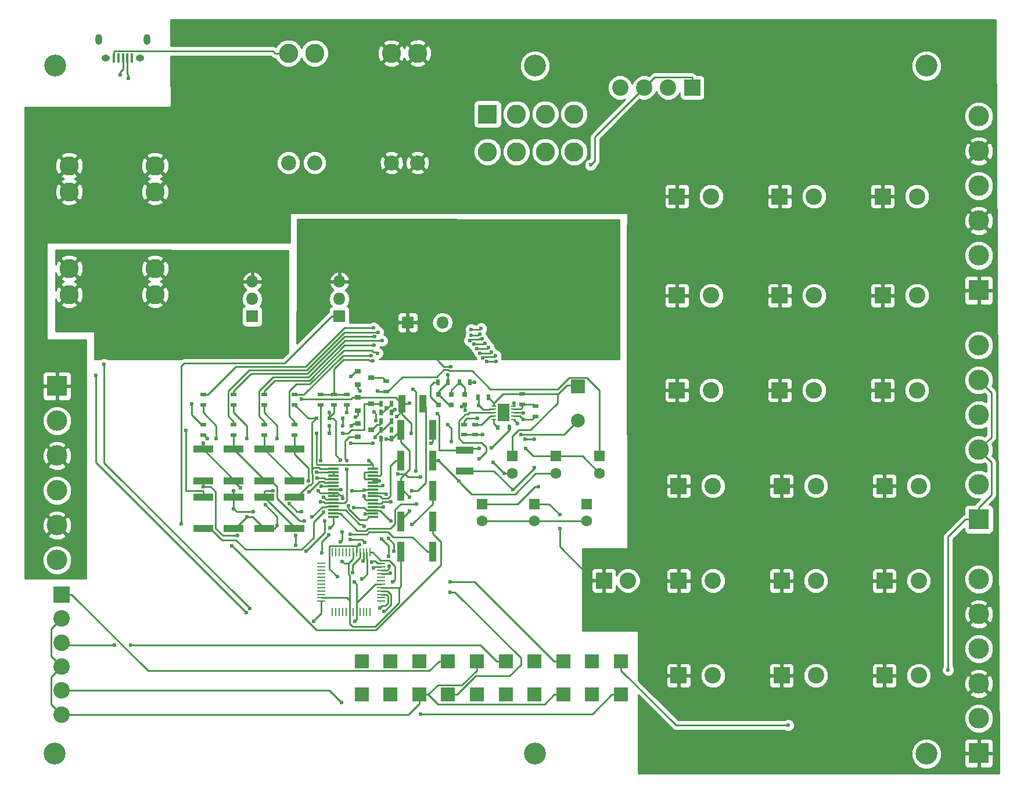
<source format=gbr>
G04 #@! TF.FileFunction,Copper,L1,Top,Signal*
%FSLAX46Y46*%
G04 Gerber Fmt 4.6, Leading zero omitted, Abs format (unit mm)*
G04 Created by KiCad (PCBNEW 4.0.7) date 04/21/18 17:47:42*
%MOMM*%
%LPD*%
G01*
G04 APERTURE LIST*
%ADD10C,0.100000*%
%ADD11C,3.200000*%
%ADD12R,2.400000X2.400000*%
%ADD13C,2.400000*%
%ADD14R,1.600000X1.600000*%
%ADD15C,1.600000*%
%ADD16R,2.000000X2.000000*%
%ADD17C,2.000000*%
%ADD18R,1.800000X1.800000*%
%ADD19O,1.800000X1.800000*%
%ADD20C,2.800000*%
%ADD21C,2.200000*%
%ADD22R,1.300000X0.250000*%
%ADD23R,0.250000X1.300000*%
%ADD24R,1.700000X2.500000*%
%ADD25R,0.700000X0.250000*%
%ADD26R,0.900000X0.500000*%
%ADD27R,0.500000X0.900000*%
%ADD28R,0.900000X0.800000*%
%ADD29R,2.125980X2.125980*%
%ADD30R,0.400000X1.350000*%
%ADD31O,1.250000X0.950000*%
%ADD32O,1.000000X1.550000*%
%ADD33R,3.000000X3.000000*%
%ADD34C,3.000000*%
%ADD35R,2.800000X2.800000*%
%ADD36R,0.500000X0.500000*%
%ADD37R,0.600000X0.800000*%
%ADD38R,1.000000X3.000000*%
%ADD39R,0.750000X0.800000*%
%ADD40R,3.000000X1.000000*%
%ADD41R,1.000000X2.500000*%
%ADD42R,2.500000X1.000000*%
%ADD43R,1.500000X0.300000*%
%ADD44C,0.600000*%
%ADD45C,0.250000*%
%ADD46C,0.254000*%
G04 APERTURE END LIST*
D10*
D11*
X154380000Y-40630000D03*
X154380000Y-141040000D03*
D12*
X175055000Y-59702000D03*
D13*
X180055000Y-59702000D03*
D12*
X175055000Y-74162000D03*
D13*
X180055000Y-74162000D03*
D12*
X175055000Y-87987000D03*
D13*
X180055000Y-87987000D03*
D12*
X175325000Y-101967000D03*
D13*
X180325000Y-101967000D03*
D12*
X175325000Y-115792000D03*
D13*
X180325000Y-115792000D03*
D12*
X175325000Y-129617000D03*
D13*
X180325000Y-129617000D03*
D14*
X154279600Y-104597200D03*
D15*
X154279600Y-107097200D03*
D12*
X190055000Y-59702000D03*
D13*
X195055000Y-59702000D03*
D12*
X190055000Y-74162000D03*
D13*
X195055000Y-74162000D03*
D12*
X190055000Y-87987000D03*
D13*
X195055000Y-87987000D03*
D12*
X190325000Y-101967000D03*
D13*
X195325000Y-101967000D03*
D12*
X190325000Y-115792000D03*
D13*
X195325000Y-115792000D03*
D12*
X190325000Y-129617000D03*
D13*
X195325000Y-129617000D03*
D14*
X146659600Y-104597200D03*
D15*
X146659600Y-107097200D03*
D12*
X205055000Y-59702000D03*
D13*
X210055000Y-59702000D03*
D12*
X205055000Y-74162000D03*
D13*
X210055000Y-74162000D03*
D12*
X205055000Y-87987000D03*
D13*
X210055000Y-87987000D03*
D12*
X205325000Y-101967000D03*
D13*
X210325000Y-101967000D03*
D12*
X205325000Y-115792000D03*
D13*
X210325000Y-115792000D03*
D12*
X205325000Y-129617000D03*
D13*
X210325000Y-129617000D03*
D14*
X161899600Y-104597200D03*
D15*
X161899600Y-107097200D03*
D14*
X151104600Y-97612200D03*
D15*
X151104600Y-100112200D03*
D14*
X157454600Y-97612200D03*
D15*
X157454600Y-100112200D03*
D14*
X163804600Y-97612200D03*
D15*
X163804600Y-100112200D03*
D13*
X167914200Y-115773200D03*
D12*
X164414200Y-115773200D03*
D13*
X85369400Y-121315600D03*
D12*
X85369400Y-117815600D03*
D13*
X85369400Y-124815600D03*
X85369400Y-128315600D03*
X85369400Y-131815600D03*
X85369400Y-135315600D03*
D16*
X160629600Y-87452200D03*
D17*
X160629600Y-92452200D03*
D18*
X113157000Y-77216000D03*
D19*
X113157000Y-74676000D03*
X113157000Y-72136000D03*
D18*
X125857000Y-77216000D03*
D19*
X125857000Y-74676000D03*
X125857000Y-72136000D03*
D13*
X170292000Y-43815000D03*
X166792000Y-43815000D03*
X173792000Y-43815000D03*
D12*
X177292000Y-43815000D03*
D20*
X118455000Y-38802000D03*
X122255000Y-38802000D03*
D21*
X118455000Y-54802000D03*
X122255000Y-54802000D03*
D20*
X133445000Y-38802000D03*
X137255000Y-38792000D03*
D21*
X133455000Y-54802000D03*
X137255000Y-54792000D03*
D11*
X84380000Y-141040000D03*
D18*
X135813800Y-78079600D03*
D19*
X140893800Y-78079600D03*
D22*
X131959600Y-118777200D03*
X131959600Y-118277200D03*
X131959600Y-117777200D03*
X131959600Y-117277200D03*
X131959600Y-116777200D03*
X131959600Y-116277200D03*
X131959600Y-115777200D03*
X131959600Y-115277200D03*
X131959600Y-114777200D03*
X131959600Y-114277200D03*
X131959600Y-113777200D03*
X131959600Y-113277200D03*
D23*
X130359600Y-111677200D03*
X129859600Y-111677200D03*
X129359600Y-111677200D03*
X128859600Y-111677200D03*
X128359600Y-111677200D03*
X127859600Y-111677200D03*
X127359600Y-111677200D03*
X126859600Y-111677200D03*
X126359600Y-111677200D03*
X125859600Y-111677200D03*
X125359600Y-111677200D03*
X124859600Y-111677200D03*
D22*
X123259600Y-113277200D03*
X123259600Y-113777200D03*
X123259600Y-114277200D03*
X123259600Y-114777200D03*
X123259600Y-115277200D03*
X123259600Y-115777200D03*
X123259600Y-116277200D03*
X123259600Y-116777200D03*
X123259600Y-117277200D03*
X123259600Y-117777200D03*
X123259600Y-118277200D03*
X123259600Y-118777200D03*
D23*
X124859600Y-120377200D03*
X125359600Y-120377200D03*
X125859600Y-120377200D03*
X126359600Y-120377200D03*
X126859600Y-120377200D03*
X127359600Y-120377200D03*
X127859600Y-120377200D03*
X128359600Y-120377200D03*
X128859600Y-120377200D03*
X129359600Y-120377200D03*
X129859600Y-120377200D03*
X130359600Y-120377200D03*
D24*
X149834600Y-91262200D03*
D25*
X148384600Y-90762200D03*
X148384600Y-91262200D03*
X148384600Y-90262200D03*
X148384600Y-92262200D03*
X148384600Y-91762200D03*
X151284600Y-92262200D03*
X151284600Y-91762200D03*
X151284600Y-91262200D03*
X151284600Y-90762200D03*
X151284600Y-90262200D03*
D26*
X132689600Y-86702200D03*
X132689600Y-88202200D03*
X126974600Y-90107200D03*
X126974600Y-88607200D03*
D27*
X144869600Y-86817200D03*
X143369600Y-86817200D03*
X141694600Y-86817200D03*
X140194600Y-86817200D03*
D26*
X106019600Y-93052200D03*
X106019600Y-94552200D03*
X110464600Y-93052200D03*
X110464600Y-94552200D03*
X114909600Y-93052200D03*
X114909600Y-94552200D03*
X119354600Y-93052200D03*
X119354600Y-94552200D03*
X125069600Y-88607200D03*
X125069600Y-90107200D03*
X123164600Y-88607200D03*
X123164600Y-90107200D03*
X106019600Y-88607200D03*
X106019600Y-90107200D03*
X110464600Y-88607200D03*
X110464600Y-90107200D03*
X114909600Y-88607200D03*
X114909600Y-90107200D03*
X119354600Y-88607200D03*
X119354600Y-90107200D03*
D28*
X128514600Y-85232200D03*
X128514600Y-87132200D03*
X130514600Y-86182200D03*
X128514600Y-92852200D03*
X128514600Y-94752200D03*
X130514600Y-93802200D03*
X128514600Y-89042200D03*
X128514600Y-90942200D03*
X130514600Y-89992200D03*
D29*
X129105660Y-127558800D03*
X129105660Y-132422900D03*
X133306820Y-127558800D03*
X133306820Y-132422900D03*
X137505440Y-127558800D03*
X137505440Y-132422900D03*
X141706600Y-127558800D03*
X141706600Y-132422900D03*
X145905220Y-127558800D03*
X145905220Y-132422900D03*
X150106380Y-127558800D03*
X150106380Y-132422900D03*
X154305000Y-127558800D03*
X154305000Y-132422900D03*
X158506160Y-127558800D03*
X158506160Y-132422900D03*
X162704780Y-127558800D03*
X162704780Y-132422900D03*
X166905940Y-127558800D03*
X166900860Y-132422900D03*
D30*
X94315400Y-39479200D03*
X93665400Y-39479200D03*
X93015400Y-39479200D03*
X94965400Y-39479200D03*
X95615400Y-39479200D03*
D31*
X91815400Y-39479200D03*
X96815400Y-39479200D03*
D32*
X97815400Y-36779200D03*
X90815400Y-36779200D03*
D33*
X219075000Y-106832400D03*
D34*
X219075000Y-101752400D03*
X219075000Y-96672400D03*
X219075000Y-91592400D03*
X219075000Y-86512400D03*
X219075000Y-81432400D03*
D33*
X84709000Y-87376000D03*
D34*
X84709000Y-92456000D03*
X84709000Y-97536000D03*
X84709000Y-102616000D03*
X84709000Y-107696000D03*
X84709000Y-112776000D03*
D33*
X219075000Y-140970000D03*
D34*
X219075000Y-135890000D03*
X219075000Y-130810000D03*
X219075000Y-125730000D03*
X219075000Y-120650000D03*
X219075000Y-115570000D03*
D33*
X219075000Y-73406000D03*
D34*
X219075000Y-68326000D03*
X219075000Y-63246000D03*
X219075000Y-58166000D03*
X219075000Y-53086000D03*
X219075000Y-48006000D03*
D20*
X98983800Y-55219600D03*
X98983800Y-59019600D03*
X86483800Y-55219600D03*
X86483800Y-59019600D03*
X98983800Y-70219600D03*
X98983800Y-74019600D03*
X86483800Y-70219600D03*
X86483800Y-74019600D03*
D35*
X147463400Y-47687600D03*
D20*
X151663400Y-47687600D03*
X155863400Y-47687600D03*
X160063400Y-47687600D03*
X147463400Y-53187600D03*
X151663400Y-53187600D03*
X155863400Y-53187600D03*
X160063400Y-53187600D03*
D36*
X124434600Y-94267200D03*
X124434600Y-92067200D03*
X122529600Y-94267200D03*
X122529600Y-92067200D03*
D37*
X148984600Y-93421200D03*
X150684600Y-93421200D03*
D36*
X126339600Y-92067200D03*
X126339600Y-94267200D03*
D38*
X139434600Y-111582200D03*
X134834600Y-111582200D03*
D39*
X142214600Y-88607200D03*
X142214600Y-90107200D03*
X144119600Y-90107200D03*
X144119600Y-88607200D03*
X140309600Y-88607200D03*
X140309600Y-90107200D03*
D40*
X106019600Y-101182200D03*
X106019600Y-96582200D03*
X110464600Y-101182200D03*
X110464600Y-96582200D03*
X114909600Y-101182200D03*
X114909600Y-96582200D03*
X119354600Y-101182200D03*
X119354600Y-96582200D03*
X106019600Y-108167200D03*
X106019600Y-103567200D03*
D38*
X139434600Y-102692200D03*
X134834600Y-102692200D03*
X134834600Y-107137200D03*
X139434600Y-107137200D03*
D40*
X110464600Y-103567200D03*
X110464600Y-108167200D03*
X114909600Y-108167200D03*
X114909600Y-103567200D03*
D38*
X139434600Y-98247200D03*
X134834600Y-98247200D03*
D41*
X137999600Y-89992200D03*
X134999600Y-89992200D03*
D38*
X134834600Y-93802200D03*
X139434600Y-93802200D03*
D42*
X144119600Y-99747200D03*
X144119600Y-96747200D03*
D43*
X130784600Y-106502200D03*
X130784600Y-106002200D03*
X130784600Y-105502200D03*
X130784600Y-105002200D03*
X130784600Y-104502200D03*
X130784600Y-104002200D03*
X130784600Y-103462200D03*
X130784600Y-102962200D03*
X130784600Y-102462200D03*
X130784600Y-101962200D03*
X130784600Y-101462200D03*
X130784600Y-100962200D03*
X130784600Y-100462200D03*
X130784600Y-99962200D03*
X130784600Y-99462200D03*
X124984600Y-99462200D03*
X124984600Y-99962200D03*
X124984600Y-100462200D03*
X124984600Y-100962200D03*
X124984600Y-101462200D03*
X124984600Y-101962200D03*
X124984600Y-102462200D03*
X124984600Y-102962200D03*
X124984600Y-103462200D03*
X124984600Y-103962200D03*
X124984600Y-104462200D03*
X124984600Y-104962200D03*
X124984600Y-105462200D03*
X124984600Y-105962200D03*
X124984600Y-106462200D03*
D11*
X211440000Y-141040000D03*
X211440000Y-40630000D03*
X84430000Y-40640000D03*
D40*
X119354600Y-108167200D03*
X119354600Y-103567200D03*
D27*
X131939600Y-89992200D03*
X133439600Y-89992200D03*
X131939600Y-91262200D03*
X133439600Y-91262200D03*
X133439600Y-92532200D03*
X131939600Y-92532200D03*
X131939600Y-93802200D03*
X133439600Y-93802200D03*
X131939600Y-95072200D03*
X133439600Y-95072200D03*
D26*
X144018000Y-92988000D03*
X144018000Y-94488000D03*
X145669000Y-94488000D03*
X145669000Y-92988000D03*
D27*
X147562000Y-89027000D03*
X146062000Y-89027000D03*
D26*
X152527000Y-88531000D03*
X152527000Y-90031000D03*
X154432000Y-90309000D03*
X154432000Y-91809000D03*
D44*
X154279600Y-99314000D03*
X151866600Y-92811600D03*
X152933400Y-95097600D03*
X154305000Y-95097600D03*
X158013400Y-108153200D03*
X158013400Y-106172000D03*
X151155400Y-102514400D03*
X152648920Y-92275660D03*
X133999584Y-90834517D03*
X148055000Y-96402000D03*
X149921600Y-100112200D03*
X140182600Y-91389200D03*
X146278600Y-96469200D03*
X148310600Y-98501200D03*
X150644600Y-93307200D03*
X154904610Y-102057200D03*
X151358600Y-89865200D03*
X152308390Y-94437200D03*
X146786600Y-94437200D03*
X148984600Y-93421200D03*
X162483800Y-55118000D03*
X146194600Y-90246200D03*
X145982155Y-92057792D03*
X153029589Y-96500425D03*
X132689612Y-95108598D03*
X131189588Y-92406293D03*
X130896995Y-91156282D03*
X128514600Y-85232200D03*
X137655000Y-100602000D03*
X132155000Y-101902000D03*
X134355000Y-100247202D03*
X127555000Y-85952000D03*
X136118600Y-105613200D03*
X136118600Y-103581200D03*
X126974600Y-91262200D03*
X124434600Y-93167200D03*
X131689247Y-101251543D03*
X139204937Y-95707200D03*
X128122474Y-121692838D03*
X122079149Y-121677851D03*
X132668443Y-103141632D03*
X136395292Y-102692200D03*
X128805000Y-110527198D03*
X125555000Y-115202000D03*
X128055000Y-115952000D03*
X122577560Y-99913787D03*
X116190849Y-102692200D03*
X116814600Y-95072200D03*
X115055000Y-104702000D03*
X122604614Y-100796805D03*
X116814600Y-107772200D03*
X112369600Y-106502200D03*
X112369600Y-95072200D03*
X110455322Y-105263816D03*
X121418829Y-102863928D03*
X113305000Y-105702000D03*
X110210600Y-110693200D03*
X110464600Y-102692200D03*
X107924600Y-95072200D03*
X136457875Y-107575553D03*
X123168782Y-98222616D03*
X123241512Y-101948246D03*
X127478967Y-109794520D03*
X129575338Y-110216494D03*
X126355000Y-103802000D03*
X123555000Y-105802000D03*
X122805000Y-102702000D03*
X121354602Y-101202000D03*
X126091678Y-102462205D03*
X126055000Y-98202000D03*
X103478707Y-93819284D03*
X124434600Y-91262200D03*
X123554991Y-103589224D03*
X119354600Y-101182200D03*
X118555000Y-104567202D03*
X120305000Y-105702000D03*
X123132596Y-104268637D03*
X120734955Y-107064879D03*
X126974600Y-98247200D03*
X126974600Y-99517200D03*
X111055000Y-109167202D03*
X121855000Y-106502000D03*
X106654600Y-95072200D03*
X106019600Y-102057200D03*
X129450223Y-107850800D03*
X144246600Y-90881200D03*
X140309600Y-90107200D03*
X143738600Y-90373200D03*
X137010963Y-99742445D03*
X142214600Y-88607200D03*
X137134600Y-104597200D03*
X136626600Y-87833200D03*
X130149600Y-98247200D03*
X131419600Y-88087200D03*
X129486909Y-102608332D03*
X127688285Y-102656930D03*
X127469294Y-108994567D03*
X128879600Y-88087200D03*
X132715000Y-90542554D03*
X127515987Y-95707200D03*
X126339600Y-93167200D03*
X130784600Y-95707200D03*
X146314690Y-79763762D03*
X145059400Y-79959200D03*
X131523150Y-79513408D03*
X147133689Y-81135605D03*
X145461923Y-81269973D03*
X132110408Y-80768005D03*
X131393584Y-82559251D03*
X146349133Y-82597011D03*
X148008452Y-82469475D03*
X130743005Y-83701684D03*
X148693159Y-83750681D03*
X147379119Y-83794407D03*
X146532600Y-78994000D03*
X145059400Y-79095600D03*
X130868760Y-78888406D03*
X146687355Y-80471674D03*
X144852068Y-80752194D03*
X131020965Y-80138418D03*
X130922393Y-81410982D03*
X147623386Y-81768231D03*
X145950882Y-81903170D03*
X130506185Y-82923270D03*
X146767152Y-83279125D03*
X148646544Y-82952028D03*
X214604600Y-128828800D03*
X191287400Y-136906000D03*
X93091000Y-125222000D03*
X95478600Y-125222000D03*
X126212600Y-133604000D03*
X137693400Y-135229600D03*
X132375529Y-120301587D03*
X93903800Y-41960800D03*
X90347800Y-85852000D03*
X112293400Y-120446800D03*
X131780946Y-119766339D03*
X112818680Y-119843394D03*
X95123000Y-42468800D03*
X91567000Y-84175600D03*
X129150398Y-115552542D03*
X142055000Y-117452000D03*
X133674398Y-115948148D03*
X142055000Y-115952000D03*
X129625341Y-106056258D03*
X128244600Y-91897200D03*
X130579594Y-113117552D03*
X127609600Y-93167200D03*
X131061886Y-94838612D03*
X129514030Y-103439954D03*
X145567400Y-86817200D03*
X142124604Y-84539421D03*
X129302558Y-112876979D03*
X146278600Y-97993200D03*
X152664160Y-91320620D03*
X127805320Y-114577010D03*
X102805000Y-107452000D03*
X127195720Y-104860638D03*
X121015646Y-111444868D03*
X123710165Y-107026105D03*
X132278552Y-105045035D03*
X133109602Y-113702000D03*
X133055000Y-112202000D03*
X132055000Y-109702000D03*
X133378276Y-104238519D03*
X133305000Y-114702000D03*
X133834582Y-111474008D03*
X133002654Y-109615885D03*
X124453413Y-108111434D03*
X124305000Y-109139444D03*
X123305000Y-111702000D03*
X130805000Y-113952000D03*
X141670426Y-85770119D03*
X134183135Y-91792355D03*
X133439600Y-93802200D03*
X141664328Y-93016160D03*
X127957103Y-105106228D03*
X104355000Y-90002000D03*
X120355000Y-89302000D03*
X143274599Y-101237201D03*
X133384583Y-107102000D03*
X140284598Y-98247200D03*
X142155000Y-95502000D03*
X136355000Y-94302000D03*
X119455000Y-110602000D03*
X119455000Y-109202000D03*
X111455000Y-102202000D03*
X126305000Y-112952000D03*
X126055000Y-110077177D03*
X126305000Y-108702000D03*
X140309600Y-88607200D03*
X136118600Y-89865200D03*
X106019600Y-93052200D03*
X106019600Y-95707200D03*
D45*
X151155400Y-102514400D02*
X154279600Y-99390200D01*
X154279600Y-99390200D02*
X154279600Y-99314000D01*
X151866600Y-92811600D02*
X151834000Y-92811600D01*
X151834000Y-92811600D02*
X151284600Y-92262200D01*
X154305000Y-95097600D02*
X152933400Y-95097600D01*
X158013400Y-108153200D02*
X158013400Y-110822400D01*
X158013400Y-110822400D02*
X162964200Y-115773200D01*
X162964200Y-115773200D02*
X164414200Y-115773200D01*
X154279600Y-104597200D02*
X156438600Y-104597200D01*
X156438600Y-104597200D02*
X158013400Y-106172000D01*
X144119600Y-99747200D02*
X148388200Y-99747200D01*
X148388200Y-99747200D02*
X151155400Y-102514400D01*
X151284600Y-91762200D02*
X152135460Y-91762200D01*
X152135460Y-91762200D02*
X152648920Y-92275660D01*
X152648920Y-92275660D02*
X153965340Y-92275660D01*
X153965340Y-92275660D02*
X154432000Y-91809000D01*
X133999584Y-90834517D02*
X133867283Y-90834517D01*
X133867283Y-90834517D02*
X133439600Y-91262200D01*
X150644600Y-93307200D02*
X150644600Y-93812400D01*
X150644600Y-93812400D02*
X148055000Y-96402000D01*
X140412600Y-96747200D02*
X140412600Y-91619200D01*
X140412600Y-91619200D02*
X140182600Y-91389200D01*
X154279600Y-107097200D02*
X155410970Y-107097200D01*
X155410970Y-107097200D02*
X161899600Y-107097200D01*
X146659600Y-107097200D02*
X154279600Y-107097200D01*
X146278600Y-96469200D02*
X144397600Y-96469200D01*
X144397600Y-96469200D02*
X144119600Y-96747200D01*
X149921600Y-100112200D02*
X148310600Y-98501200D01*
X151104600Y-100112200D02*
X149921600Y-100112200D01*
X150644600Y-93307200D02*
X150684600Y-93347200D01*
X150684600Y-93347200D02*
X150684600Y-93421200D01*
X140412600Y-96747200D02*
X144119600Y-96747200D01*
X154480346Y-102057200D02*
X154904610Y-102057200D01*
X146659600Y-104597200D02*
X151866600Y-104597200D01*
X151866600Y-104597200D02*
X154406600Y-102057200D01*
X154406600Y-102057200D02*
X154480346Y-102057200D01*
X151358600Y-89865200D02*
X151358600Y-90188200D01*
X151358600Y-90188200D02*
X151284600Y-90262200D01*
X158644600Y-94437200D02*
X152732654Y-94437200D01*
X160629600Y-92452200D02*
X158644600Y-94437200D01*
X152732654Y-94437200D02*
X152308390Y-94437200D01*
X144018000Y-94488000D02*
X145669000Y-94488000D01*
X146786600Y-94437200D02*
X145719800Y-94437200D01*
X145719800Y-94437200D02*
X145669000Y-94488000D01*
X148984600Y-93421200D02*
X148384600Y-92821200D01*
X148384600Y-92821200D02*
X148384600Y-92262200D01*
X146659600Y-94310200D02*
X146786600Y-94437200D01*
X148384600Y-91762200D02*
X147961008Y-91762200D01*
X147961008Y-91762200D02*
X147896000Y-91827208D01*
X147896000Y-91827208D02*
X147745592Y-91827208D01*
X147745592Y-91827208D02*
X146584800Y-92988000D01*
X146584800Y-92988000D02*
X145669000Y-92988000D01*
X151104600Y-94715988D02*
X151104600Y-96562200D01*
X153713803Y-93812199D02*
X152008389Y-93812199D01*
X157657800Y-88604342D02*
X157657800Y-89868202D01*
X157657800Y-89868202D02*
X153713803Y-93812199D01*
X152008389Y-93812199D02*
X151104600Y-94715988D01*
X151104600Y-96562200D02*
X151104600Y-97612200D01*
X160629600Y-87452200D02*
X160629600Y-87436124D01*
X160629600Y-87436124D02*
X160450146Y-87256670D01*
X160450146Y-87256670D02*
X159005472Y-87256670D01*
X159005472Y-87256670D02*
X157657800Y-88604342D01*
X152527000Y-88531000D02*
X157584458Y-88531000D01*
X157584458Y-88531000D02*
X157657800Y-88604342D01*
X148384600Y-89849600D02*
X149703200Y-88531000D01*
X149703200Y-88531000D02*
X152527000Y-88531000D01*
X148384600Y-90262200D02*
X148384600Y-89849600D01*
X148384600Y-89849600D02*
X147562000Y-89027000D01*
X160227472Y-86978670D02*
X160505472Y-87256670D01*
X160505472Y-87256670D02*
X159005472Y-87256670D01*
X170292000Y-43815000D02*
X171817001Y-42289999D01*
X177292000Y-42365000D02*
X177292000Y-43815000D01*
X171817001Y-42289999D02*
X177216999Y-42289999D01*
X177216999Y-42289999D02*
X177292000Y-42365000D01*
X163093400Y-54508400D02*
X163093400Y-51013600D01*
X163093400Y-51013600D02*
X170292000Y-43815000D01*
X162483800Y-55118000D02*
X163093400Y-54508400D01*
X146194600Y-90246200D02*
X146194600Y-89159600D01*
X146194600Y-89159600D02*
X146062000Y-89027000D01*
X145982155Y-92057792D02*
X144448208Y-92057792D01*
X144448208Y-92057792D02*
X144018000Y-92488000D01*
X144018000Y-92488000D02*
X144018000Y-92988000D01*
X146194600Y-90246200D02*
X146244600Y-90246200D01*
X146244600Y-90246200D02*
X146819601Y-90821201D01*
X146819601Y-90821201D02*
X147725599Y-90821201D01*
X147725599Y-90821201D02*
X147784600Y-90762200D01*
X147784600Y-90762200D02*
X148384600Y-90762200D01*
X157454600Y-97612200D02*
X154141364Y-97612200D01*
X154141364Y-97612200D02*
X153329588Y-96800424D01*
X153329588Y-96800424D02*
X153029589Y-96500425D01*
X132689612Y-95108598D02*
X133403202Y-95108598D01*
X133403202Y-95108598D02*
X133439600Y-95072200D01*
X131189588Y-91448875D02*
X130896995Y-91156282D01*
X131189588Y-92406293D02*
X131189588Y-91448875D01*
X135530286Y-100277286D02*
X135855000Y-100602000D01*
X135855000Y-100602000D02*
X137655000Y-100602000D01*
X135530286Y-100102000D02*
X135730286Y-99902000D01*
X134834600Y-100797686D02*
X135530286Y-100102000D01*
X135530286Y-100102000D02*
X135530286Y-100277286D01*
X132155000Y-101902000D02*
X132094800Y-101962200D01*
X132094800Y-101962200D02*
X130784600Y-101962200D01*
X135730286Y-99902000D02*
X136118600Y-99513686D01*
X135730286Y-99902000D02*
X135385084Y-100247202D01*
X135385084Y-100247202D02*
X134355000Y-100247202D01*
X136118600Y-96836200D02*
X134834600Y-95552200D01*
X134834600Y-95552200D02*
X134834600Y-93802200D01*
X134834600Y-102692200D02*
X134834600Y-100797686D01*
X136118600Y-99513686D02*
X136118600Y-96836200D01*
X127555000Y-85952000D02*
X128274800Y-85232200D01*
X128274800Y-85232200D02*
X128514600Y-85232200D01*
X157454600Y-97612200D02*
X161304600Y-97612200D01*
X161304600Y-97612200D02*
X163804600Y-100112200D01*
X134834600Y-102692200D02*
X135229600Y-102692200D01*
X135229600Y-102692200D02*
X136118600Y-103581200D01*
X136118600Y-105613200D02*
X134834600Y-106897200D01*
X134834600Y-106897200D02*
X134834600Y-107137200D01*
X133564600Y-95072200D02*
X134834600Y-93802200D01*
X124434600Y-94267200D02*
X124434600Y-93167200D01*
X126974600Y-91262200D02*
X126974600Y-90107200D01*
X130995257Y-101251543D02*
X131264983Y-101251543D01*
X131264983Y-101251543D02*
X131689247Y-101251543D01*
X130784600Y-101462200D02*
X130995257Y-101251543D01*
X139434600Y-95552200D02*
X139279600Y-95707200D01*
X139434600Y-93802200D02*
X139434600Y-95552200D01*
X139279600Y-95707200D02*
X139204937Y-95707200D01*
X130784600Y-100962200D02*
X129689600Y-100962200D01*
X129577600Y-99962200D02*
X130784600Y-99962200D01*
X129514600Y-100025200D02*
X129577600Y-99962200D01*
X129514600Y-100787200D02*
X129514600Y-100025200D01*
X129689600Y-100962200D02*
X129514600Y-100787200D01*
X130784600Y-101462200D02*
X130784600Y-100962200D01*
X128359600Y-121455712D02*
X128122474Y-121692838D01*
X128359600Y-120377200D02*
X128359600Y-121455712D01*
X122379148Y-121377852D02*
X122079149Y-121677851D01*
X123259600Y-120497400D02*
X122379148Y-121377852D01*
X123259600Y-118777200D02*
X123259600Y-120497400D01*
X132489011Y-102962200D02*
X132668443Y-103141632D01*
X130784600Y-102962200D02*
X132489011Y-102962200D01*
X137999600Y-89992200D02*
X138449180Y-90441780D01*
X138449180Y-90441780D02*
X138449180Y-101498191D01*
X138449180Y-101498191D02*
X137263118Y-102684253D01*
X137263118Y-102684253D02*
X136403239Y-102684253D01*
X136403239Y-102684253D02*
X136395292Y-102692200D01*
X128284599Y-110702199D02*
X128359600Y-110777200D01*
X124474599Y-110702199D02*
X128284599Y-110702199D01*
X125555000Y-115202000D02*
X124409599Y-114056599D01*
X124409599Y-110767199D02*
X124474599Y-110702199D01*
X124409599Y-114056599D02*
X124409599Y-110767199D01*
X128359600Y-110777200D02*
X128609602Y-110527198D01*
X128609602Y-110527198D02*
X128805000Y-110527198D01*
X128359600Y-110777200D02*
X128359600Y-111677200D01*
X128359600Y-120377200D02*
X128359600Y-116256600D01*
X128359600Y-116256600D02*
X128055000Y-115952000D01*
X128359600Y-120377200D02*
X128359600Y-118977200D01*
X128359600Y-118977200D02*
X131059600Y-116277200D01*
X131059600Y-116277200D02*
X131959600Y-116277200D01*
X134834600Y-98247200D02*
X134084600Y-98247200D01*
X131784600Y-103462200D02*
X130784600Y-103462200D01*
X133293444Y-99038356D02*
X133293444Y-103441633D01*
X134084600Y-98247200D02*
X133293444Y-99038356D01*
X132968444Y-103766633D02*
X132089033Y-103766633D01*
X133293444Y-103441633D02*
X132968444Y-103766633D01*
X132089033Y-103766633D02*
X131784600Y-103462200D01*
X124984600Y-99962200D02*
X122625973Y-99962200D01*
X122625973Y-99962200D02*
X122577560Y-99913787D01*
X115766585Y-102692200D02*
X116190849Y-102692200D01*
X115034600Y-102692200D02*
X115766585Y-102692200D01*
X114909600Y-103567200D02*
X114909600Y-102817200D01*
X114909600Y-102817200D02*
X115034600Y-102692200D01*
X124984600Y-100462200D02*
X124984600Y-99962200D01*
X119354600Y-108167200D02*
X119354600Y-108012200D01*
X119354600Y-108012200D02*
X114909600Y-103567200D01*
X114909600Y-90107200D02*
X114909600Y-91262200D01*
X116814600Y-93167200D02*
X116814600Y-95072200D01*
X114909600Y-91262200D02*
X116814600Y-93167200D01*
X121979604Y-100201600D02*
X121894600Y-100116596D01*
X121979604Y-101502002D02*
X121979604Y-100201600D01*
X121654604Y-101827002D02*
X121979604Y-101502002D01*
X121404604Y-101827002D02*
X121654604Y-101827002D01*
X119664406Y-103567200D02*
X121404604Y-101827002D01*
X121894600Y-100116596D02*
X121894600Y-99517200D01*
X119354600Y-103567200D02*
X119664406Y-103567200D01*
X123050977Y-99462200D02*
X123984600Y-99462200D01*
X122877562Y-99288785D02*
X123050977Y-99462200D01*
X121894600Y-99517200D02*
X122123015Y-99288785D01*
X123984600Y-99462200D02*
X124984600Y-99462200D01*
X122123015Y-99288785D02*
X122877562Y-99288785D01*
X122529600Y-92067200D02*
X121314600Y-92067200D01*
X121314600Y-92067200D02*
X119354600Y-90107200D01*
X121894600Y-99517200D02*
X121894600Y-92702200D01*
X121894600Y-92702200D02*
X122529600Y-92067200D01*
X116814600Y-107772200D02*
X116814600Y-106461600D01*
X116814600Y-106461600D02*
X115055000Y-104702000D01*
X124984600Y-100962200D02*
X123827087Y-100962200D01*
X123661692Y-100796805D02*
X123028878Y-100796805D01*
X123827087Y-100962200D02*
X123661692Y-100796805D01*
X123028878Y-100796805D02*
X122604614Y-100796805D01*
X114909600Y-108167200D02*
X116419600Y-108167200D01*
X116419600Y-108167200D02*
X116814600Y-107772200D01*
X112369600Y-106502200D02*
X113244600Y-106502200D01*
X113244600Y-106502200D02*
X114909600Y-108167200D01*
X110464600Y-90107200D02*
X110464600Y-91262200D01*
X112369600Y-106502200D02*
X110704600Y-108167200D01*
X112369600Y-93167200D02*
X112369600Y-95072200D01*
X110464600Y-91262200D02*
X112369600Y-93167200D01*
X110704600Y-108167200D02*
X110464600Y-108167200D01*
X131187510Y-123009916D02*
X127953785Y-123009916D01*
X127948742Y-123004873D02*
X122522273Y-123004873D01*
X140690600Y-110143200D02*
X140690600Y-113506826D01*
X139434600Y-107137200D02*
X139434600Y-108887200D01*
X122522273Y-123004873D02*
X110510599Y-110993199D01*
X110510599Y-110993199D02*
X110210600Y-110693200D01*
X127953785Y-123009916D02*
X127948742Y-123004873D01*
X139434600Y-108887200D02*
X140690600Y-110143200D01*
X140690600Y-113506826D02*
X131187510Y-123009916D01*
X110464600Y-103567200D02*
X110464600Y-105254538D01*
X110893506Y-105702000D02*
X110755321Y-105563815D01*
X110464600Y-105254538D02*
X110455322Y-105263816D01*
X113305000Y-105702000D02*
X110893506Y-105702000D01*
X110755321Y-105563815D02*
X110455322Y-105263816D01*
X121718828Y-102563929D02*
X121418829Y-102863928D01*
X123690676Y-101462200D02*
X123523384Y-101294908D01*
X123523384Y-101294908D02*
X122987849Y-101294908D01*
X124984600Y-101462200D02*
X123690676Y-101462200D01*
X122987849Y-101294908D02*
X121718828Y-102563929D01*
X106019600Y-90107200D02*
X106019600Y-91262200D01*
X110464600Y-102692200D02*
X110464600Y-103567200D01*
X107924600Y-93167200D02*
X107924600Y-95072200D01*
X106019600Y-91262200D02*
X107924600Y-93167200D01*
X139434600Y-102692200D02*
X139434600Y-104598828D01*
X139434600Y-104598828D02*
X136757874Y-107275554D01*
X136757874Y-107275554D02*
X136457875Y-107575553D01*
X123164600Y-90107200D02*
X123164600Y-98218434D01*
X123164600Y-98218434D02*
X123168782Y-98222616D01*
X124984600Y-101962200D02*
X123255466Y-101962200D01*
X123255466Y-101962200D02*
X123241512Y-101948246D01*
X129575338Y-110216494D02*
X129153364Y-109794520D01*
X127903231Y-109794520D02*
X127478967Y-109794520D01*
X129153364Y-109794520D02*
X127903231Y-109794520D01*
X119354600Y-95707200D02*
X119354600Y-94552200D01*
X106019600Y-108167200D02*
X107019600Y-108167200D01*
X110811244Y-109848448D02*
X112189798Y-111227002D01*
X107019600Y-108167200D02*
X108700848Y-109848448D01*
X108700848Y-109848448D02*
X110811244Y-109848448D01*
X122088761Y-109487854D02*
X122088761Y-107268239D01*
X112189798Y-111227002D02*
X120349613Y-111227002D01*
X120349613Y-111227002D02*
X122088761Y-109487854D01*
X122088761Y-107268239D02*
X123255001Y-106101999D01*
X123255001Y-106101999D02*
X123555000Y-105802000D01*
X106019600Y-108167200D02*
X106020901Y-108168501D01*
X123067214Y-102964214D02*
X123069228Y-102962200D01*
X123069228Y-102962200D02*
X124984600Y-102962200D01*
X124485066Y-102964214D02*
X124485840Y-102963440D01*
X122805000Y-102702000D02*
X123067214Y-102964214D01*
X124984600Y-103462200D02*
X124992720Y-103454080D01*
X124992720Y-103454080D02*
X124992720Y-102970320D01*
X124992720Y-102970320D02*
X124984600Y-102962200D01*
X126355000Y-103377736D02*
X126000136Y-103377736D01*
X125584600Y-102962200D02*
X124984600Y-102962200D01*
X126000136Y-103377736D02*
X125584600Y-102962200D01*
X126355000Y-103802000D02*
X126355000Y-103377736D01*
X119354600Y-97332200D02*
X121354602Y-99332202D01*
X119354600Y-96582200D02*
X119354600Y-97332200D01*
X121354602Y-99332202D02*
X121354602Y-101202000D01*
X119354600Y-96582200D02*
X119354600Y-95707200D01*
X126091678Y-102462205D02*
X124984605Y-102462205D01*
X124984605Y-102462205D02*
X124984600Y-102462200D01*
X125305000Y-92437600D02*
X125305000Y-97452000D01*
X125305000Y-97452000D02*
X126055000Y-98202000D01*
X124434600Y-92067200D02*
X124934600Y-92067200D01*
X124934600Y-92067200D02*
X125305000Y-92437600D01*
X106019600Y-103567200D02*
X106019600Y-102692200D01*
X124434600Y-91262200D02*
X124434600Y-92067200D01*
X103479600Y-102692200D02*
X103479600Y-93802200D01*
X106019600Y-102692200D02*
X103479600Y-102692200D01*
X124434600Y-92067200D02*
X124434600Y-91897200D01*
X124434600Y-91897200D02*
X125069600Y-91262200D01*
X125069600Y-91262200D02*
X125069600Y-90107200D01*
X114909600Y-95707200D02*
X114909600Y-94552200D01*
X123927967Y-103962200D02*
X123854990Y-103889223D01*
X124984600Y-103962200D02*
X123927967Y-103962200D01*
X123854990Y-103889223D02*
X123554991Y-103589224D01*
X120305000Y-105702000D02*
X119689798Y-105702000D01*
X119689798Y-105702000D02*
X118555000Y-104567202D01*
X119354600Y-101182200D02*
X119354600Y-101027200D01*
X119354600Y-101027200D02*
X114909600Y-96582200D01*
X114909600Y-96582200D02*
X114909600Y-95707200D01*
X110464600Y-95426220D02*
X110464600Y-94552200D01*
X110464600Y-95426220D02*
X110477872Y-95412948D01*
X110464600Y-96582200D02*
X110464600Y-95426220D01*
X124794800Y-104462200D02*
X123750423Y-104462200D01*
X123750423Y-104462200D02*
X123556860Y-104268637D01*
X123556860Y-104268637D02*
X123132596Y-104268637D01*
X126974600Y-99941464D02*
X126974600Y-99517200D01*
X126980001Y-104102001D02*
X126980001Y-103301999D01*
X126619802Y-104462200D02*
X126980001Y-104102001D01*
X126974600Y-103296598D02*
X126974600Y-99941464D01*
X126980001Y-103301999D02*
X126974600Y-103296598D01*
X124984600Y-104462200D02*
X126619802Y-104462200D01*
X120310691Y-107064879D02*
X120734955Y-107064879D01*
X116815859Y-102088459D02*
X116815859Y-103753065D01*
X120127673Y-107064879D02*
X120310691Y-107064879D01*
X115909600Y-101182200D02*
X116815859Y-102088459D01*
X116815859Y-103753065D02*
X120127673Y-107064879D01*
X114909600Y-101182200D02*
X115909600Y-101182200D01*
X126674601Y-95372199D02*
X127294600Y-94752200D01*
X126974600Y-98247200D02*
X126674601Y-97947201D01*
X127814600Y-94752200D02*
X128514600Y-94752200D01*
X126674601Y-97947201D02*
X126674601Y-95372199D01*
X127294600Y-94752200D02*
X127814600Y-94752200D01*
X114909600Y-101182200D02*
X114909600Y-101027200D01*
X114909600Y-101027200D02*
X110464600Y-96582200D01*
X111055000Y-109167202D02*
X108879600Y-109167202D01*
X108879600Y-109167202D02*
X107844601Y-108132203D01*
X107844601Y-108132203D02*
X107844601Y-102807199D01*
X107844601Y-102807199D02*
X107094602Y-102057200D01*
X107094602Y-102057200D02*
X106443864Y-102057200D01*
X106443864Y-102057200D02*
X106019600Y-102057200D01*
X123944800Y-105002000D02*
X123355000Y-105002000D01*
X123355000Y-105002000D02*
X121855000Y-106502000D01*
X124984600Y-104962200D02*
X123984600Y-104962200D01*
X123984600Y-104962200D02*
X123944800Y-105002000D01*
X106019600Y-94552200D02*
X106134600Y-94552200D01*
X106134600Y-94552200D02*
X106654600Y-95072200D01*
X106019600Y-102057200D02*
X106019600Y-101182200D01*
X129150224Y-107550801D02*
X129450223Y-107850800D01*
X126751662Y-105462200D02*
X128840263Y-107550801D01*
X128840263Y-107550801D02*
X129150224Y-107550801D01*
X124984600Y-105462200D02*
X126751662Y-105462200D01*
X144119600Y-90107200D02*
X144119600Y-90754200D01*
X144119600Y-90754200D02*
X144246600Y-90881200D01*
X139674600Y-86817200D02*
X139166600Y-87325200D01*
X139166600Y-87325200D02*
X139166600Y-88964200D01*
X139166600Y-88964200D02*
X140309600Y-90107200D01*
X140194600Y-86817200D02*
X139674600Y-86817200D01*
X143738600Y-90373200D02*
X144004600Y-90107200D01*
X144004600Y-90107200D02*
X144119600Y-90107200D01*
X134009599Y-105377199D02*
X134009599Y-107472405D01*
X128498202Y-108475802D02*
X125984600Y-105962200D01*
X134009599Y-107472405D02*
X133301952Y-108180052D01*
X125984600Y-105962200D02*
X124984600Y-105962200D01*
X133301952Y-108180052D02*
X130045975Y-108180052D01*
X137134600Y-104597200D02*
X134789598Y-104597200D01*
X134789598Y-104597200D02*
X134009599Y-105377199D01*
X130045975Y-108180052D02*
X129750225Y-108475802D01*
X129750225Y-108475802D02*
X128498202Y-108475802D01*
X137010963Y-99318181D02*
X137010963Y-99742445D01*
X136626600Y-87833200D02*
X137010963Y-88217563D01*
X137010963Y-88217563D02*
X137010963Y-99318181D01*
X143369600Y-86817200D02*
X142214600Y-87972200D01*
X142214600Y-88607200D02*
X142214600Y-87972200D01*
X144119600Y-88607200D02*
X144119600Y-87567200D01*
X144119600Y-87567200D02*
X143369600Y-86817200D01*
X163804600Y-88042198D02*
X161889601Y-86127199D01*
X147864004Y-87833200D02*
X145195227Y-85164423D01*
X163804600Y-97612200D02*
X163804600Y-88042198D01*
X161889601Y-86127199D02*
X159369599Y-86127199D01*
X159369599Y-86127199D02*
X157663598Y-87833200D01*
X157663598Y-87833200D02*
X147864004Y-87833200D01*
X145195227Y-85164423D02*
X141824602Y-85164423D01*
X141824602Y-85164423D02*
X141635839Y-84975660D01*
X141635839Y-84975660D02*
X141099136Y-84975660D01*
X135049601Y-86042199D02*
X132889600Y-88202200D01*
X140032597Y-86042199D02*
X135049601Y-86042199D01*
X132889600Y-88202200D02*
X132689600Y-88202200D01*
X141099136Y-84975660D02*
X140032597Y-86042199D01*
X123063962Y-98838774D02*
X123107388Y-98882200D01*
X122529600Y-98838774D02*
X123063962Y-98838774D01*
X122529600Y-94267200D02*
X122529600Y-98838774D01*
X123107388Y-98882200D02*
X130784600Y-98882200D01*
X132689600Y-88202200D02*
X131534600Y-88202200D01*
X130149600Y-98247200D02*
X130784600Y-98882200D01*
X131534600Y-88202200D02*
X131419600Y-88087200D01*
X130784600Y-99462200D02*
X130784600Y-98882200D01*
X127688285Y-102656930D02*
X129438311Y-102656930D01*
X129633041Y-102462200D02*
X129486909Y-102608332D01*
X129438311Y-102656930D02*
X129486909Y-102608332D01*
X130784600Y-102462200D02*
X129633041Y-102462200D01*
X139434600Y-111582200D02*
X138684600Y-111582200D01*
X136514612Y-109412212D02*
X133690214Y-109412212D01*
X132938515Y-108660513D02*
X130201924Y-108660513D01*
X130201924Y-108660513D02*
X129867870Y-108994567D01*
X127893558Y-108994567D02*
X127469294Y-108994567D01*
X138684600Y-111582200D02*
X136514612Y-109412212D01*
X133690214Y-109412212D02*
X132938515Y-108660513D01*
X129867870Y-108994567D02*
X127893558Y-108994567D01*
X128514600Y-87132200D02*
X128514600Y-87722200D01*
X128514600Y-87722200D02*
X128879600Y-88087200D01*
X132744608Y-90687192D02*
X132744608Y-90572162D01*
X132744608Y-90572162D02*
X132715000Y-90542554D01*
X131939600Y-91262200D02*
X132136414Y-91262200D01*
X132711422Y-90687192D02*
X132744608Y-90687192D01*
X132744608Y-90687192D02*
X133439600Y-89992200D01*
X132136414Y-91262200D02*
X132711422Y-90687192D01*
X130784600Y-95707200D02*
X127515987Y-95707200D01*
X126339600Y-93167200D02*
X126339600Y-92067200D01*
X131214600Y-89992200D02*
X131939600Y-89992200D01*
X130514600Y-89992200D02*
X131214600Y-89992200D01*
X126339600Y-94267200D02*
X127144600Y-94267200D01*
X129514600Y-89992200D02*
X130514600Y-89992200D01*
X129514600Y-93802200D02*
X129514600Y-89992200D01*
X127609600Y-93802200D02*
X129514600Y-93802200D01*
X127144600Y-94267200D02*
X127609600Y-93802200D01*
X146119252Y-79959200D02*
X146314690Y-79763762D01*
X145059400Y-79959200D02*
X146119252Y-79959200D01*
X131098886Y-79513408D02*
X131523150Y-79513408D01*
X121100147Y-85039200D02*
X126625939Y-79513408D01*
X110667800Y-87122000D02*
X112750600Y-85039200D01*
X126625939Y-79513408D02*
X131098886Y-79513408D01*
X110464600Y-93052200D02*
X110464600Y-92552200D01*
X110464600Y-92552200D02*
X109689599Y-91777199D01*
X110664798Y-87122000D02*
X110667800Y-87122000D01*
X112750600Y-85039200D02*
X121100147Y-85039200D01*
X109689599Y-88097199D02*
X110664798Y-87122000D01*
X109689599Y-91777199D02*
X109689599Y-88097199D01*
X145461923Y-81269973D02*
X146999321Y-81269973D01*
X146999321Y-81269973D02*
X147133689Y-81135605D01*
X131686144Y-80768005D02*
X132110408Y-80768005D01*
X131681567Y-80763428D02*
X131686144Y-80768005D01*
X126648741Y-80763428D02*
X131681567Y-80763428D01*
X121356969Y-86055200D02*
X126648741Y-80763428D01*
X116176598Y-86055200D02*
X121356969Y-86055200D01*
X114134599Y-88097199D02*
X116176598Y-86055200D01*
X114134599Y-91777199D02*
X114134599Y-88097199D01*
X114909600Y-92552200D02*
X114134599Y-91777199D01*
X114909600Y-93052200D02*
X114909600Y-92552200D01*
X130606788Y-82149956D02*
X130872288Y-82415456D01*
X119354600Y-92552200D02*
X118579599Y-91777199D01*
X130872288Y-82415456D02*
X131249789Y-82415456D01*
X118579599Y-91777199D02*
X118579599Y-88097199D01*
X131249789Y-82415456D02*
X131393584Y-82559251D01*
X121562990Y-87122000D02*
X126535034Y-82149956D01*
X119354600Y-93052200D02*
X119354600Y-92552200D01*
X126535034Y-82149956D02*
X130606788Y-82149956D01*
X118579599Y-88097199D02*
X119554798Y-87122000D01*
X119554798Y-87122000D02*
X121562990Y-87122000D01*
X146349133Y-82597011D02*
X147880916Y-82597011D01*
X147880916Y-82597011D02*
X148008452Y-82469475D01*
X125069600Y-88607200D02*
X125069600Y-84912200D01*
X125069600Y-84912200D02*
X126475866Y-83505934D01*
X126475866Y-83505934D02*
X130122991Y-83505934D01*
X130318741Y-83701684D02*
X130743005Y-83701684D01*
X130122991Y-83505934D02*
X130318741Y-83701684D01*
X148649433Y-83794407D02*
X148693159Y-83750681D01*
X147379119Y-83794407D02*
X148649433Y-83794407D01*
X125069600Y-88607200D02*
X123164600Y-88607200D01*
X126974600Y-88607200D02*
X125069600Y-88607200D01*
X146431000Y-79095600D02*
X146532600Y-78994000D01*
X145059400Y-79095600D02*
X146431000Y-79095600D01*
X130444496Y-78888406D02*
X130868760Y-78888406D01*
X126614530Y-78888406D02*
X130444496Y-78888406D01*
X120920936Y-84582000D02*
X126614530Y-78888406D01*
X110769400Y-84582000D02*
X120920936Y-84582000D01*
X106019600Y-88607200D02*
X106744200Y-88607200D01*
X106744200Y-88607200D02*
X110769400Y-84582000D01*
X144852068Y-80752194D02*
X145020061Y-80584201D01*
X145020061Y-80584201D02*
X146150564Y-80584201D01*
X146263091Y-80471674D02*
X146687355Y-80471674D01*
X146150564Y-80584201D02*
X146263091Y-80471674D01*
X113106200Y-85547200D02*
X121228558Y-85547200D01*
X121228558Y-85547200D02*
X126637340Y-80138418D01*
X110464600Y-88607200D02*
X110464600Y-88107200D01*
X110464600Y-88107200D02*
X112903000Y-85668800D01*
X112903000Y-85668800D02*
X112984600Y-85668800D01*
X112984600Y-85668800D02*
X113106200Y-85547200D01*
X130596701Y-80138418D02*
X131020965Y-80138418D01*
X126637340Y-80138418D02*
X130596701Y-80138418D01*
X130498129Y-81410982D02*
X130922393Y-81410982D01*
X120523000Y-86563200D02*
X121485380Y-86563200D01*
X121485380Y-86563200D02*
X126637598Y-81410982D01*
X126637598Y-81410982D02*
X130498129Y-81410982D01*
X147488447Y-81903170D02*
X147623386Y-81768231D01*
X145950882Y-81903170D02*
X147488447Y-81903170D01*
X120523000Y-86563200D02*
X120624600Y-86563200D01*
X116453600Y-86563200D02*
X120523000Y-86563200D01*
X114909600Y-88607200D02*
X114909600Y-88107200D01*
X114909600Y-88107200D02*
X116453600Y-86563200D01*
X120714200Y-88607200D02*
X126398130Y-82923270D01*
X126398130Y-82923270D02*
X130081921Y-82923270D01*
X119354600Y-88607200D02*
X120714200Y-88607200D01*
X130081921Y-82923270D02*
X130506185Y-82923270D01*
X148504095Y-83094477D02*
X148646544Y-82952028D01*
X146767152Y-83279125D02*
X146951800Y-83094477D01*
X146951800Y-83094477D02*
X148504095Y-83094477D01*
X219075000Y-96672400D02*
X220900001Y-94847399D01*
X220900001Y-94847399D02*
X220900001Y-88337401D01*
X220900001Y-88337401D02*
X220574999Y-88012399D01*
X220574999Y-88012399D02*
X219075000Y-86512400D01*
X219075000Y-106832400D02*
X219075000Y-105082400D01*
X219075000Y-105082400D02*
X220900001Y-103257399D01*
X220900001Y-103257399D02*
X220900001Y-98497401D01*
X220900001Y-98497401D02*
X220574999Y-98172399D01*
X220574999Y-98172399D02*
X219075000Y-96672400D01*
X214604600Y-109372400D02*
X217144600Y-106832400D01*
X217144600Y-106832400D02*
X219075000Y-106832400D01*
X214604600Y-128828800D02*
X214604600Y-109372400D01*
X166905940Y-127558800D02*
X166905940Y-128871790D01*
X166905940Y-128871790D02*
X174940150Y-136906000D01*
X174940150Y-136906000D02*
X191287400Y-136906000D01*
X85369400Y-128315600D02*
X83844399Y-126790599D01*
X83844399Y-126790599D02*
X83844399Y-122840601D01*
X83844399Y-122840601D02*
X84169401Y-122515599D01*
X84169401Y-122515599D02*
X85369400Y-121315600D01*
X85369400Y-135315600D02*
X83844399Y-133790599D01*
X83844399Y-133790599D02*
X83844399Y-129840601D01*
X83844399Y-129840601D02*
X84169401Y-129515599D01*
X84169401Y-129515599D02*
X85369400Y-128315600D01*
X137505440Y-132422900D02*
X137505440Y-133735890D01*
X137505440Y-133735890D02*
X135925730Y-135315600D01*
X135925730Y-135315600D02*
X87066456Y-135315600D01*
X87066456Y-135315600D02*
X85369400Y-135315600D01*
X137505440Y-132422900D02*
X138818430Y-132422900D01*
X138818430Y-132422900D02*
X140206421Y-133810891D01*
X140206421Y-133810891D02*
X155805179Y-133810891D01*
X155805179Y-133810891D02*
X157193170Y-132422900D01*
X157193170Y-132422900D02*
X158506160Y-132422900D01*
X145905220Y-127558800D02*
X145905220Y-128871790D01*
X140206421Y-131034909D02*
X138818430Y-132422900D01*
X145905220Y-128871790D02*
X143742101Y-131034909D01*
X143742101Y-131034909D02*
X140206421Y-131034909D01*
X140393610Y-127558800D02*
X139005619Y-128946791D01*
X141706600Y-127558800D02*
X140393610Y-127558800D01*
X86819400Y-117815600D02*
X85369400Y-117815600D01*
X97950591Y-128946791D02*
X86819400Y-117815600D01*
X139005619Y-128946791D02*
X97950591Y-128946791D01*
X93091000Y-125222000D02*
X85775800Y-125222000D01*
X85775800Y-125222000D02*
X85369400Y-124815600D01*
X150106380Y-127558800D02*
X148793390Y-127558800D01*
X148793390Y-127558800D02*
X146456590Y-125222000D01*
X146456590Y-125222000D02*
X95478600Y-125222000D01*
X126212600Y-133604000D02*
X124424200Y-131815600D01*
X124424200Y-131815600D02*
X85369400Y-131815600D01*
X166900860Y-132422900D02*
X165587870Y-132422900D01*
X165587870Y-132422900D02*
X162781170Y-135229600D01*
X162609062Y-135229600D02*
X137693400Y-135229600D01*
X162781170Y-135229600D02*
X162609062Y-135229600D01*
X133402632Y-117805280D02*
X133402632Y-119274484D01*
X132675528Y-120001588D02*
X132375529Y-120301587D01*
X133402632Y-119274484D02*
X132675528Y-120001588D01*
X131959600Y-117277200D02*
X132874552Y-117277200D01*
X132874552Y-117277200D02*
X133402632Y-117805280D01*
X93903800Y-41960800D02*
X93903800Y-41536536D01*
X94315400Y-40404200D02*
X94315400Y-39479200D01*
X93903800Y-41536536D02*
X94315400Y-41124936D01*
X94315400Y-41124936D02*
X94315400Y-40404200D01*
X112293400Y-120446800D02*
X90347800Y-98501200D01*
X90347800Y-98501200D02*
X90347800Y-85852000D01*
X132539237Y-119466340D02*
X132080945Y-119466340D01*
X132723343Y-117777200D02*
X132941902Y-117995759D01*
X132941902Y-117995759D02*
X132941902Y-119063675D01*
X132941902Y-119063675D02*
X132539237Y-119466340D01*
X132080945Y-119466340D02*
X131780946Y-119766339D01*
X131959600Y-117777200D02*
X132723343Y-117777200D01*
X91567000Y-98591714D02*
X112518681Y-119543395D01*
X91567000Y-84175600D02*
X91567000Y-98591714D01*
X112518681Y-119543395D02*
X112818680Y-119843394D01*
X95123000Y-42468800D02*
X95123000Y-42044536D01*
X95123000Y-42044536D02*
X94965400Y-41886936D01*
X94965400Y-41886936D02*
X94965400Y-40404200D01*
X94965400Y-40404200D02*
X94965400Y-39479200D01*
X129859600Y-112586456D02*
X129934927Y-112661783D01*
X129934927Y-112661783D02*
X129934927Y-114768013D01*
X129450397Y-115252543D02*
X129150398Y-115552542D01*
X129934927Y-114768013D02*
X129450397Y-115252543D01*
X129859600Y-111677200D02*
X129859600Y-112586456D01*
X152305000Y-128071162D02*
X152305000Y-127046438D01*
X152305000Y-127046438D02*
X142710562Y-117452000D01*
X142710562Y-117452000D02*
X142055000Y-117452000D01*
X145740490Y-129702000D02*
X150674162Y-129702000D01*
X150674162Y-129702000D02*
X152305000Y-128071162D01*
X141706600Y-132422900D02*
X143019590Y-132422900D01*
X143019590Y-132422900D02*
X145740490Y-129702000D01*
X133974397Y-113641793D02*
X133974397Y-115648149D01*
X130359600Y-111677200D02*
X130734600Y-111677200D01*
X133974397Y-115648149D02*
X133674398Y-115948148D01*
X133159606Y-112827002D02*
X133974397Y-113641793D01*
X130734600Y-111677200D02*
X131884402Y-112827002D01*
X131884402Y-112827002D02*
X133159606Y-112827002D01*
X158506160Y-127558800D02*
X157193170Y-127558800D01*
X157193170Y-127558800D02*
X145586370Y-115952000D01*
X145586370Y-115952000D02*
X142055000Y-115952000D01*
X130784600Y-106002200D02*
X129679399Y-106002200D01*
X129679399Y-106002200D02*
X129625341Y-106056258D01*
X128514600Y-90942200D02*
X128514600Y-91627200D01*
X128514600Y-91627200D02*
X128244600Y-91897200D01*
X131059600Y-112902200D02*
X130794946Y-112902200D01*
X130794946Y-112902200D02*
X130579594Y-113117552D01*
X131434600Y-113277200D02*
X131059600Y-112902200D01*
X131959600Y-113277200D02*
X131434600Y-113277200D01*
X128514600Y-92852200D02*
X127924600Y-92852200D01*
X127924600Y-92852200D02*
X127609600Y-93167200D01*
X130514600Y-93802200D02*
X130564600Y-93802200D01*
X131644601Y-93027199D02*
X131939600Y-92732200D01*
X131939600Y-92732200D02*
X131939600Y-92532200D01*
X130564600Y-93802200D02*
X131339601Y-93027199D01*
X131339601Y-93027199D02*
X131644601Y-93027199D01*
X130514600Y-86182200D02*
X132169600Y-86182200D01*
X132169600Y-86182200D02*
X132689600Y-86702200D01*
X151284600Y-90762200D02*
X152295800Y-90762200D01*
X152527000Y-90531000D02*
X152527000Y-90031000D01*
X152295800Y-90762200D02*
X152527000Y-90531000D01*
X152527000Y-90031000D02*
X154154000Y-90031000D01*
X154154000Y-90031000D02*
X154432000Y-90309000D01*
X152253151Y-90252200D02*
X152374600Y-90252200D01*
X131939600Y-93802200D02*
X132169600Y-93802200D01*
X132169600Y-93802200D02*
X133439600Y-92532200D01*
X131061886Y-94838612D02*
X131061886Y-94679914D01*
X131061886Y-94679914D02*
X131939600Y-93802200D01*
X133324600Y-92532200D02*
X133324600Y-92617200D01*
X130784600Y-104002200D02*
X129784600Y-104002200D01*
X129514030Y-103731630D02*
X129514030Y-103439954D01*
X129784600Y-104002200D02*
X129514030Y-103731630D01*
X145567400Y-86817200D02*
X144869600Y-86817200D01*
X141109849Y-84525649D02*
X142110832Y-84525649D01*
X142110832Y-84525649D02*
X142124604Y-84539421D01*
X135813800Y-79229600D02*
X141109849Y-84525649D01*
X135813800Y-78079600D02*
X135813800Y-79229600D01*
X130784600Y-100462200D02*
X131779600Y-100462200D01*
X131779600Y-100462200D02*
X131939600Y-100302200D01*
X131939600Y-100302200D02*
X131939600Y-95072200D01*
X143875998Y-95631000D02*
X146583400Y-95631000D01*
X146583400Y-95631000D02*
X147300184Y-96347784D01*
X144205799Y-91506201D02*
X143242999Y-92469001D01*
X143242999Y-92469001D02*
X143242999Y-94998001D01*
X143242999Y-94998001D02*
X143875998Y-95631000D01*
X148384600Y-91262200D02*
X147921010Y-91262200D01*
X147921010Y-91262200D02*
X147911999Y-91271211D01*
X147911999Y-91271211D02*
X144781591Y-91271211D01*
X144781591Y-91271211D02*
X144546601Y-91506201D01*
X144546601Y-91506201D02*
X144205799Y-91506201D01*
X147300184Y-96347784D02*
X147300184Y-96971616D01*
X146578599Y-97693201D02*
X146278600Y-97993200D01*
X147300184Y-96971616D02*
X146578599Y-97693201D01*
X129359600Y-112819937D02*
X129302558Y-112876979D01*
X129359600Y-111677200D02*
X129359600Y-112819937D01*
X152605740Y-91262200D02*
X152664160Y-91320620D01*
X151284600Y-91262200D02*
X152605740Y-91262200D01*
X127805320Y-114152746D02*
X127805320Y-114577010D01*
X128859600Y-111677200D02*
X128859600Y-112426149D01*
X127805320Y-113480429D02*
X127805320Y-114152746D01*
X128859600Y-112426149D02*
X127805320Y-113480429D01*
X124707000Y-77216000D02*
X117849000Y-84074000D01*
X117849000Y-84074000D02*
X103200200Y-84074000D01*
X125857000Y-77216000D02*
X124707000Y-77216000D01*
X102805000Y-107027736D02*
X102805000Y-107452000D01*
X102805000Y-84469200D02*
X102805000Y-107027736D01*
X103200200Y-84074000D02*
X102805000Y-84469200D01*
X130184600Y-106502200D02*
X129784600Y-106902200D01*
X127195720Y-105269847D02*
X127195720Y-104860638D01*
X128828073Y-106902200D02*
X127195720Y-105269847D01*
X129784600Y-106902200D02*
X128828073Y-106902200D01*
X130784600Y-106502200D02*
X130184600Y-106502200D01*
X121315645Y-111144869D02*
X121015646Y-111444868D01*
X123710165Y-107026105D02*
X123710165Y-108750349D01*
X123710165Y-108750349D02*
X121315645Y-111144869D01*
X130784600Y-105002200D02*
X132235717Y-105002200D01*
X132235717Y-105002200D02*
X132278552Y-105045035D01*
X132804798Y-114277200D02*
X131959600Y-114277200D01*
X133109602Y-113972396D02*
X132804798Y-114277200D01*
X133109602Y-113702000D02*
X133109602Y-113972396D01*
X132055000Y-109702000D02*
X133055000Y-110702000D01*
X133055000Y-110702000D02*
X133055000Y-112202000D01*
X132212270Y-104238519D02*
X132954012Y-104238519D01*
X130784600Y-104502200D02*
X131948589Y-104502200D01*
X131948589Y-104502200D02*
X132212270Y-104238519D01*
X132954012Y-104238519D02*
X133378276Y-104238519D01*
X133305000Y-114702000D02*
X133229800Y-114777200D01*
X133229800Y-114777200D02*
X131959600Y-114777200D01*
X133834582Y-111049744D02*
X133834582Y-111474008D01*
X133834582Y-110447813D02*
X133834582Y-111049744D01*
X133002654Y-109615885D02*
X133834582Y-110447813D01*
X124984600Y-106462200D02*
X124984600Y-107580247D01*
X124753412Y-107811435D02*
X124453413Y-108111434D01*
X124984600Y-107580247D02*
X124753412Y-107811435D01*
X123305000Y-111702000D02*
X123305000Y-110139444D01*
X123305000Y-110139444D02*
X124005001Y-109439443D01*
X124005001Y-109439443D02*
X124305000Y-109139444D01*
X130979800Y-113777200D02*
X130805000Y-113952000D01*
X131959600Y-113777200D02*
X130979800Y-113777200D01*
X127359600Y-122081903D02*
X127359600Y-121277200D01*
X131081798Y-122479217D02*
X127756914Y-122479217D01*
X127359600Y-121277200D02*
X127359600Y-120377200D01*
X134594600Y-118966415D02*
X131081798Y-122479217D01*
X134594600Y-116777200D02*
X134594600Y-118966415D01*
X127756914Y-122479217D02*
X127359600Y-122081903D01*
X145176800Y-103139402D02*
X143574598Y-101537200D01*
X151455402Y-103139402D02*
X145176800Y-103139402D01*
X143574598Y-101537200D02*
X143274599Y-101237201D01*
X154482604Y-100112200D02*
X151455402Y-103139402D01*
X157454600Y-100112200D02*
X154482604Y-100112200D01*
X93015400Y-39479200D02*
X93015400Y-38554200D01*
X93015400Y-38554200D02*
X93090401Y-38479199D01*
X93090401Y-38479199D02*
X116152301Y-38479199D01*
X116152301Y-38479199D02*
X116475102Y-38802000D01*
X116475102Y-38802000D02*
X118455000Y-38802000D01*
X141694600Y-85794293D02*
X141670426Y-85770119D01*
X141694600Y-86817200D02*
X141694600Y-85794293D01*
X134183135Y-91792355D02*
X134999600Y-90975890D01*
X134999600Y-90975890D02*
X134999600Y-89992200D01*
X142155000Y-93506832D02*
X141964327Y-93316159D01*
X142155000Y-95502000D02*
X142155000Y-93506832D01*
X141964327Y-93316159D02*
X141664328Y-93016160D01*
X130784600Y-105502200D02*
X129919835Y-105502200D01*
X129919835Y-105502200D02*
X129523863Y-105106228D01*
X129523863Y-105106228D02*
X128022896Y-105106228D01*
X128022896Y-105106228D02*
X127957103Y-105106228D01*
X104355000Y-90002000D02*
X104355000Y-91587600D01*
X104355000Y-91587600D02*
X105819600Y-93052200D01*
X105819600Y-93052200D02*
X106019600Y-93052200D01*
X128514600Y-89042200D02*
X127814600Y-89042200D01*
X127814600Y-89042200D02*
X127554800Y-89302000D01*
X127554800Y-89302000D02*
X120355000Y-89302000D01*
X133155000Y-106872600D02*
X133155183Y-106872600D01*
X133155183Y-106872600D02*
X133384583Y-107102000D01*
X130784600Y-105502200D02*
X131784600Y-105502200D01*
X131784600Y-105502200D02*
X133155000Y-106872600D01*
X134999600Y-89992200D02*
X134999600Y-91492200D01*
X134999600Y-91492200D02*
X136355000Y-92847600D01*
X136355000Y-92847600D02*
X136355000Y-94302000D01*
X119455000Y-109202000D02*
X119455000Y-110602000D01*
X110464600Y-101182200D02*
X110464600Y-101211600D01*
X110464600Y-101211600D02*
X111455000Y-102202000D01*
X126305000Y-112952000D02*
X126604999Y-113251999D01*
X126604999Y-113251999D02*
X127175835Y-113251999D01*
X127175835Y-113251999D02*
X127180318Y-113256482D01*
X126305000Y-109827177D02*
X126055000Y-110077177D01*
X126305000Y-108702000D02*
X126305000Y-109827177D01*
X127859600Y-112577200D02*
X127859600Y-111677200D01*
X127180318Y-114877012D02*
X127180318Y-113256482D01*
X127180318Y-113256482D02*
X127859600Y-112577200D01*
X127359600Y-115056294D02*
X127180318Y-114877012D01*
X127359600Y-118821200D02*
X127359600Y-115056294D01*
X134999600Y-90893202D02*
X134999600Y-89992200D01*
X143274599Y-101237201D02*
X140284598Y-98247200D01*
X140284598Y-98247200D02*
X139434600Y-98247200D01*
X127359600Y-120377200D02*
X127359600Y-118821200D01*
X127359600Y-118821200D02*
X127359600Y-118698200D01*
X126938600Y-118277200D02*
X123259600Y-118277200D01*
X127359600Y-118698200D02*
X126938600Y-118277200D01*
X134834600Y-111582200D02*
X134834600Y-116549200D01*
X134606600Y-116777200D02*
X134594600Y-116777200D01*
X134594600Y-116777200D02*
X131959600Y-116777200D01*
X134834600Y-116549200D02*
X134606600Y-116777200D01*
X134999600Y-89992200D02*
X135991600Y-89992200D01*
X136118600Y-89865200D02*
X135991600Y-89992200D01*
X140309600Y-88607200D02*
X140309600Y-88202200D01*
X140309600Y-88202200D02*
X141694600Y-86817200D01*
X142214600Y-90107200D02*
X141809600Y-90107200D01*
X141809600Y-90107200D02*
X140309600Y-88607200D01*
X139434600Y-98247200D02*
X139434600Y-97725200D01*
X128514600Y-89042200D02*
X134049600Y-89042200D01*
X134049600Y-89042200D02*
X134999600Y-89992200D01*
X110464600Y-101182200D02*
X110464600Y-101027200D01*
X110464600Y-101027200D02*
X106019600Y-96582200D01*
X106019600Y-95707200D02*
X106019600Y-96582200D01*
D46*
G36*
X221995413Y-143891000D02*
X169418000Y-143891000D01*
X169418000Y-141482619D01*
X209204613Y-141482619D01*
X209544155Y-142304372D01*
X210172321Y-142933636D01*
X210993481Y-143274611D01*
X211882619Y-143275387D01*
X212704372Y-142935845D01*
X213333636Y-142307679D01*
X213674611Y-141486519D01*
X213674812Y-141255750D01*
X216940000Y-141255750D01*
X216940000Y-142596309D01*
X217036673Y-142829698D01*
X217215301Y-143008327D01*
X217448690Y-143105000D01*
X218789250Y-143105000D01*
X218948000Y-142946250D01*
X218948000Y-141097000D01*
X219202000Y-141097000D01*
X219202000Y-142946250D01*
X219360750Y-143105000D01*
X220701310Y-143105000D01*
X220934699Y-143008327D01*
X221113327Y-142829698D01*
X221210000Y-142596309D01*
X221210000Y-141255750D01*
X221051250Y-141097000D01*
X219202000Y-141097000D01*
X218948000Y-141097000D01*
X217098750Y-141097000D01*
X216940000Y-141255750D01*
X213674812Y-141255750D01*
X213675387Y-140597381D01*
X213335845Y-139775628D01*
X212904662Y-139343691D01*
X216940000Y-139343691D01*
X216940000Y-140684250D01*
X217098750Y-140843000D01*
X218948000Y-140843000D01*
X218948000Y-138993750D01*
X219202000Y-138993750D01*
X219202000Y-140843000D01*
X221051250Y-140843000D01*
X221210000Y-140684250D01*
X221210000Y-139343691D01*
X221113327Y-139110302D01*
X220934699Y-138931673D01*
X220701310Y-138835000D01*
X219360750Y-138835000D01*
X219202000Y-138993750D01*
X218948000Y-138993750D01*
X218789250Y-138835000D01*
X217448690Y-138835000D01*
X217215301Y-138931673D01*
X217036673Y-139110302D01*
X216940000Y-139343691D01*
X212904662Y-139343691D01*
X212707679Y-139146364D01*
X211886519Y-138805389D01*
X210997381Y-138804613D01*
X210175628Y-139144155D01*
X209546364Y-139772321D01*
X209205389Y-140593481D01*
X209204613Y-141482619D01*
X169418000Y-141482619D01*
X169418000Y-132458652D01*
X174402749Y-137443401D01*
X174649311Y-137608148D01*
X174940150Y-137666000D01*
X190724937Y-137666000D01*
X190757073Y-137698192D01*
X191100601Y-137840838D01*
X191472567Y-137841162D01*
X191816343Y-137699117D01*
X192079592Y-137436327D01*
X192222238Y-137092799D01*
X192222562Y-136720833D01*
X192080517Y-136377057D01*
X192016388Y-136312815D01*
X216939630Y-136312815D01*
X217263980Y-137097800D01*
X217864041Y-137698909D01*
X218648459Y-138024628D01*
X219497815Y-138025370D01*
X220282800Y-137701020D01*
X220883909Y-137100959D01*
X221209628Y-136316541D01*
X221210370Y-135467185D01*
X220886020Y-134682200D01*
X220285959Y-134081091D01*
X219501541Y-133755372D01*
X218652185Y-133754630D01*
X217867200Y-134078980D01*
X217266091Y-134679041D01*
X216940372Y-135463459D01*
X216939630Y-136312815D01*
X192016388Y-136312815D01*
X191817727Y-136113808D01*
X191474199Y-135971162D01*
X191102233Y-135970838D01*
X190758457Y-136112883D01*
X190725282Y-136146000D01*
X175254952Y-136146000D01*
X171432922Y-132323970D01*
X217740635Y-132323970D01*
X217900418Y-132642739D01*
X218691187Y-132952723D01*
X219540387Y-132936497D01*
X220249582Y-132642739D01*
X220409365Y-132323970D01*
X219075000Y-130989605D01*
X217740635Y-132323970D01*
X171432922Y-132323970D01*
X169418000Y-130309048D01*
X169418000Y-129902750D01*
X173490000Y-129902750D01*
X173490000Y-130943310D01*
X173586673Y-131176699D01*
X173765302Y-131355327D01*
X173998691Y-131452000D01*
X175039250Y-131452000D01*
X175198000Y-131293250D01*
X175198000Y-129744000D01*
X175452000Y-129744000D01*
X175452000Y-131293250D01*
X175610750Y-131452000D01*
X176651309Y-131452000D01*
X176884698Y-131355327D01*
X177063327Y-131176699D01*
X177160000Y-130943310D01*
X177160000Y-129980403D01*
X178489682Y-129980403D01*
X178768455Y-130655086D01*
X179284199Y-131171730D01*
X179958395Y-131451681D01*
X180688403Y-131452318D01*
X181363086Y-131173545D01*
X181879730Y-130657801D01*
X182159681Y-129983605D01*
X182159751Y-129902750D01*
X188490000Y-129902750D01*
X188490000Y-130943310D01*
X188586673Y-131176699D01*
X188765302Y-131355327D01*
X188998691Y-131452000D01*
X190039250Y-131452000D01*
X190198000Y-131293250D01*
X190198000Y-129744000D01*
X190452000Y-129744000D01*
X190452000Y-131293250D01*
X190610750Y-131452000D01*
X191651309Y-131452000D01*
X191884698Y-131355327D01*
X192063327Y-131176699D01*
X192160000Y-130943310D01*
X192160000Y-129980403D01*
X193489682Y-129980403D01*
X193768455Y-130655086D01*
X194284199Y-131171730D01*
X194958395Y-131451681D01*
X195688403Y-131452318D01*
X196363086Y-131173545D01*
X196879730Y-130657801D01*
X197159681Y-129983605D01*
X197159751Y-129902750D01*
X203490000Y-129902750D01*
X203490000Y-130943310D01*
X203586673Y-131176699D01*
X203765302Y-131355327D01*
X203998691Y-131452000D01*
X205039250Y-131452000D01*
X205198000Y-131293250D01*
X205198000Y-129744000D01*
X205452000Y-129744000D01*
X205452000Y-131293250D01*
X205610750Y-131452000D01*
X206651309Y-131452000D01*
X206884698Y-131355327D01*
X207063327Y-131176699D01*
X207160000Y-130943310D01*
X207160000Y-129980403D01*
X208489682Y-129980403D01*
X208768455Y-130655086D01*
X209284199Y-131171730D01*
X209958395Y-131451681D01*
X210688403Y-131452318D01*
X211363086Y-131173545D01*
X211879730Y-130657801D01*
X211975904Y-130426187D01*
X216932277Y-130426187D01*
X216948503Y-131275387D01*
X217242261Y-131984582D01*
X217561030Y-132144365D01*
X218895395Y-130810000D01*
X219254605Y-130810000D01*
X220588970Y-132144365D01*
X220907739Y-131984582D01*
X221217723Y-131193813D01*
X221201497Y-130344613D01*
X220907739Y-129635418D01*
X220588970Y-129475635D01*
X219254605Y-130810000D01*
X218895395Y-130810000D01*
X217561030Y-129475635D01*
X217242261Y-129635418D01*
X216932277Y-130426187D01*
X211975904Y-130426187D01*
X212159681Y-129983605D01*
X212160318Y-129253597D01*
X212061306Y-129013967D01*
X213669438Y-129013967D01*
X213811483Y-129357743D01*
X214074273Y-129620992D01*
X214417801Y-129763638D01*
X214789767Y-129763962D01*
X215133543Y-129621917D01*
X215396792Y-129359127D01*
X215422992Y-129296030D01*
X217740635Y-129296030D01*
X219075000Y-130630395D01*
X220409365Y-129296030D01*
X220249582Y-128977261D01*
X219458813Y-128667277D01*
X218609613Y-128683503D01*
X217900418Y-128977261D01*
X217740635Y-129296030D01*
X215422992Y-129296030D01*
X215539438Y-129015599D01*
X215539762Y-128643633D01*
X215397717Y-128299857D01*
X215364600Y-128266682D01*
X215364600Y-126152815D01*
X216939630Y-126152815D01*
X217263980Y-126937800D01*
X217864041Y-127538909D01*
X218648459Y-127864628D01*
X219497815Y-127865370D01*
X220282800Y-127541020D01*
X220883909Y-126940959D01*
X221209628Y-126156541D01*
X221210370Y-125307185D01*
X220886020Y-124522200D01*
X220285959Y-123921091D01*
X219501541Y-123595372D01*
X218652185Y-123594630D01*
X217867200Y-123918980D01*
X217266091Y-124519041D01*
X216940372Y-125303459D01*
X216939630Y-126152815D01*
X215364600Y-126152815D01*
X215364600Y-122163970D01*
X217740635Y-122163970D01*
X217900418Y-122482739D01*
X218691187Y-122792723D01*
X219540387Y-122776497D01*
X220249582Y-122482739D01*
X220409365Y-122163970D01*
X219075000Y-120829605D01*
X217740635Y-122163970D01*
X215364600Y-122163970D01*
X215364600Y-120266187D01*
X216932277Y-120266187D01*
X216948503Y-121115387D01*
X217242261Y-121824582D01*
X217561030Y-121984365D01*
X218895395Y-120650000D01*
X219254605Y-120650000D01*
X220588970Y-121984365D01*
X220907739Y-121824582D01*
X221217723Y-121033813D01*
X221201497Y-120184613D01*
X220907739Y-119475418D01*
X220588970Y-119315635D01*
X219254605Y-120650000D01*
X218895395Y-120650000D01*
X217561030Y-119315635D01*
X217242261Y-119475418D01*
X216932277Y-120266187D01*
X215364600Y-120266187D01*
X215364600Y-119136030D01*
X217740635Y-119136030D01*
X219075000Y-120470395D01*
X220409365Y-119136030D01*
X220249582Y-118817261D01*
X219458813Y-118507277D01*
X218609613Y-118523503D01*
X217900418Y-118817261D01*
X217740635Y-119136030D01*
X215364600Y-119136030D01*
X215364600Y-115992815D01*
X216939630Y-115992815D01*
X217263980Y-116777800D01*
X217864041Y-117378909D01*
X218648459Y-117704628D01*
X219497815Y-117705370D01*
X220282800Y-117381020D01*
X220883909Y-116780959D01*
X221209628Y-115996541D01*
X221210370Y-115147185D01*
X220886020Y-114362200D01*
X220285959Y-113761091D01*
X219501541Y-113435372D01*
X218652185Y-113434630D01*
X217867200Y-113758980D01*
X217266091Y-114359041D01*
X216940372Y-115143459D01*
X216939630Y-115992815D01*
X215364600Y-115992815D01*
X215364600Y-109687202D01*
X216927560Y-108124242D01*
X216927560Y-108332400D01*
X216971838Y-108567717D01*
X217110910Y-108783841D01*
X217323110Y-108928831D01*
X217575000Y-108979840D01*
X220575000Y-108979840D01*
X220810317Y-108935562D01*
X221026441Y-108796490D01*
X221171431Y-108584290D01*
X221222440Y-108332400D01*
X221222440Y-105332400D01*
X221178162Y-105097083D01*
X221039090Y-104880959D01*
X220826890Y-104735969D01*
X220575000Y-104684960D01*
X220547242Y-104684960D01*
X221437402Y-103794800D01*
X221602149Y-103548239D01*
X221660001Y-103257399D01*
X221660001Y-98497401D01*
X221656800Y-98481309D01*
X221602149Y-98206561D01*
X221437402Y-97960000D01*
X221023819Y-97546417D01*
X221209628Y-97098941D01*
X221210370Y-96249585D01*
X221023902Y-95798300D01*
X221437402Y-95384800D01*
X221602149Y-95138239D01*
X221660001Y-94847399D01*
X221660001Y-88337401D01*
X221655247Y-88313502D01*
X221602149Y-88046561D01*
X221437402Y-87800000D01*
X221023819Y-87386417D01*
X221209628Y-86938941D01*
X221210370Y-86089585D01*
X220886020Y-85304600D01*
X220285959Y-84703491D01*
X219501541Y-84377772D01*
X218652185Y-84377030D01*
X217867200Y-84701380D01*
X217266091Y-85301441D01*
X216940372Y-86085859D01*
X216939630Y-86935215D01*
X217263980Y-87720200D01*
X217864041Y-88321309D01*
X218648459Y-88647028D01*
X219497815Y-88647770D01*
X219949100Y-88461302D01*
X220140001Y-88652203D01*
X220140001Y-89722884D01*
X219501541Y-89457772D01*
X218652185Y-89457030D01*
X217867200Y-89781380D01*
X217266091Y-90381441D01*
X216940372Y-91165859D01*
X216939630Y-92015215D01*
X217263980Y-92800200D01*
X217864041Y-93401309D01*
X218648459Y-93727028D01*
X219497815Y-93727770D01*
X220140001Y-93462423D01*
X220140001Y-94532597D01*
X219949017Y-94723581D01*
X219501541Y-94537772D01*
X218652185Y-94537030D01*
X217867200Y-94861380D01*
X217266091Y-95461441D01*
X216940372Y-96245859D01*
X216939630Y-97095215D01*
X217263980Y-97880200D01*
X217864041Y-98481309D01*
X218648459Y-98807028D01*
X219497815Y-98807770D01*
X219949100Y-98621302D01*
X220140001Y-98812203D01*
X220140001Y-99882884D01*
X219501541Y-99617772D01*
X218652185Y-99617030D01*
X217867200Y-99941380D01*
X217266091Y-100541441D01*
X216940372Y-101325859D01*
X216939630Y-102175215D01*
X217263980Y-102960200D01*
X217864041Y-103561309D01*
X218648459Y-103887028D01*
X219195092Y-103887506D01*
X218537599Y-104544999D01*
X218444080Y-104684960D01*
X217575000Y-104684960D01*
X217339683Y-104729238D01*
X217123559Y-104868310D01*
X216978569Y-105080510D01*
X216927560Y-105332400D01*
X216927560Y-106115572D01*
X216920971Y-106116883D01*
X216853760Y-106130252D01*
X216607199Y-106294999D01*
X214067199Y-108834999D01*
X213902452Y-109081561D01*
X213844600Y-109372400D01*
X213844600Y-128266337D01*
X213812408Y-128298473D01*
X213669762Y-128642001D01*
X213669438Y-129013967D01*
X212061306Y-129013967D01*
X211881545Y-128578914D01*
X211365801Y-128062270D01*
X210691605Y-127782319D01*
X209961597Y-127781682D01*
X209286914Y-128060455D01*
X208770270Y-128576199D01*
X208490319Y-129250395D01*
X208489682Y-129980403D01*
X207160000Y-129980403D01*
X207160000Y-129902750D01*
X207001250Y-129744000D01*
X205452000Y-129744000D01*
X205198000Y-129744000D01*
X203648750Y-129744000D01*
X203490000Y-129902750D01*
X197159751Y-129902750D01*
X197160318Y-129253597D01*
X196881545Y-128578914D01*
X196593824Y-128290690D01*
X203490000Y-128290690D01*
X203490000Y-129331250D01*
X203648750Y-129490000D01*
X205198000Y-129490000D01*
X205198000Y-127940750D01*
X205452000Y-127940750D01*
X205452000Y-129490000D01*
X207001250Y-129490000D01*
X207160000Y-129331250D01*
X207160000Y-128290690D01*
X207063327Y-128057301D01*
X206884698Y-127878673D01*
X206651309Y-127782000D01*
X205610750Y-127782000D01*
X205452000Y-127940750D01*
X205198000Y-127940750D01*
X205039250Y-127782000D01*
X203998691Y-127782000D01*
X203765302Y-127878673D01*
X203586673Y-128057301D01*
X203490000Y-128290690D01*
X196593824Y-128290690D01*
X196365801Y-128062270D01*
X195691605Y-127782319D01*
X194961597Y-127781682D01*
X194286914Y-128060455D01*
X193770270Y-128576199D01*
X193490319Y-129250395D01*
X193489682Y-129980403D01*
X192160000Y-129980403D01*
X192160000Y-129902750D01*
X192001250Y-129744000D01*
X190452000Y-129744000D01*
X190198000Y-129744000D01*
X188648750Y-129744000D01*
X188490000Y-129902750D01*
X182159751Y-129902750D01*
X182160318Y-129253597D01*
X181881545Y-128578914D01*
X181593824Y-128290690D01*
X188490000Y-128290690D01*
X188490000Y-129331250D01*
X188648750Y-129490000D01*
X190198000Y-129490000D01*
X190198000Y-127940750D01*
X190452000Y-127940750D01*
X190452000Y-129490000D01*
X192001250Y-129490000D01*
X192160000Y-129331250D01*
X192160000Y-128290690D01*
X192063327Y-128057301D01*
X191884698Y-127878673D01*
X191651309Y-127782000D01*
X190610750Y-127782000D01*
X190452000Y-127940750D01*
X190198000Y-127940750D01*
X190039250Y-127782000D01*
X188998691Y-127782000D01*
X188765302Y-127878673D01*
X188586673Y-128057301D01*
X188490000Y-128290690D01*
X181593824Y-128290690D01*
X181365801Y-128062270D01*
X180691605Y-127782319D01*
X179961597Y-127781682D01*
X179286914Y-128060455D01*
X178770270Y-128576199D01*
X178490319Y-129250395D01*
X178489682Y-129980403D01*
X177160000Y-129980403D01*
X177160000Y-129902750D01*
X177001250Y-129744000D01*
X175452000Y-129744000D01*
X175198000Y-129744000D01*
X173648750Y-129744000D01*
X173490000Y-129902750D01*
X169418000Y-129902750D01*
X169418000Y-128290690D01*
X173490000Y-128290690D01*
X173490000Y-129331250D01*
X173648750Y-129490000D01*
X175198000Y-129490000D01*
X175198000Y-127940750D01*
X175452000Y-127940750D01*
X175452000Y-129490000D01*
X177001250Y-129490000D01*
X177160000Y-129331250D01*
X177160000Y-128290690D01*
X177063327Y-128057301D01*
X176884698Y-127878673D01*
X176651309Y-127782000D01*
X175610750Y-127782000D01*
X175452000Y-127940750D01*
X175198000Y-127940750D01*
X175039250Y-127782000D01*
X173998691Y-127782000D01*
X173765302Y-127878673D01*
X173586673Y-128057301D01*
X173490000Y-128290690D01*
X169418000Y-128290690D01*
X169418000Y-123190000D01*
X169407994Y-123140590D01*
X169379553Y-123098965D01*
X169337159Y-123071685D01*
X169291000Y-123063000D01*
X161290000Y-123063000D01*
X161290000Y-116058950D01*
X162579200Y-116058950D01*
X162579200Y-117099510D01*
X162675873Y-117332899D01*
X162854502Y-117511527D01*
X163087891Y-117608200D01*
X164128450Y-117608200D01*
X164287200Y-117449450D01*
X164287200Y-115900200D01*
X162737950Y-115900200D01*
X162579200Y-116058950D01*
X161290000Y-116058950D01*
X161290000Y-114446890D01*
X162579200Y-114446890D01*
X162579200Y-115487450D01*
X162737950Y-115646200D01*
X164287200Y-115646200D01*
X164287200Y-114096950D01*
X164541200Y-114096950D01*
X164541200Y-115646200D01*
X164561200Y-115646200D01*
X164561200Y-115900200D01*
X164541200Y-115900200D01*
X164541200Y-117449450D01*
X164699950Y-117608200D01*
X165740509Y-117608200D01*
X165973898Y-117511527D01*
X166152527Y-117332899D01*
X166249200Y-117099510D01*
X166249200Y-116548805D01*
X166357655Y-116811286D01*
X166873399Y-117327930D01*
X167547595Y-117607881D01*
X168277603Y-117608518D01*
X168952286Y-117329745D01*
X169468930Y-116814001D01*
X169748881Y-116139805D01*
X169748935Y-116077750D01*
X173490000Y-116077750D01*
X173490000Y-117118310D01*
X173586673Y-117351699D01*
X173765302Y-117530327D01*
X173998691Y-117627000D01*
X175039250Y-117627000D01*
X175198000Y-117468250D01*
X175198000Y-115919000D01*
X175452000Y-115919000D01*
X175452000Y-117468250D01*
X175610750Y-117627000D01*
X176651309Y-117627000D01*
X176884698Y-117530327D01*
X177063327Y-117351699D01*
X177160000Y-117118310D01*
X177160000Y-116155403D01*
X178489682Y-116155403D01*
X178768455Y-116830086D01*
X179284199Y-117346730D01*
X179958395Y-117626681D01*
X180688403Y-117627318D01*
X181363086Y-117348545D01*
X181879730Y-116832801D01*
X182159681Y-116158605D01*
X182159751Y-116077750D01*
X188490000Y-116077750D01*
X188490000Y-117118310D01*
X188586673Y-117351699D01*
X188765302Y-117530327D01*
X188998691Y-117627000D01*
X190039250Y-117627000D01*
X190198000Y-117468250D01*
X190198000Y-115919000D01*
X190452000Y-115919000D01*
X190452000Y-117468250D01*
X190610750Y-117627000D01*
X191651309Y-117627000D01*
X191884698Y-117530327D01*
X192063327Y-117351699D01*
X192160000Y-117118310D01*
X192160000Y-116155403D01*
X193489682Y-116155403D01*
X193768455Y-116830086D01*
X194284199Y-117346730D01*
X194958395Y-117626681D01*
X195688403Y-117627318D01*
X196363086Y-117348545D01*
X196879730Y-116832801D01*
X197159681Y-116158605D01*
X197159751Y-116077750D01*
X203490000Y-116077750D01*
X203490000Y-117118310D01*
X203586673Y-117351699D01*
X203765302Y-117530327D01*
X203998691Y-117627000D01*
X205039250Y-117627000D01*
X205198000Y-117468250D01*
X205198000Y-115919000D01*
X205452000Y-115919000D01*
X205452000Y-117468250D01*
X205610750Y-117627000D01*
X206651309Y-117627000D01*
X206884698Y-117530327D01*
X207063327Y-117351699D01*
X207160000Y-117118310D01*
X207160000Y-116155403D01*
X208489682Y-116155403D01*
X208768455Y-116830086D01*
X209284199Y-117346730D01*
X209958395Y-117626681D01*
X210688403Y-117627318D01*
X211363086Y-117348545D01*
X211879730Y-116832801D01*
X212159681Y-116158605D01*
X212160318Y-115428597D01*
X211881545Y-114753914D01*
X211365801Y-114237270D01*
X210691605Y-113957319D01*
X209961597Y-113956682D01*
X209286914Y-114235455D01*
X208770270Y-114751199D01*
X208490319Y-115425395D01*
X208489682Y-116155403D01*
X207160000Y-116155403D01*
X207160000Y-116077750D01*
X207001250Y-115919000D01*
X205452000Y-115919000D01*
X205198000Y-115919000D01*
X203648750Y-115919000D01*
X203490000Y-116077750D01*
X197159751Y-116077750D01*
X197160318Y-115428597D01*
X196881545Y-114753914D01*
X196593824Y-114465690D01*
X203490000Y-114465690D01*
X203490000Y-115506250D01*
X203648750Y-115665000D01*
X205198000Y-115665000D01*
X205198000Y-114115750D01*
X205452000Y-114115750D01*
X205452000Y-115665000D01*
X207001250Y-115665000D01*
X207160000Y-115506250D01*
X207160000Y-114465690D01*
X207063327Y-114232301D01*
X206884698Y-114053673D01*
X206651309Y-113957000D01*
X205610750Y-113957000D01*
X205452000Y-114115750D01*
X205198000Y-114115750D01*
X205039250Y-113957000D01*
X203998691Y-113957000D01*
X203765302Y-114053673D01*
X203586673Y-114232301D01*
X203490000Y-114465690D01*
X196593824Y-114465690D01*
X196365801Y-114237270D01*
X195691605Y-113957319D01*
X194961597Y-113956682D01*
X194286914Y-114235455D01*
X193770270Y-114751199D01*
X193490319Y-115425395D01*
X193489682Y-116155403D01*
X192160000Y-116155403D01*
X192160000Y-116077750D01*
X192001250Y-115919000D01*
X190452000Y-115919000D01*
X190198000Y-115919000D01*
X188648750Y-115919000D01*
X188490000Y-116077750D01*
X182159751Y-116077750D01*
X182160318Y-115428597D01*
X181881545Y-114753914D01*
X181593824Y-114465690D01*
X188490000Y-114465690D01*
X188490000Y-115506250D01*
X188648750Y-115665000D01*
X190198000Y-115665000D01*
X190198000Y-114115750D01*
X190452000Y-114115750D01*
X190452000Y-115665000D01*
X192001250Y-115665000D01*
X192160000Y-115506250D01*
X192160000Y-114465690D01*
X192063327Y-114232301D01*
X191884698Y-114053673D01*
X191651309Y-113957000D01*
X190610750Y-113957000D01*
X190452000Y-114115750D01*
X190198000Y-114115750D01*
X190039250Y-113957000D01*
X188998691Y-113957000D01*
X188765302Y-114053673D01*
X188586673Y-114232301D01*
X188490000Y-114465690D01*
X181593824Y-114465690D01*
X181365801Y-114237270D01*
X180691605Y-113957319D01*
X179961597Y-113956682D01*
X179286914Y-114235455D01*
X178770270Y-114751199D01*
X178490319Y-115425395D01*
X178489682Y-116155403D01*
X177160000Y-116155403D01*
X177160000Y-116077750D01*
X177001250Y-115919000D01*
X175452000Y-115919000D01*
X175198000Y-115919000D01*
X173648750Y-115919000D01*
X173490000Y-116077750D01*
X169748935Y-116077750D01*
X169749518Y-115409797D01*
X169470745Y-114735114D01*
X169201791Y-114465690D01*
X173490000Y-114465690D01*
X173490000Y-115506250D01*
X173648750Y-115665000D01*
X175198000Y-115665000D01*
X175198000Y-114115750D01*
X175452000Y-114115750D01*
X175452000Y-115665000D01*
X177001250Y-115665000D01*
X177160000Y-115506250D01*
X177160000Y-114465690D01*
X177063327Y-114232301D01*
X176884698Y-114053673D01*
X176651309Y-113957000D01*
X175610750Y-113957000D01*
X175452000Y-114115750D01*
X175198000Y-114115750D01*
X175039250Y-113957000D01*
X173998691Y-113957000D01*
X173765302Y-114053673D01*
X173586673Y-114232301D01*
X173490000Y-114465690D01*
X169201791Y-114465690D01*
X168955001Y-114218470D01*
X168280805Y-113938519D01*
X167550797Y-113937882D01*
X166876114Y-114216655D01*
X166359470Y-114732399D01*
X166249200Y-114997958D01*
X166249200Y-114446890D01*
X166152527Y-114213501D01*
X165973898Y-114034873D01*
X165740509Y-113938200D01*
X164699950Y-113938200D01*
X164541200Y-114096950D01*
X164287200Y-114096950D01*
X164128450Y-113938200D01*
X163087891Y-113938200D01*
X162854502Y-114034873D01*
X162675873Y-114213501D01*
X162579200Y-114446890D01*
X161290000Y-114446890D01*
X161290000Y-111125000D01*
X167767000Y-111125000D01*
X167816410Y-111114994D01*
X167858035Y-111086553D01*
X167885315Y-111044159D01*
X167894000Y-110997852D01*
X167883820Y-102252750D01*
X173490000Y-102252750D01*
X173490000Y-103293310D01*
X173586673Y-103526699D01*
X173765302Y-103705327D01*
X173998691Y-103802000D01*
X175039250Y-103802000D01*
X175198000Y-103643250D01*
X175198000Y-102094000D01*
X175452000Y-102094000D01*
X175452000Y-103643250D01*
X175610750Y-103802000D01*
X176651309Y-103802000D01*
X176884698Y-103705327D01*
X177063327Y-103526699D01*
X177160000Y-103293310D01*
X177160000Y-102330403D01*
X178489682Y-102330403D01*
X178768455Y-103005086D01*
X179284199Y-103521730D01*
X179958395Y-103801681D01*
X180688403Y-103802318D01*
X181363086Y-103523545D01*
X181879730Y-103007801D01*
X182159681Y-102333605D01*
X182159751Y-102252750D01*
X188490000Y-102252750D01*
X188490000Y-103293310D01*
X188586673Y-103526699D01*
X188765302Y-103705327D01*
X188998691Y-103802000D01*
X190039250Y-103802000D01*
X190198000Y-103643250D01*
X190198000Y-102094000D01*
X190452000Y-102094000D01*
X190452000Y-103643250D01*
X190610750Y-103802000D01*
X191651309Y-103802000D01*
X191884698Y-103705327D01*
X192063327Y-103526699D01*
X192160000Y-103293310D01*
X192160000Y-102330403D01*
X193489682Y-102330403D01*
X193768455Y-103005086D01*
X194284199Y-103521730D01*
X194958395Y-103801681D01*
X195688403Y-103802318D01*
X196363086Y-103523545D01*
X196879730Y-103007801D01*
X197159681Y-102333605D01*
X197159751Y-102252750D01*
X203490000Y-102252750D01*
X203490000Y-103293310D01*
X203586673Y-103526699D01*
X203765302Y-103705327D01*
X203998691Y-103802000D01*
X205039250Y-103802000D01*
X205198000Y-103643250D01*
X205198000Y-102094000D01*
X205452000Y-102094000D01*
X205452000Y-103643250D01*
X205610750Y-103802000D01*
X206651309Y-103802000D01*
X206884698Y-103705327D01*
X207063327Y-103526699D01*
X207160000Y-103293310D01*
X207160000Y-102330403D01*
X208489682Y-102330403D01*
X208768455Y-103005086D01*
X209284199Y-103521730D01*
X209958395Y-103801681D01*
X210688403Y-103802318D01*
X211363086Y-103523545D01*
X211879730Y-103007801D01*
X212159681Y-102333605D01*
X212160318Y-101603597D01*
X211881545Y-100928914D01*
X211365801Y-100412270D01*
X210691605Y-100132319D01*
X209961597Y-100131682D01*
X209286914Y-100410455D01*
X208770270Y-100926199D01*
X208490319Y-101600395D01*
X208489682Y-102330403D01*
X207160000Y-102330403D01*
X207160000Y-102252750D01*
X207001250Y-102094000D01*
X205452000Y-102094000D01*
X205198000Y-102094000D01*
X203648750Y-102094000D01*
X203490000Y-102252750D01*
X197159751Y-102252750D01*
X197160318Y-101603597D01*
X196881545Y-100928914D01*
X196593824Y-100640690D01*
X203490000Y-100640690D01*
X203490000Y-101681250D01*
X203648750Y-101840000D01*
X205198000Y-101840000D01*
X205198000Y-100290750D01*
X205452000Y-100290750D01*
X205452000Y-101840000D01*
X207001250Y-101840000D01*
X207160000Y-101681250D01*
X207160000Y-100640690D01*
X207063327Y-100407301D01*
X206884698Y-100228673D01*
X206651309Y-100132000D01*
X205610750Y-100132000D01*
X205452000Y-100290750D01*
X205198000Y-100290750D01*
X205039250Y-100132000D01*
X203998691Y-100132000D01*
X203765302Y-100228673D01*
X203586673Y-100407301D01*
X203490000Y-100640690D01*
X196593824Y-100640690D01*
X196365801Y-100412270D01*
X195691605Y-100132319D01*
X194961597Y-100131682D01*
X194286914Y-100410455D01*
X193770270Y-100926199D01*
X193490319Y-101600395D01*
X193489682Y-102330403D01*
X192160000Y-102330403D01*
X192160000Y-102252750D01*
X192001250Y-102094000D01*
X190452000Y-102094000D01*
X190198000Y-102094000D01*
X188648750Y-102094000D01*
X188490000Y-102252750D01*
X182159751Y-102252750D01*
X182160318Y-101603597D01*
X181881545Y-100928914D01*
X181593824Y-100640690D01*
X188490000Y-100640690D01*
X188490000Y-101681250D01*
X188648750Y-101840000D01*
X190198000Y-101840000D01*
X190198000Y-100290750D01*
X190452000Y-100290750D01*
X190452000Y-101840000D01*
X192001250Y-101840000D01*
X192160000Y-101681250D01*
X192160000Y-100640690D01*
X192063327Y-100407301D01*
X191884698Y-100228673D01*
X191651309Y-100132000D01*
X190610750Y-100132000D01*
X190452000Y-100290750D01*
X190198000Y-100290750D01*
X190039250Y-100132000D01*
X188998691Y-100132000D01*
X188765302Y-100228673D01*
X188586673Y-100407301D01*
X188490000Y-100640690D01*
X181593824Y-100640690D01*
X181365801Y-100412270D01*
X180691605Y-100132319D01*
X179961597Y-100131682D01*
X179286914Y-100410455D01*
X178770270Y-100926199D01*
X178490319Y-101600395D01*
X178489682Y-102330403D01*
X177160000Y-102330403D01*
X177160000Y-102252750D01*
X177001250Y-102094000D01*
X175452000Y-102094000D01*
X175198000Y-102094000D01*
X173648750Y-102094000D01*
X173490000Y-102252750D01*
X167883820Y-102252750D01*
X167881944Y-100640690D01*
X173490000Y-100640690D01*
X173490000Y-101681250D01*
X173648750Y-101840000D01*
X175198000Y-101840000D01*
X175198000Y-100290750D01*
X175452000Y-100290750D01*
X175452000Y-101840000D01*
X177001250Y-101840000D01*
X177160000Y-101681250D01*
X177160000Y-100640690D01*
X177063327Y-100407301D01*
X176884698Y-100228673D01*
X176651309Y-100132000D01*
X175610750Y-100132000D01*
X175452000Y-100290750D01*
X175198000Y-100290750D01*
X175039250Y-100132000D01*
X173998691Y-100132000D01*
X173765302Y-100228673D01*
X173586673Y-100407301D01*
X173490000Y-100640690D01*
X167881944Y-100640690D01*
X167867545Y-88272750D01*
X173220000Y-88272750D01*
X173220000Y-89313310D01*
X173316673Y-89546699D01*
X173495302Y-89725327D01*
X173728691Y-89822000D01*
X174769250Y-89822000D01*
X174928000Y-89663250D01*
X174928000Y-88114000D01*
X175182000Y-88114000D01*
X175182000Y-89663250D01*
X175340750Y-89822000D01*
X176381309Y-89822000D01*
X176614698Y-89725327D01*
X176793327Y-89546699D01*
X176890000Y-89313310D01*
X176890000Y-88350403D01*
X178219682Y-88350403D01*
X178498455Y-89025086D01*
X179014199Y-89541730D01*
X179688395Y-89821681D01*
X180418403Y-89822318D01*
X181093086Y-89543545D01*
X181609730Y-89027801D01*
X181889681Y-88353605D01*
X181889751Y-88272750D01*
X188220000Y-88272750D01*
X188220000Y-89313310D01*
X188316673Y-89546699D01*
X188495302Y-89725327D01*
X188728691Y-89822000D01*
X189769250Y-89822000D01*
X189928000Y-89663250D01*
X189928000Y-88114000D01*
X190182000Y-88114000D01*
X190182000Y-89663250D01*
X190340750Y-89822000D01*
X191381309Y-89822000D01*
X191614698Y-89725327D01*
X191793327Y-89546699D01*
X191890000Y-89313310D01*
X191890000Y-88350403D01*
X193219682Y-88350403D01*
X193498455Y-89025086D01*
X194014199Y-89541730D01*
X194688395Y-89821681D01*
X195418403Y-89822318D01*
X196093086Y-89543545D01*
X196609730Y-89027801D01*
X196889681Y-88353605D01*
X196889751Y-88272750D01*
X203220000Y-88272750D01*
X203220000Y-89313310D01*
X203316673Y-89546699D01*
X203495302Y-89725327D01*
X203728691Y-89822000D01*
X204769250Y-89822000D01*
X204928000Y-89663250D01*
X204928000Y-88114000D01*
X205182000Y-88114000D01*
X205182000Y-89663250D01*
X205340750Y-89822000D01*
X206381309Y-89822000D01*
X206614698Y-89725327D01*
X206793327Y-89546699D01*
X206890000Y-89313310D01*
X206890000Y-88350403D01*
X208219682Y-88350403D01*
X208498455Y-89025086D01*
X209014199Y-89541730D01*
X209688395Y-89821681D01*
X210418403Y-89822318D01*
X211093086Y-89543545D01*
X211609730Y-89027801D01*
X211889681Y-88353605D01*
X211890318Y-87623597D01*
X211611545Y-86948914D01*
X211095801Y-86432270D01*
X210421605Y-86152319D01*
X209691597Y-86151682D01*
X209016914Y-86430455D01*
X208500270Y-86946199D01*
X208220319Y-87620395D01*
X208219682Y-88350403D01*
X206890000Y-88350403D01*
X206890000Y-88272750D01*
X206731250Y-88114000D01*
X205182000Y-88114000D01*
X204928000Y-88114000D01*
X203378750Y-88114000D01*
X203220000Y-88272750D01*
X196889751Y-88272750D01*
X196890318Y-87623597D01*
X196611545Y-86948914D01*
X196323824Y-86660690D01*
X203220000Y-86660690D01*
X203220000Y-87701250D01*
X203378750Y-87860000D01*
X204928000Y-87860000D01*
X204928000Y-86310750D01*
X205182000Y-86310750D01*
X205182000Y-87860000D01*
X206731250Y-87860000D01*
X206890000Y-87701250D01*
X206890000Y-86660690D01*
X206793327Y-86427301D01*
X206614698Y-86248673D01*
X206381309Y-86152000D01*
X205340750Y-86152000D01*
X205182000Y-86310750D01*
X204928000Y-86310750D01*
X204769250Y-86152000D01*
X203728691Y-86152000D01*
X203495302Y-86248673D01*
X203316673Y-86427301D01*
X203220000Y-86660690D01*
X196323824Y-86660690D01*
X196095801Y-86432270D01*
X195421605Y-86152319D01*
X194691597Y-86151682D01*
X194016914Y-86430455D01*
X193500270Y-86946199D01*
X193220319Y-87620395D01*
X193219682Y-88350403D01*
X191890000Y-88350403D01*
X191890000Y-88272750D01*
X191731250Y-88114000D01*
X190182000Y-88114000D01*
X189928000Y-88114000D01*
X188378750Y-88114000D01*
X188220000Y-88272750D01*
X181889751Y-88272750D01*
X181890318Y-87623597D01*
X181611545Y-86948914D01*
X181323824Y-86660690D01*
X188220000Y-86660690D01*
X188220000Y-87701250D01*
X188378750Y-87860000D01*
X189928000Y-87860000D01*
X189928000Y-86310750D01*
X190182000Y-86310750D01*
X190182000Y-87860000D01*
X191731250Y-87860000D01*
X191890000Y-87701250D01*
X191890000Y-86660690D01*
X191793327Y-86427301D01*
X191614698Y-86248673D01*
X191381309Y-86152000D01*
X190340750Y-86152000D01*
X190182000Y-86310750D01*
X189928000Y-86310750D01*
X189769250Y-86152000D01*
X188728691Y-86152000D01*
X188495302Y-86248673D01*
X188316673Y-86427301D01*
X188220000Y-86660690D01*
X181323824Y-86660690D01*
X181095801Y-86432270D01*
X180421605Y-86152319D01*
X179691597Y-86151682D01*
X179016914Y-86430455D01*
X178500270Y-86946199D01*
X178220319Y-87620395D01*
X178219682Y-88350403D01*
X176890000Y-88350403D01*
X176890000Y-88272750D01*
X176731250Y-88114000D01*
X175182000Y-88114000D01*
X174928000Y-88114000D01*
X173378750Y-88114000D01*
X173220000Y-88272750D01*
X167867545Y-88272750D01*
X167865669Y-86660690D01*
X173220000Y-86660690D01*
X173220000Y-87701250D01*
X173378750Y-87860000D01*
X174928000Y-87860000D01*
X174928000Y-86310750D01*
X175182000Y-86310750D01*
X175182000Y-87860000D01*
X176731250Y-87860000D01*
X176890000Y-87701250D01*
X176890000Y-86660690D01*
X176793327Y-86427301D01*
X176614698Y-86248673D01*
X176381309Y-86152000D01*
X175340750Y-86152000D01*
X175182000Y-86310750D01*
X174928000Y-86310750D01*
X174769250Y-86152000D01*
X173728691Y-86152000D01*
X173495302Y-86248673D01*
X173316673Y-86427301D01*
X173220000Y-86660690D01*
X167865669Y-86660690D01*
X167860075Y-81855215D01*
X216939630Y-81855215D01*
X217263980Y-82640200D01*
X217864041Y-83241309D01*
X218648459Y-83567028D01*
X219497815Y-83567770D01*
X220282800Y-83243420D01*
X220883909Y-82643359D01*
X221209628Y-81858941D01*
X221210370Y-81009585D01*
X220886020Y-80224600D01*
X220285959Y-79623491D01*
X219501541Y-79297772D01*
X218652185Y-79297030D01*
X217867200Y-79621380D01*
X217266091Y-80221441D01*
X216940372Y-81005859D01*
X216939630Y-81855215D01*
X167860075Y-81855215D01*
X167851451Y-74447750D01*
X173220000Y-74447750D01*
X173220000Y-75488310D01*
X173316673Y-75721699D01*
X173495302Y-75900327D01*
X173728691Y-75997000D01*
X174769250Y-75997000D01*
X174928000Y-75838250D01*
X174928000Y-74289000D01*
X175182000Y-74289000D01*
X175182000Y-75838250D01*
X175340750Y-75997000D01*
X176381309Y-75997000D01*
X176614698Y-75900327D01*
X176793327Y-75721699D01*
X176890000Y-75488310D01*
X176890000Y-74525403D01*
X178219682Y-74525403D01*
X178498455Y-75200086D01*
X179014199Y-75716730D01*
X179688395Y-75996681D01*
X180418403Y-75997318D01*
X181093086Y-75718545D01*
X181609730Y-75202801D01*
X181889681Y-74528605D01*
X181889751Y-74447750D01*
X188220000Y-74447750D01*
X188220000Y-75488310D01*
X188316673Y-75721699D01*
X188495302Y-75900327D01*
X188728691Y-75997000D01*
X189769250Y-75997000D01*
X189928000Y-75838250D01*
X189928000Y-74289000D01*
X190182000Y-74289000D01*
X190182000Y-75838250D01*
X190340750Y-75997000D01*
X191381309Y-75997000D01*
X191614698Y-75900327D01*
X191793327Y-75721699D01*
X191890000Y-75488310D01*
X191890000Y-74525403D01*
X193219682Y-74525403D01*
X193498455Y-75200086D01*
X194014199Y-75716730D01*
X194688395Y-75996681D01*
X195418403Y-75997318D01*
X196093086Y-75718545D01*
X196609730Y-75202801D01*
X196889681Y-74528605D01*
X196889751Y-74447750D01*
X203220000Y-74447750D01*
X203220000Y-75488310D01*
X203316673Y-75721699D01*
X203495302Y-75900327D01*
X203728691Y-75997000D01*
X204769250Y-75997000D01*
X204928000Y-75838250D01*
X204928000Y-74289000D01*
X205182000Y-74289000D01*
X205182000Y-75838250D01*
X205340750Y-75997000D01*
X206381309Y-75997000D01*
X206614698Y-75900327D01*
X206793327Y-75721699D01*
X206890000Y-75488310D01*
X206890000Y-74525403D01*
X208219682Y-74525403D01*
X208498455Y-75200086D01*
X209014199Y-75716730D01*
X209688395Y-75996681D01*
X210418403Y-75997318D01*
X211093086Y-75718545D01*
X211609730Y-75202801D01*
X211889681Y-74528605D01*
X211890318Y-73798597D01*
X211846170Y-73691750D01*
X216940000Y-73691750D01*
X216940000Y-75032309D01*
X217036673Y-75265698D01*
X217215301Y-75444327D01*
X217448690Y-75541000D01*
X218789250Y-75541000D01*
X218948000Y-75382250D01*
X218948000Y-73533000D01*
X219202000Y-73533000D01*
X219202000Y-75382250D01*
X219360750Y-75541000D01*
X220701310Y-75541000D01*
X220934699Y-75444327D01*
X221113327Y-75265698D01*
X221210000Y-75032309D01*
X221210000Y-73691750D01*
X221051250Y-73533000D01*
X219202000Y-73533000D01*
X218948000Y-73533000D01*
X217098750Y-73533000D01*
X216940000Y-73691750D01*
X211846170Y-73691750D01*
X211611545Y-73123914D01*
X211095801Y-72607270D01*
X210421605Y-72327319D01*
X209691597Y-72326682D01*
X209016914Y-72605455D01*
X208500270Y-73121199D01*
X208220319Y-73795395D01*
X208219682Y-74525403D01*
X206890000Y-74525403D01*
X206890000Y-74447750D01*
X206731250Y-74289000D01*
X205182000Y-74289000D01*
X204928000Y-74289000D01*
X203378750Y-74289000D01*
X203220000Y-74447750D01*
X196889751Y-74447750D01*
X196890318Y-73798597D01*
X196611545Y-73123914D01*
X196323824Y-72835690D01*
X203220000Y-72835690D01*
X203220000Y-73876250D01*
X203378750Y-74035000D01*
X204928000Y-74035000D01*
X204928000Y-72485750D01*
X205182000Y-72485750D01*
X205182000Y-74035000D01*
X206731250Y-74035000D01*
X206890000Y-73876250D01*
X206890000Y-72835690D01*
X206793327Y-72602301D01*
X206614698Y-72423673D01*
X206381309Y-72327000D01*
X205340750Y-72327000D01*
X205182000Y-72485750D01*
X204928000Y-72485750D01*
X204769250Y-72327000D01*
X203728691Y-72327000D01*
X203495302Y-72423673D01*
X203316673Y-72602301D01*
X203220000Y-72835690D01*
X196323824Y-72835690D01*
X196095801Y-72607270D01*
X195421605Y-72327319D01*
X194691597Y-72326682D01*
X194016914Y-72605455D01*
X193500270Y-73121199D01*
X193220319Y-73795395D01*
X193219682Y-74525403D01*
X191890000Y-74525403D01*
X191890000Y-74447750D01*
X191731250Y-74289000D01*
X190182000Y-74289000D01*
X189928000Y-74289000D01*
X188378750Y-74289000D01*
X188220000Y-74447750D01*
X181889751Y-74447750D01*
X181890318Y-73798597D01*
X181611545Y-73123914D01*
X181323824Y-72835690D01*
X188220000Y-72835690D01*
X188220000Y-73876250D01*
X188378750Y-74035000D01*
X189928000Y-74035000D01*
X189928000Y-72485750D01*
X190182000Y-72485750D01*
X190182000Y-74035000D01*
X191731250Y-74035000D01*
X191890000Y-73876250D01*
X191890000Y-72835690D01*
X191793327Y-72602301D01*
X191614698Y-72423673D01*
X191381309Y-72327000D01*
X190340750Y-72327000D01*
X190182000Y-72485750D01*
X189928000Y-72485750D01*
X189769250Y-72327000D01*
X188728691Y-72327000D01*
X188495302Y-72423673D01*
X188316673Y-72602301D01*
X188220000Y-72835690D01*
X181323824Y-72835690D01*
X181095801Y-72607270D01*
X180421605Y-72327319D01*
X179691597Y-72326682D01*
X179016914Y-72605455D01*
X178500270Y-73121199D01*
X178220319Y-73795395D01*
X178219682Y-74525403D01*
X176890000Y-74525403D01*
X176890000Y-74447750D01*
X176731250Y-74289000D01*
X175182000Y-74289000D01*
X174928000Y-74289000D01*
X173378750Y-74289000D01*
X173220000Y-74447750D01*
X167851451Y-74447750D01*
X167849575Y-72835690D01*
X173220000Y-72835690D01*
X173220000Y-73876250D01*
X173378750Y-74035000D01*
X174928000Y-74035000D01*
X174928000Y-72485750D01*
X175182000Y-72485750D01*
X175182000Y-74035000D01*
X176731250Y-74035000D01*
X176890000Y-73876250D01*
X176890000Y-72835690D01*
X176793327Y-72602301D01*
X176614698Y-72423673D01*
X176381309Y-72327000D01*
X175340750Y-72327000D01*
X175182000Y-72485750D01*
X174928000Y-72485750D01*
X174769250Y-72327000D01*
X173728691Y-72327000D01*
X173495302Y-72423673D01*
X173316673Y-72602301D01*
X173220000Y-72835690D01*
X167849575Y-72835690D01*
X167848346Y-71779691D01*
X216940000Y-71779691D01*
X216940000Y-73120250D01*
X217098750Y-73279000D01*
X218948000Y-73279000D01*
X218948000Y-71429750D01*
X219202000Y-71429750D01*
X219202000Y-73279000D01*
X221051250Y-73279000D01*
X221210000Y-73120250D01*
X221210000Y-71779691D01*
X221113327Y-71546302D01*
X220934699Y-71367673D01*
X220701310Y-71271000D01*
X219360750Y-71271000D01*
X219202000Y-71429750D01*
X218948000Y-71429750D01*
X218789250Y-71271000D01*
X217448690Y-71271000D01*
X217215301Y-71367673D01*
X217036673Y-71546302D01*
X216940000Y-71779691D01*
X167848346Y-71779691D01*
X167844817Y-68748815D01*
X216939630Y-68748815D01*
X217263980Y-69533800D01*
X217864041Y-70134909D01*
X218648459Y-70460628D01*
X219497815Y-70461370D01*
X220282800Y-70137020D01*
X220883909Y-69536959D01*
X221209628Y-68752541D01*
X221210370Y-67903185D01*
X220886020Y-67118200D01*
X220285959Y-66517091D01*
X219501541Y-66191372D01*
X218652185Y-66190630D01*
X217867200Y-66514980D01*
X217266091Y-67115041D01*
X216940372Y-67899459D01*
X216939630Y-68748815D01*
X167844817Y-68748815D01*
X167843201Y-67361367D01*
X167868957Y-64759970D01*
X217740635Y-64759970D01*
X217900418Y-65078739D01*
X218691187Y-65388723D01*
X219540387Y-65372497D01*
X220249582Y-65078739D01*
X220409365Y-64759970D01*
X219075000Y-63425605D01*
X217740635Y-64759970D01*
X167868957Y-64759970D01*
X167887747Y-62862187D01*
X216932277Y-62862187D01*
X216948503Y-63711387D01*
X217242261Y-64420582D01*
X217561030Y-64580365D01*
X218895395Y-63246000D01*
X219254605Y-63246000D01*
X220588970Y-64580365D01*
X220907739Y-64420582D01*
X221217723Y-63629813D01*
X221201497Y-62780613D01*
X220907739Y-62071418D01*
X220588970Y-61911635D01*
X219254605Y-63246000D01*
X218895395Y-63246000D01*
X217561030Y-61911635D01*
X217242261Y-62071418D01*
X216932277Y-62862187D01*
X167887747Y-62862187D01*
X167893994Y-62231257D01*
X167884478Y-62181751D01*
X167856450Y-62139847D01*
X167814328Y-62112148D01*
X167767000Y-62103000D01*
X118745000Y-62103000D01*
X118695590Y-62113006D01*
X118653965Y-62141447D01*
X118626685Y-62183841D01*
X118618000Y-62230000D01*
X118618000Y-66421000D01*
X83337400Y-66421000D01*
X83287990Y-66431006D01*
X83246365Y-66459447D01*
X83219085Y-66501841D01*
X83210400Y-66547769D01*
X83185000Y-80517769D01*
X83194916Y-80567197D01*
X83223281Y-80608873D01*
X83265626Y-80636230D01*
X83312000Y-80645000D01*
X88900000Y-80645000D01*
X88900000Y-115443000D01*
X80080000Y-115443000D01*
X80080000Y-113198815D01*
X82573630Y-113198815D01*
X82897980Y-113983800D01*
X83498041Y-114584909D01*
X84282459Y-114910628D01*
X85131815Y-114911370D01*
X85916800Y-114587020D01*
X86517909Y-113986959D01*
X86843628Y-113202541D01*
X86844370Y-112353185D01*
X86520020Y-111568200D01*
X85919959Y-110967091D01*
X85135541Y-110641372D01*
X84286185Y-110640630D01*
X83501200Y-110964980D01*
X82900091Y-111565041D01*
X82574372Y-112349459D01*
X82573630Y-113198815D01*
X80080000Y-113198815D01*
X80080000Y-109209970D01*
X83374635Y-109209970D01*
X83534418Y-109528739D01*
X84325187Y-109838723D01*
X85174387Y-109822497D01*
X85883582Y-109528739D01*
X86043365Y-109209970D01*
X84709000Y-107875605D01*
X83374635Y-109209970D01*
X80080000Y-109209970D01*
X80080000Y-107312187D01*
X82566277Y-107312187D01*
X82582503Y-108161387D01*
X82876261Y-108870582D01*
X83195030Y-109030365D01*
X84529395Y-107696000D01*
X84888605Y-107696000D01*
X86222970Y-109030365D01*
X86541739Y-108870582D01*
X86851723Y-108079813D01*
X86835497Y-107230613D01*
X86541739Y-106521418D01*
X86222970Y-106361635D01*
X84888605Y-107696000D01*
X84529395Y-107696000D01*
X83195030Y-106361635D01*
X82876261Y-106521418D01*
X82566277Y-107312187D01*
X80080000Y-107312187D01*
X80080000Y-106182030D01*
X83374635Y-106182030D01*
X84709000Y-107516395D01*
X86043365Y-106182030D01*
X85883582Y-105863261D01*
X85092813Y-105553277D01*
X84243613Y-105569503D01*
X83534418Y-105863261D01*
X83374635Y-106182030D01*
X80080000Y-106182030D01*
X80080000Y-103038815D01*
X82573630Y-103038815D01*
X82897980Y-103823800D01*
X83498041Y-104424909D01*
X84282459Y-104750628D01*
X85131815Y-104751370D01*
X85916800Y-104427020D01*
X86517909Y-103826959D01*
X86843628Y-103042541D01*
X86844370Y-102193185D01*
X86520020Y-101408200D01*
X85919959Y-100807091D01*
X85135541Y-100481372D01*
X84286185Y-100480630D01*
X83501200Y-100804980D01*
X82900091Y-101405041D01*
X82574372Y-102189459D01*
X82573630Y-103038815D01*
X80080000Y-103038815D01*
X80080000Y-99049970D01*
X83374635Y-99049970D01*
X83534418Y-99368739D01*
X84325187Y-99678723D01*
X85174387Y-99662497D01*
X85883582Y-99368739D01*
X86043365Y-99049970D01*
X84709000Y-97715605D01*
X83374635Y-99049970D01*
X80080000Y-99049970D01*
X80080000Y-97152187D01*
X82566277Y-97152187D01*
X82582503Y-98001387D01*
X82876261Y-98710582D01*
X83195030Y-98870365D01*
X84529395Y-97536000D01*
X84888605Y-97536000D01*
X86222970Y-98870365D01*
X86541739Y-98710582D01*
X86851723Y-97919813D01*
X86835497Y-97070613D01*
X86541739Y-96361418D01*
X86222970Y-96201635D01*
X84888605Y-97536000D01*
X84529395Y-97536000D01*
X83195030Y-96201635D01*
X82876261Y-96361418D01*
X82566277Y-97152187D01*
X80080000Y-97152187D01*
X80080000Y-96022030D01*
X83374635Y-96022030D01*
X84709000Y-97356395D01*
X86043365Y-96022030D01*
X85883582Y-95703261D01*
X85092813Y-95393277D01*
X84243613Y-95409503D01*
X83534418Y-95703261D01*
X83374635Y-96022030D01*
X80080000Y-96022030D01*
X80080000Y-92878815D01*
X82573630Y-92878815D01*
X82897980Y-93663800D01*
X83498041Y-94264909D01*
X84282459Y-94590628D01*
X85131815Y-94591370D01*
X85916800Y-94267020D01*
X86517909Y-93666959D01*
X86843628Y-92882541D01*
X86844370Y-92033185D01*
X86520020Y-91248200D01*
X85919959Y-90647091D01*
X85135541Y-90321372D01*
X84286185Y-90320630D01*
X83501200Y-90644980D01*
X82900091Y-91245041D01*
X82574372Y-92029459D01*
X82573630Y-92878815D01*
X80080000Y-92878815D01*
X80080000Y-87661750D01*
X82574000Y-87661750D01*
X82574000Y-89002309D01*
X82670673Y-89235698D01*
X82849301Y-89414327D01*
X83082690Y-89511000D01*
X84423250Y-89511000D01*
X84582000Y-89352250D01*
X84582000Y-87503000D01*
X84836000Y-87503000D01*
X84836000Y-89352250D01*
X84994750Y-89511000D01*
X86335310Y-89511000D01*
X86568699Y-89414327D01*
X86747327Y-89235698D01*
X86844000Y-89002309D01*
X86844000Y-87661750D01*
X86685250Y-87503000D01*
X84836000Y-87503000D01*
X84582000Y-87503000D01*
X82732750Y-87503000D01*
X82574000Y-87661750D01*
X80080000Y-87661750D01*
X80080000Y-85749691D01*
X82574000Y-85749691D01*
X82574000Y-87090250D01*
X82732750Y-87249000D01*
X84582000Y-87249000D01*
X84582000Y-85399750D01*
X84836000Y-85399750D01*
X84836000Y-87249000D01*
X86685250Y-87249000D01*
X86844000Y-87090250D01*
X86844000Y-85749691D01*
X86747327Y-85516302D01*
X86568699Y-85337673D01*
X86335310Y-85241000D01*
X84994750Y-85241000D01*
X84836000Y-85399750D01*
X84582000Y-85399750D01*
X84423250Y-85241000D01*
X83082690Y-85241000D01*
X82849301Y-85337673D01*
X82670673Y-85516302D01*
X82574000Y-85749691D01*
X80080000Y-85749691D01*
X80080000Y-61732030D01*
X217740635Y-61732030D01*
X219075000Y-63066395D01*
X220409365Y-61732030D01*
X220249582Y-61413261D01*
X219458813Y-61103277D01*
X218609613Y-61119503D01*
X217900418Y-61413261D01*
X217740635Y-61732030D01*
X80080000Y-61732030D01*
X80080000Y-60461324D01*
X85221682Y-60461324D01*
X85369255Y-60769706D01*
X86123831Y-61063005D01*
X86933209Y-61045214D01*
X87598345Y-60769706D01*
X87745918Y-60461324D01*
X97721682Y-60461324D01*
X97869255Y-60769706D01*
X98623831Y-61063005D01*
X99433209Y-61045214D01*
X100098345Y-60769706D01*
X100245918Y-60461324D01*
X98983800Y-59199205D01*
X97721682Y-60461324D01*
X87745918Y-60461324D01*
X86483800Y-59199205D01*
X85221682Y-60461324D01*
X80080000Y-60461324D01*
X80080000Y-58659631D01*
X84440395Y-58659631D01*
X84458186Y-59469009D01*
X84733694Y-60134145D01*
X85042076Y-60281718D01*
X86304195Y-59019600D01*
X86663405Y-59019600D01*
X87925524Y-60281718D01*
X88233906Y-60134145D01*
X88527205Y-59379569D01*
X88511380Y-58659631D01*
X96940395Y-58659631D01*
X96958186Y-59469009D01*
X97233694Y-60134145D01*
X97542076Y-60281718D01*
X98804195Y-59019600D01*
X99163405Y-59019600D01*
X100425524Y-60281718D01*
X100733906Y-60134145D01*
X100790808Y-59987750D01*
X173220000Y-59987750D01*
X173220000Y-61028310D01*
X173316673Y-61261699D01*
X173495302Y-61440327D01*
X173728691Y-61537000D01*
X174769250Y-61537000D01*
X174928000Y-61378250D01*
X174928000Y-59829000D01*
X175182000Y-59829000D01*
X175182000Y-61378250D01*
X175340750Y-61537000D01*
X176381309Y-61537000D01*
X176614698Y-61440327D01*
X176793327Y-61261699D01*
X176890000Y-61028310D01*
X176890000Y-60065403D01*
X178219682Y-60065403D01*
X178498455Y-60740086D01*
X179014199Y-61256730D01*
X179688395Y-61536681D01*
X180418403Y-61537318D01*
X181093086Y-61258545D01*
X181609730Y-60742801D01*
X181889681Y-60068605D01*
X181889751Y-59987750D01*
X188220000Y-59987750D01*
X188220000Y-61028310D01*
X188316673Y-61261699D01*
X188495302Y-61440327D01*
X188728691Y-61537000D01*
X189769250Y-61537000D01*
X189928000Y-61378250D01*
X189928000Y-59829000D01*
X190182000Y-59829000D01*
X190182000Y-61378250D01*
X190340750Y-61537000D01*
X191381309Y-61537000D01*
X191614698Y-61440327D01*
X191793327Y-61261699D01*
X191890000Y-61028310D01*
X191890000Y-60065403D01*
X193219682Y-60065403D01*
X193498455Y-60740086D01*
X194014199Y-61256730D01*
X194688395Y-61536681D01*
X195418403Y-61537318D01*
X196093086Y-61258545D01*
X196609730Y-60742801D01*
X196889681Y-60068605D01*
X196889751Y-59987750D01*
X203220000Y-59987750D01*
X203220000Y-61028310D01*
X203316673Y-61261699D01*
X203495302Y-61440327D01*
X203728691Y-61537000D01*
X204769250Y-61537000D01*
X204928000Y-61378250D01*
X204928000Y-59829000D01*
X205182000Y-59829000D01*
X205182000Y-61378250D01*
X205340750Y-61537000D01*
X206381309Y-61537000D01*
X206614698Y-61440327D01*
X206793327Y-61261699D01*
X206890000Y-61028310D01*
X206890000Y-60065403D01*
X208219682Y-60065403D01*
X208498455Y-60740086D01*
X209014199Y-61256730D01*
X209688395Y-61536681D01*
X210418403Y-61537318D01*
X211093086Y-61258545D01*
X211609730Y-60742801D01*
X211889681Y-60068605D01*
X211890318Y-59338597D01*
X211611545Y-58663914D01*
X211536577Y-58588815D01*
X216939630Y-58588815D01*
X217263980Y-59373800D01*
X217864041Y-59974909D01*
X218648459Y-60300628D01*
X219497815Y-60301370D01*
X220282800Y-59977020D01*
X220883909Y-59376959D01*
X221209628Y-58592541D01*
X221210370Y-57743185D01*
X220886020Y-56958200D01*
X220285959Y-56357091D01*
X219501541Y-56031372D01*
X218652185Y-56030630D01*
X217867200Y-56354980D01*
X217266091Y-56955041D01*
X216940372Y-57739459D01*
X216939630Y-58588815D01*
X211536577Y-58588815D01*
X211095801Y-58147270D01*
X210421605Y-57867319D01*
X209691597Y-57866682D01*
X209016914Y-58145455D01*
X208500270Y-58661199D01*
X208220319Y-59335395D01*
X208219682Y-60065403D01*
X206890000Y-60065403D01*
X206890000Y-59987750D01*
X206731250Y-59829000D01*
X205182000Y-59829000D01*
X204928000Y-59829000D01*
X203378750Y-59829000D01*
X203220000Y-59987750D01*
X196889751Y-59987750D01*
X196890318Y-59338597D01*
X196611545Y-58663914D01*
X196323824Y-58375690D01*
X203220000Y-58375690D01*
X203220000Y-59416250D01*
X203378750Y-59575000D01*
X204928000Y-59575000D01*
X204928000Y-58025750D01*
X205182000Y-58025750D01*
X205182000Y-59575000D01*
X206731250Y-59575000D01*
X206890000Y-59416250D01*
X206890000Y-58375690D01*
X206793327Y-58142301D01*
X206614698Y-57963673D01*
X206381309Y-57867000D01*
X205340750Y-57867000D01*
X205182000Y-58025750D01*
X204928000Y-58025750D01*
X204769250Y-57867000D01*
X203728691Y-57867000D01*
X203495302Y-57963673D01*
X203316673Y-58142301D01*
X203220000Y-58375690D01*
X196323824Y-58375690D01*
X196095801Y-58147270D01*
X195421605Y-57867319D01*
X194691597Y-57866682D01*
X194016914Y-58145455D01*
X193500270Y-58661199D01*
X193220319Y-59335395D01*
X193219682Y-60065403D01*
X191890000Y-60065403D01*
X191890000Y-59987750D01*
X191731250Y-59829000D01*
X190182000Y-59829000D01*
X189928000Y-59829000D01*
X188378750Y-59829000D01*
X188220000Y-59987750D01*
X181889751Y-59987750D01*
X181890318Y-59338597D01*
X181611545Y-58663914D01*
X181323824Y-58375690D01*
X188220000Y-58375690D01*
X188220000Y-59416250D01*
X188378750Y-59575000D01*
X189928000Y-59575000D01*
X189928000Y-58025750D01*
X190182000Y-58025750D01*
X190182000Y-59575000D01*
X191731250Y-59575000D01*
X191890000Y-59416250D01*
X191890000Y-58375690D01*
X191793327Y-58142301D01*
X191614698Y-57963673D01*
X191381309Y-57867000D01*
X190340750Y-57867000D01*
X190182000Y-58025750D01*
X189928000Y-58025750D01*
X189769250Y-57867000D01*
X188728691Y-57867000D01*
X188495302Y-57963673D01*
X188316673Y-58142301D01*
X188220000Y-58375690D01*
X181323824Y-58375690D01*
X181095801Y-58147270D01*
X180421605Y-57867319D01*
X179691597Y-57866682D01*
X179016914Y-58145455D01*
X178500270Y-58661199D01*
X178220319Y-59335395D01*
X178219682Y-60065403D01*
X176890000Y-60065403D01*
X176890000Y-59987750D01*
X176731250Y-59829000D01*
X175182000Y-59829000D01*
X174928000Y-59829000D01*
X173378750Y-59829000D01*
X173220000Y-59987750D01*
X100790808Y-59987750D01*
X101027205Y-59379569D01*
X101009414Y-58570191D01*
X100928850Y-58375690D01*
X173220000Y-58375690D01*
X173220000Y-59416250D01*
X173378750Y-59575000D01*
X174928000Y-59575000D01*
X174928000Y-58025750D01*
X175182000Y-58025750D01*
X175182000Y-59575000D01*
X176731250Y-59575000D01*
X176890000Y-59416250D01*
X176890000Y-58375690D01*
X176793327Y-58142301D01*
X176614698Y-57963673D01*
X176381309Y-57867000D01*
X175340750Y-57867000D01*
X175182000Y-58025750D01*
X174928000Y-58025750D01*
X174769250Y-57867000D01*
X173728691Y-57867000D01*
X173495302Y-57963673D01*
X173316673Y-58142301D01*
X173220000Y-58375690D01*
X100928850Y-58375690D01*
X100733906Y-57905055D01*
X100425524Y-57757482D01*
X99163405Y-59019600D01*
X98804195Y-59019600D01*
X97542076Y-57757482D01*
X97233694Y-57905055D01*
X96940395Y-58659631D01*
X88511380Y-58659631D01*
X88509414Y-58570191D01*
X88233906Y-57905055D01*
X87925524Y-57757482D01*
X86663405Y-59019600D01*
X86304195Y-59019600D01*
X85042076Y-57757482D01*
X84733694Y-57905055D01*
X84440395Y-58659631D01*
X80080000Y-58659631D01*
X80080000Y-56661324D01*
X85221682Y-56661324D01*
X85369255Y-56969706D01*
X85742633Y-57114836D01*
X85369255Y-57269494D01*
X85221682Y-57577876D01*
X86483800Y-58839995D01*
X87745918Y-57577876D01*
X87598345Y-57269494D01*
X87224967Y-57124364D01*
X87598345Y-56969706D01*
X87745918Y-56661324D01*
X97721682Y-56661324D01*
X97869255Y-56969706D01*
X98242633Y-57114836D01*
X97869255Y-57269494D01*
X97721682Y-57577876D01*
X98983800Y-58839995D01*
X100245918Y-57577876D01*
X100098345Y-57269494D01*
X99724967Y-57124364D01*
X100098345Y-56969706D01*
X100245918Y-56661324D01*
X98983800Y-55399205D01*
X97721682Y-56661324D01*
X87745918Y-56661324D01*
X86483800Y-55399205D01*
X85221682Y-56661324D01*
X80080000Y-56661324D01*
X80080000Y-54859631D01*
X84440395Y-54859631D01*
X84458186Y-55669009D01*
X84733694Y-56334145D01*
X85042076Y-56481718D01*
X86304195Y-55219600D01*
X86663405Y-55219600D01*
X87925524Y-56481718D01*
X88233906Y-56334145D01*
X88527205Y-55579569D01*
X88511380Y-54859631D01*
X96940395Y-54859631D01*
X96958186Y-55669009D01*
X97233694Y-56334145D01*
X97542076Y-56481718D01*
X98804195Y-55219600D01*
X99163405Y-55219600D01*
X100425524Y-56481718D01*
X100733906Y-56334145D01*
X101027205Y-55579569D01*
X101017666Y-55145599D01*
X116719699Y-55145599D01*
X116983281Y-55783515D01*
X117470918Y-56272004D01*
X118108373Y-56536699D01*
X118798599Y-56537301D01*
X119436515Y-56273719D01*
X119925004Y-55786082D01*
X120189699Y-55148627D01*
X120189701Y-55145599D01*
X120519699Y-55145599D01*
X120783281Y-55783515D01*
X121270918Y-56272004D01*
X121908373Y-56536699D01*
X122598599Y-56537301D01*
X123236515Y-56273719D01*
X123483797Y-56026868D01*
X132409737Y-56026868D01*
X132520641Y-56304099D01*
X133166593Y-56547323D01*
X133856453Y-56524836D01*
X134389359Y-56304099D01*
X134500263Y-56026868D01*
X134490263Y-56016868D01*
X136209737Y-56016868D01*
X136320641Y-56294099D01*
X136966593Y-56537323D01*
X137656453Y-56514836D01*
X138189359Y-56294099D01*
X138300263Y-56016868D01*
X137255000Y-54971605D01*
X136209737Y-56016868D01*
X134490263Y-56016868D01*
X133455000Y-54981605D01*
X132409737Y-56026868D01*
X123483797Y-56026868D01*
X123725004Y-55786082D01*
X123989699Y-55148627D01*
X123990252Y-54513593D01*
X131709677Y-54513593D01*
X131732164Y-55203453D01*
X131952901Y-55736359D01*
X132230132Y-55847263D01*
X133275395Y-54802000D01*
X133634605Y-54802000D01*
X134679868Y-55847263D01*
X134957099Y-55736359D01*
X135200323Y-55090407D01*
X135181195Y-54503593D01*
X135509677Y-54503593D01*
X135532164Y-55193453D01*
X135752901Y-55726359D01*
X136030132Y-55837263D01*
X137075395Y-54792000D01*
X137434605Y-54792000D01*
X138479868Y-55837263D01*
X138757099Y-55726359D01*
X138916445Y-55303167D01*
X161548638Y-55303167D01*
X161690683Y-55646943D01*
X161953473Y-55910192D01*
X162297001Y-56052838D01*
X162668967Y-56053162D01*
X163012743Y-55911117D01*
X163275992Y-55648327D01*
X163418638Y-55304799D01*
X163418679Y-55257923D01*
X163630801Y-55045801D01*
X163795548Y-54799239D01*
X163835185Y-54599970D01*
X217740635Y-54599970D01*
X217900418Y-54918739D01*
X218691187Y-55228723D01*
X219540387Y-55212497D01*
X220249582Y-54918739D01*
X220409365Y-54599970D01*
X219075000Y-53265605D01*
X217740635Y-54599970D01*
X163835185Y-54599970D01*
X163853400Y-54508400D01*
X163853400Y-52702187D01*
X216932277Y-52702187D01*
X216948503Y-53551387D01*
X217242261Y-54260582D01*
X217561030Y-54420365D01*
X218895395Y-53086000D01*
X219254605Y-53086000D01*
X220588970Y-54420365D01*
X220907739Y-54260582D01*
X221217723Y-53469813D01*
X221201497Y-52620613D01*
X220907739Y-51911418D01*
X220588970Y-51751635D01*
X219254605Y-53086000D01*
X218895395Y-53086000D01*
X217561030Y-51751635D01*
X217242261Y-51911418D01*
X216932277Y-52702187D01*
X163853400Y-52702187D01*
X163853400Y-51572030D01*
X217740635Y-51572030D01*
X219075000Y-52906395D01*
X220409365Y-51572030D01*
X220249582Y-51253261D01*
X219458813Y-50943277D01*
X218609613Y-50959503D01*
X217900418Y-51253261D01*
X217740635Y-51572030D01*
X163853400Y-51572030D01*
X163853400Y-51328402D01*
X166752987Y-48428815D01*
X216939630Y-48428815D01*
X217263980Y-49213800D01*
X217864041Y-49814909D01*
X218648459Y-50140628D01*
X219497815Y-50141370D01*
X220282800Y-49817020D01*
X220883909Y-49216959D01*
X221209628Y-48432541D01*
X221210370Y-47583185D01*
X220886020Y-46798200D01*
X220285959Y-46197091D01*
X219501541Y-45871372D01*
X218652185Y-45870630D01*
X217867200Y-46194980D01*
X217266091Y-46795041D01*
X216940372Y-47579459D01*
X216939630Y-48428815D01*
X166752987Y-48428815D01*
X169647509Y-45534293D01*
X169925395Y-45649681D01*
X170655403Y-45650318D01*
X171330086Y-45371545D01*
X171846730Y-44855801D01*
X172042135Y-44385215D01*
X172235455Y-44853086D01*
X172751199Y-45369730D01*
X173425395Y-45649681D01*
X174155403Y-45650318D01*
X174830086Y-45371545D01*
X175346730Y-44855801D01*
X175444560Y-44620201D01*
X175444560Y-45015000D01*
X175488838Y-45250317D01*
X175627910Y-45466441D01*
X175840110Y-45611431D01*
X176092000Y-45662440D01*
X178492000Y-45662440D01*
X178727317Y-45618162D01*
X178943441Y-45479090D01*
X179088431Y-45266890D01*
X179139440Y-45015000D01*
X179139440Y-42615000D01*
X179095162Y-42379683D01*
X178956090Y-42163559D01*
X178743890Y-42018569D01*
X178492000Y-41967560D01*
X177922920Y-41967560D01*
X177829401Y-41827599D01*
X177754400Y-41752598D01*
X177507838Y-41587851D01*
X177216999Y-41529999D01*
X171817001Y-41529999D01*
X171526162Y-41587851D01*
X171279600Y-41752598D01*
X170936491Y-42095707D01*
X170658605Y-41980319D01*
X169928597Y-41979682D01*
X169253914Y-42258455D01*
X168737270Y-42774199D01*
X168541865Y-43244785D01*
X168348545Y-42776914D01*
X167832801Y-42260270D01*
X167158605Y-41980319D01*
X166428597Y-41979682D01*
X165753914Y-42258455D01*
X165237270Y-42774199D01*
X164957319Y-43448395D01*
X164956682Y-44178403D01*
X165235455Y-44853086D01*
X165751199Y-45369730D01*
X166425395Y-45649681D01*
X167155403Y-45650318D01*
X167541350Y-45490848D01*
X162555999Y-50476199D01*
X162391252Y-50722761D01*
X162333400Y-51013600D01*
X162333400Y-54182868D01*
X162298633Y-54182838D01*
X161954857Y-54324883D01*
X161691608Y-54587673D01*
X161548962Y-54931201D01*
X161548638Y-55303167D01*
X138916445Y-55303167D01*
X139000323Y-55080407D01*
X138977836Y-54390547D01*
X138757099Y-53857641D01*
X138479868Y-53746737D01*
X137434605Y-54792000D01*
X137075395Y-54792000D01*
X136030132Y-53746737D01*
X135752901Y-53857641D01*
X135509677Y-54503593D01*
X135181195Y-54503593D01*
X135177836Y-54400547D01*
X134957099Y-53867641D01*
X134679868Y-53756737D01*
X133634605Y-54802000D01*
X133275395Y-54802000D01*
X132230132Y-53756737D01*
X131952901Y-53867641D01*
X131709677Y-54513593D01*
X123990252Y-54513593D01*
X123990301Y-54458401D01*
X123726719Y-53820485D01*
X123483791Y-53577132D01*
X132409737Y-53577132D01*
X133455000Y-54622395D01*
X134500263Y-53577132D01*
X134496263Y-53567132D01*
X136209737Y-53567132D01*
X137255000Y-54612395D01*
X138276784Y-53590611D01*
X145428048Y-53590611D01*
X145737205Y-54338829D01*
X146309160Y-54911783D01*
X147056838Y-55222246D01*
X147866411Y-55222952D01*
X148614629Y-54913795D01*
X149187583Y-54341840D01*
X149498046Y-53594162D01*
X149498049Y-53590611D01*
X149628048Y-53590611D01*
X149937205Y-54338829D01*
X150509160Y-54911783D01*
X151256838Y-55222246D01*
X152066411Y-55222952D01*
X152814629Y-54913795D01*
X153387583Y-54341840D01*
X153698046Y-53594162D01*
X153698049Y-53590611D01*
X153828048Y-53590611D01*
X154137205Y-54338829D01*
X154709160Y-54911783D01*
X155456838Y-55222246D01*
X156266411Y-55222952D01*
X157014629Y-54913795D01*
X157587583Y-54341840D01*
X157898046Y-53594162D01*
X157898049Y-53590611D01*
X158028048Y-53590611D01*
X158337205Y-54338829D01*
X158909160Y-54911783D01*
X159656838Y-55222246D01*
X160466411Y-55222952D01*
X161214629Y-54913795D01*
X161787583Y-54341840D01*
X162098046Y-53594162D01*
X162098752Y-52784589D01*
X161789595Y-52036371D01*
X161217640Y-51463417D01*
X160469962Y-51152954D01*
X159660389Y-51152248D01*
X158912171Y-51461405D01*
X158339217Y-52033360D01*
X158028754Y-52781038D01*
X158028048Y-53590611D01*
X157898049Y-53590611D01*
X157898752Y-52784589D01*
X157589595Y-52036371D01*
X157017640Y-51463417D01*
X156269962Y-51152954D01*
X155460389Y-51152248D01*
X154712171Y-51461405D01*
X154139217Y-52033360D01*
X153828754Y-52781038D01*
X153828048Y-53590611D01*
X153698049Y-53590611D01*
X153698752Y-52784589D01*
X153389595Y-52036371D01*
X152817640Y-51463417D01*
X152069962Y-51152954D01*
X151260389Y-51152248D01*
X150512171Y-51461405D01*
X149939217Y-52033360D01*
X149628754Y-52781038D01*
X149628048Y-53590611D01*
X149498049Y-53590611D01*
X149498752Y-52784589D01*
X149189595Y-52036371D01*
X148617640Y-51463417D01*
X147869962Y-51152954D01*
X147060389Y-51152248D01*
X146312171Y-51461405D01*
X145739217Y-52033360D01*
X145428754Y-52781038D01*
X145428048Y-53590611D01*
X138276784Y-53590611D01*
X138300263Y-53567132D01*
X138189359Y-53289901D01*
X137543407Y-53046677D01*
X136853547Y-53069164D01*
X136320641Y-53289901D01*
X136209737Y-53567132D01*
X134496263Y-53567132D01*
X134389359Y-53299901D01*
X133743407Y-53056677D01*
X133053547Y-53079164D01*
X132520641Y-53299901D01*
X132409737Y-53577132D01*
X123483791Y-53577132D01*
X123239082Y-53331996D01*
X122601627Y-53067301D01*
X121911401Y-53066699D01*
X121273485Y-53330281D01*
X120784996Y-53817918D01*
X120520301Y-54455373D01*
X120519699Y-55145599D01*
X120189701Y-55145599D01*
X120190301Y-54458401D01*
X119926719Y-53820485D01*
X119439082Y-53331996D01*
X118801627Y-53067301D01*
X118111401Y-53066699D01*
X117473485Y-53330281D01*
X116984996Y-53817918D01*
X116720301Y-54455373D01*
X116719699Y-55145599D01*
X101017666Y-55145599D01*
X101009414Y-54770191D01*
X100733906Y-54105055D01*
X100425524Y-53957482D01*
X99163405Y-55219600D01*
X98804195Y-55219600D01*
X97542076Y-53957482D01*
X97233694Y-54105055D01*
X96940395Y-54859631D01*
X88511380Y-54859631D01*
X88509414Y-54770191D01*
X88233906Y-54105055D01*
X87925524Y-53957482D01*
X86663405Y-55219600D01*
X86304195Y-55219600D01*
X85042076Y-53957482D01*
X84733694Y-54105055D01*
X84440395Y-54859631D01*
X80080000Y-54859631D01*
X80080000Y-53777876D01*
X85221682Y-53777876D01*
X86483800Y-55039995D01*
X87745918Y-53777876D01*
X97721682Y-53777876D01*
X98983800Y-55039995D01*
X100245918Y-53777876D01*
X100098345Y-53469494D01*
X99343769Y-53176195D01*
X98534391Y-53193986D01*
X97869255Y-53469494D01*
X97721682Y-53777876D01*
X87745918Y-53777876D01*
X87598345Y-53469494D01*
X86843769Y-53176195D01*
X86034391Y-53193986D01*
X85369255Y-53469494D01*
X85221682Y-53777876D01*
X80080000Y-53777876D01*
X80080000Y-46659800D01*
X101219000Y-46659800D01*
X101268410Y-46649794D01*
X101310035Y-46621353D01*
X101337315Y-46578959D01*
X101345999Y-46532294D01*
X101345025Y-46287600D01*
X145415960Y-46287600D01*
X145415960Y-49087600D01*
X145460238Y-49322917D01*
X145599310Y-49539041D01*
X145811510Y-49684031D01*
X146063400Y-49735040D01*
X148863400Y-49735040D01*
X149098717Y-49690762D01*
X149314841Y-49551690D01*
X149459831Y-49339490D01*
X149510840Y-49087600D01*
X149510840Y-48090611D01*
X149628048Y-48090611D01*
X149937205Y-48838829D01*
X150509160Y-49411783D01*
X151256838Y-49722246D01*
X152066411Y-49722952D01*
X152814629Y-49413795D01*
X153387583Y-48841840D01*
X153698046Y-48094162D01*
X153698049Y-48090611D01*
X153828048Y-48090611D01*
X154137205Y-48838829D01*
X154709160Y-49411783D01*
X155456838Y-49722246D01*
X156266411Y-49722952D01*
X157014629Y-49413795D01*
X157587583Y-48841840D01*
X157898046Y-48094162D01*
X157898049Y-48090611D01*
X158028048Y-48090611D01*
X158337205Y-48838829D01*
X158909160Y-49411783D01*
X159656838Y-49722246D01*
X160466411Y-49722952D01*
X161214629Y-49413795D01*
X161787583Y-48841840D01*
X162098046Y-48094162D01*
X162098752Y-47284589D01*
X161789595Y-46536371D01*
X161217640Y-45963417D01*
X160469962Y-45652954D01*
X159660389Y-45652248D01*
X158912171Y-45961405D01*
X158339217Y-46533360D01*
X158028754Y-47281038D01*
X158028048Y-48090611D01*
X157898049Y-48090611D01*
X157898752Y-47284589D01*
X157589595Y-46536371D01*
X157017640Y-45963417D01*
X156269962Y-45652954D01*
X155460389Y-45652248D01*
X154712171Y-45961405D01*
X154139217Y-46533360D01*
X153828754Y-47281038D01*
X153828048Y-48090611D01*
X153698049Y-48090611D01*
X153698752Y-47284589D01*
X153389595Y-46536371D01*
X152817640Y-45963417D01*
X152069962Y-45652954D01*
X151260389Y-45652248D01*
X150512171Y-45961405D01*
X149939217Y-46533360D01*
X149628754Y-47281038D01*
X149628048Y-48090611D01*
X149510840Y-48090611D01*
X149510840Y-46287600D01*
X149466562Y-46052283D01*
X149327490Y-45836159D01*
X149115290Y-45691169D01*
X148863400Y-45640160D01*
X146063400Y-45640160D01*
X145828083Y-45684438D01*
X145611959Y-45823510D01*
X145466969Y-46035710D01*
X145415960Y-46287600D01*
X101345025Y-46287600D01*
X101324248Y-41072619D01*
X152144613Y-41072619D01*
X152484155Y-41894372D01*
X153112321Y-42523636D01*
X153933481Y-42864611D01*
X154822619Y-42865387D01*
X155644372Y-42525845D01*
X156273636Y-41897679D01*
X156614611Y-41076519D01*
X156614614Y-41072619D01*
X209204613Y-41072619D01*
X209544155Y-41894372D01*
X210172321Y-42523636D01*
X210993481Y-42864611D01*
X211882619Y-42865387D01*
X212704372Y-42525845D01*
X213333636Y-41897679D01*
X213674611Y-41076519D01*
X213675387Y-40187381D01*
X213335845Y-39365628D01*
X212707679Y-38736364D01*
X211886519Y-38395389D01*
X210997381Y-38394613D01*
X210175628Y-38734155D01*
X209546364Y-39362321D01*
X209205389Y-40183481D01*
X209204613Y-41072619D01*
X156614614Y-41072619D01*
X156615387Y-40187381D01*
X156275845Y-39365628D01*
X155647679Y-38736364D01*
X154826519Y-38395389D01*
X153937381Y-38394613D01*
X153115628Y-38734155D01*
X152486364Y-39362321D01*
X152145389Y-40183481D01*
X152144613Y-41072619D01*
X101324248Y-41072619D01*
X101316943Y-39239199D01*
X115837499Y-39239199D01*
X115937701Y-39339401D01*
X116184263Y-39504148D01*
X116475102Y-39562000D01*
X116567153Y-39562000D01*
X116728805Y-39953229D01*
X117300760Y-40526183D01*
X118048438Y-40836646D01*
X118858011Y-40837352D01*
X119606229Y-40528195D01*
X120179183Y-39956240D01*
X120355049Y-39532707D01*
X120528805Y-39953229D01*
X121100760Y-40526183D01*
X121848438Y-40836646D01*
X122658011Y-40837352D01*
X123406229Y-40528195D01*
X123691196Y-40243724D01*
X132182882Y-40243724D01*
X132330455Y-40552106D01*
X133085031Y-40845405D01*
X133894409Y-40827614D01*
X134559545Y-40552106D01*
X134707118Y-40243724D01*
X134697119Y-40233724D01*
X135992882Y-40233724D01*
X136140455Y-40542106D01*
X136895031Y-40835405D01*
X137704409Y-40817614D01*
X138369545Y-40542106D01*
X138517118Y-40233724D01*
X137255000Y-38971605D01*
X135992882Y-40233724D01*
X134697119Y-40233724D01*
X133445000Y-38981605D01*
X132182882Y-40243724D01*
X123691196Y-40243724D01*
X123979183Y-39956240D01*
X124289646Y-39208562D01*
X124290314Y-38442031D01*
X131401595Y-38442031D01*
X131419386Y-39251409D01*
X131694894Y-39916545D01*
X132003276Y-40064118D01*
X133265395Y-38802000D01*
X133624605Y-38802000D01*
X134886724Y-40064118D01*
X135195106Y-39916545D01*
X135347082Y-39525553D01*
X135504894Y-39906545D01*
X135813276Y-40054118D01*
X137075395Y-38792000D01*
X137434605Y-38792000D01*
X138696724Y-40054118D01*
X139005106Y-39906545D01*
X139298405Y-39151969D01*
X139280614Y-38342591D01*
X139005106Y-37677455D01*
X138696724Y-37529882D01*
X137434605Y-38792000D01*
X137075395Y-38792000D01*
X135813276Y-37529882D01*
X135504894Y-37677455D01*
X135352918Y-38068447D01*
X135195106Y-37687455D01*
X134886724Y-37539882D01*
X133624605Y-38802000D01*
X133265395Y-38802000D01*
X132003276Y-37539882D01*
X131694894Y-37687455D01*
X131401595Y-38442031D01*
X124290314Y-38442031D01*
X124290352Y-38398989D01*
X123981195Y-37650771D01*
X123691207Y-37360276D01*
X132182882Y-37360276D01*
X133445000Y-38622395D01*
X134707118Y-37360276D01*
X134702333Y-37350276D01*
X135992882Y-37350276D01*
X137255000Y-38612395D01*
X138517118Y-37350276D01*
X138369545Y-37041894D01*
X137614969Y-36748595D01*
X136805591Y-36766386D01*
X136140455Y-37041894D01*
X135992882Y-37350276D01*
X134702333Y-37350276D01*
X134559545Y-37051894D01*
X133804969Y-36758595D01*
X132995591Y-36776386D01*
X132330455Y-37051894D01*
X132182882Y-37360276D01*
X123691207Y-37360276D01*
X123409240Y-37077817D01*
X122661562Y-36767354D01*
X121851989Y-36766648D01*
X121103771Y-37075805D01*
X120530817Y-37647760D01*
X120354951Y-38071293D01*
X120181195Y-37650771D01*
X119609240Y-37077817D01*
X118861562Y-36767354D01*
X118051989Y-36766648D01*
X117303771Y-37075805D01*
X116730817Y-37647760D01*
X116626310Y-37899441D01*
X116443140Y-37777051D01*
X116152301Y-37719199D01*
X101310887Y-37719199D01*
X101295707Y-33909000D01*
X221488584Y-33909000D01*
X221995413Y-143891000D01*
X221995413Y-143891000D01*
G37*
X221995413Y-143891000D02*
X169418000Y-143891000D01*
X169418000Y-141482619D01*
X209204613Y-141482619D01*
X209544155Y-142304372D01*
X210172321Y-142933636D01*
X210993481Y-143274611D01*
X211882619Y-143275387D01*
X212704372Y-142935845D01*
X213333636Y-142307679D01*
X213674611Y-141486519D01*
X213674812Y-141255750D01*
X216940000Y-141255750D01*
X216940000Y-142596309D01*
X217036673Y-142829698D01*
X217215301Y-143008327D01*
X217448690Y-143105000D01*
X218789250Y-143105000D01*
X218948000Y-142946250D01*
X218948000Y-141097000D01*
X219202000Y-141097000D01*
X219202000Y-142946250D01*
X219360750Y-143105000D01*
X220701310Y-143105000D01*
X220934699Y-143008327D01*
X221113327Y-142829698D01*
X221210000Y-142596309D01*
X221210000Y-141255750D01*
X221051250Y-141097000D01*
X219202000Y-141097000D01*
X218948000Y-141097000D01*
X217098750Y-141097000D01*
X216940000Y-141255750D01*
X213674812Y-141255750D01*
X213675387Y-140597381D01*
X213335845Y-139775628D01*
X212904662Y-139343691D01*
X216940000Y-139343691D01*
X216940000Y-140684250D01*
X217098750Y-140843000D01*
X218948000Y-140843000D01*
X218948000Y-138993750D01*
X219202000Y-138993750D01*
X219202000Y-140843000D01*
X221051250Y-140843000D01*
X221210000Y-140684250D01*
X221210000Y-139343691D01*
X221113327Y-139110302D01*
X220934699Y-138931673D01*
X220701310Y-138835000D01*
X219360750Y-138835000D01*
X219202000Y-138993750D01*
X218948000Y-138993750D01*
X218789250Y-138835000D01*
X217448690Y-138835000D01*
X217215301Y-138931673D01*
X217036673Y-139110302D01*
X216940000Y-139343691D01*
X212904662Y-139343691D01*
X212707679Y-139146364D01*
X211886519Y-138805389D01*
X210997381Y-138804613D01*
X210175628Y-139144155D01*
X209546364Y-139772321D01*
X209205389Y-140593481D01*
X209204613Y-141482619D01*
X169418000Y-141482619D01*
X169418000Y-132458652D01*
X174402749Y-137443401D01*
X174649311Y-137608148D01*
X174940150Y-137666000D01*
X190724937Y-137666000D01*
X190757073Y-137698192D01*
X191100601Y-137840838D01*
X191472567Y-137841162D01*
X191816343Y-137699117D01*
X192079592Y-137436327D01*
X192222238Y-137092799D01*
X192222562Y-136720833D01*
X192080517Y-136377057D01*
X192016388Y-136312815D01*
X216939630Y-136312815D01*
X217263980Y-137097800D01*
X217864041Y-137698909D01*
X218648459Y-138024628D01*
X219497815Y-138025370D01*
X220282800Y-137701020D01*
X220883909Y-137100959D01*
X221209628Y-136316541D01*
X221210370Y-135467185D01*
X220886020Y-134682200D01*
X220285959Y-134081091D01*
X219501541Y-133755372D01*
X218652185Y-133754630D01*
X217867200Y-134078980D01*
X217266091Y-134679041D01*
X216940372Y-135463459D01*
X216939630Y-136312815D01*
X192016388Y-136312815D01*
X191817727Y-136113808D01*
X191474199Y-135971162D01*
X191102233Y-135970838D01*
X190758457Y-136112883D01*
X190725282Y-136146000D01*
X175254952Y-136146000D01*
X171432922Y-132323970D01*
X217740635Y-132323970D01*
X217900418Y-132642739D01*
X218691187Y-132952723D01*
X219540387Y-132936497D01*
X220249582Y-132642739D01*
X220409365Y-132323970D01*
X219075000Y-130989605D01*
X217740635Y-132323970D01*
X171432922Y-132323970D01*
X169418000Y-130309048D01*
X169418000Y-129902750D01*
X173490000Y-129902750D01*
X173490000Y-130943310D01*
X173586673Y-131176699D01*
X173765302Y-131355327D01*
X173998691Y-131452000D01*
X175039250Y-131452000D01*
X175198000Y-131293250D01*
X175198000Y-129744000D01*
X175452000Y-129744000D01*
X175452000Y-131293250D01*
X175610750Y-131452000D01*
X176651309Y-131452000D01*
X176884698Y-131355327D01*
X177063327Y-131176699D01*
X177160000Y-130943310D01*
X177160000Y-129980403D01*
X178489682Y-129980403D01*
X178768455Y-130655086D01*
X179284199Y-131171730D01*
X179958395Y-131451681D01*
X180688403Y-131452318D01*
X181363086Y-131173545D01*
X181879730Y-130657801D01*
X182159681Y-129983605D01*
X182159751Y-129902750D01*
X188490000Y-129902750D01*
X188490000Y-130943310D01*
X188586673Y-131176699D01*
X188765302Y-131355327D01*
X188998691Y-131452000D01*
X190039250Y-131452000D01*
X190198000Y-131293250D01*
X190198000Y-129744000D01*
X190452000Y-129744000D01*
X190452000Y-131293250D01*
X190610750Y-131452000D01*
X191651309Y-131452000D01*
X191884698Y-131355327D01*
X192063327Y-131176699D01*
X192160000Y-130943310D01*
X192160000Y-129980403D01*
X193489682Y-129980403D01*
X193768455Y-130655086D01*
X194284199Y-131171730D01*
X194958395Y-131451681D01*
X195688403Y-131452318D01*
X196363086Y-131173545D01*
X196879730Y-130657801D01*
X197159681Y-129983605D01*
X197159751Y-129902750D01*
X203490000Y-129902750D01*
X203490000Y-130943310D01*
X203586673Y-131176699D01*
X203765302Y-131355327D01*
X203998691Y-131452000D01*
X205039250Y-131452000D01*
X205198000Y-131293250D01*
X205198000Y-129744000D01*
X205452000Y-129744000D01*
X205452000Y-131293250D01*
X205610750Y-131452000D01*
X206651309Y-131452000D01*
X206884698Y-131355327D01*
X207063327Y-131176699D01*
X207160000Y-130943310D01*
X207160000Y-129980403D01*
X208489682Y-129980403D01*
X208768455Y-130655086D01*
X209284199Y-131171730D01*
X209958395Y-131451681D01*
X210688403Y-131452318D01*
X211363086Y-131173545D01*
X211879730Y-130657801D01*
X211975904Y-130426187D01*
X216932277Y-130426187D01*
X216948503Y-131275387D01*
X217242261Y-131984582D01*
X217561030Y-132144365D01*
X218895395Y-130810000D01*
X219254605Y-130810000D01*
X220588970Y-132144365D01*
X220907739Y-131984582D01*
X221217723Y-131193813D01*
X221201497Y-130344613D01*
X220907739Y-129635418D01*
X220588970Y-129475635D01*
X219254605Y-130810000D01*
X218895395Y-130810000D01*
X217561030Y-129475635D01*
X217242261Y-129635418D01*
X216932277Y-130426187D01*
X211975904Y-130426187D01*
X212159681Y-129983605D01*
X212160318Y-129253597D01*
X212061306Y-129013967D01*
X213669438Y-129013967D01*
X213811483Y-129357743D01*
X214074273Y-129620992D01*
X214417801Y-129763638D01*
X214789767Y-129763962D01*
X215133543Y-129621917D01*
X215396792Y-129359127D01*
X215422992Y-129296030D01*
X217740635Y-129296030D01*
X219075000Y-130630395D01*
X220409365Y-129296030D01*
X220249582Y-128977261D01*
X219458813Y-128667277D01*
X218609613Y-128683503D01*
X217900418Y-128977261D01*
X217740635Y-129296030D01*
X215422992Y-129296030D01*
X215539438Y-129015599D01*
X215539762Y-128643633D01*
X215397717Y-128299857D01*
X215364600Y-128266682D01*
X215364600Y-126152815D01*
X216939630Y-126152815D01*
X217263980Y-126937800D01*
X217864041Y-127538909D01*
X218648459Y-127864628D01*
X219497815Y-127865370D01*
X220282800Y-127541020D01*
X220883909Y-126940959D01*
X221209628Y-126156541D01*
X221210370Y-125307185D01*
X220886020Y-124522200D01*
X220285959Y-123921091D01*
X219501541Y-123595372D01*
X218652185Y-123594630D01*
X217867200Y-123918980D01*
X217266091Y-124519041D01*
X216940372Y-125303459D01*
X216939630Y-126152815D01*
X215364600Y-126152815D01*
X215364600Y-122163970D01*
X217740635Y-122163970D01*
X217900418Y-122482739D01*
X218691187Y-122792723D01*
X219540387Y-122776497D01*
X220249582Y-122482739D01*
X220409365Y-122163970D01*
X219075000Y-120829605D01*
X217740635Y-122163970D01*
X215364600Y-122163970D01*
X215364600Y-120266187D01*
X216932277Y-120266187D01*
X216948503Y-121115387D01*
X217242261Y-121824582D01*
X217561030Y-121984365D01*
X218895395Y-120650000D01*
X219254605Y-120650000D01*
X220588970Y-121984365D01*
X220907739Y-121824582D01*
X221217723Y-121033813D01*
X221201497Y-120184613D01*
X220907739Y-119475418D01*
X220588970Y-119315635D01*
X219254605Y-120650000D01*
X218895395Y-120650000D01*
X217561030Y-119315635D01*
X217242261Y-119475418D01*
X216932277Y-120266187D01*
X215364600Y-120266187D01*
X215364600Y-119136030D01*
X217740635Y-119136030D01*
X219075000Y-120470395D01*
X220409365Y-119136030D01*
X220249582Y-118817261D01*
X219458813Y-118507277D01*
X218609613Y-118523503D01*
X217900418Y-118817261D01*
X217740635Y-119136030D01*
X215364600Y-119136030D01*
X215364600Y-115992815D01*
X216939630Y-115992815D01*
X217263980Y-116777800D01*
X217864041Y-117378909D01*
X218648459Y-117704628D01*
X219497815Y-117705370D01*
X220282800Y-117381020D01*
X220883909Y-116780959D01*
X221209628Y-115996541D01*
X221210370Y-115147185D01*
X220886020Y-114362200D01*
X220285959Y-113761091D01*
X219501541Y-113435372D01*
X218652185Y-113434630D01*
X217867200Y-113758980D01*
X217266091Y-114359041D01*
X216940372Y-115143459D01*
X216939630Y-115992815D01*
X215364600Y-115992815D01*
X215364600Y-109687202D01*
X216927560Y-108124242D01*
X216927560Y-108332400D01*
X216971838Y-108567717D01*
X217110910Y-108783841D01*
X217323110Y-108928831D01*
X217575000Y-108979840D01*
X220575000Y-108979840D01*
X220810317Y-108935562D01*
X221026441Y-108796490D01*
X221171431Y-108584290D01*
X221222440Y-108332400D01*
X221222440Y-105332400D01*
X221178162Y-105097083D01*
X221039090Y-104880959D01*
X220826890Y-104735969D01*
X220575000Y-104684960D01*
X220547242Y-104684960D01*
X221437402Y-103794800D01*
X221602149Y-103548239D01*
X221660001Y-103257399D01*
X221660001Y-98497401D01*
X221656800Y-98481309D01*
X221602149Y-98206561D01*
X221437402Y-97960000D01*
X221023819Y-97546417D01*
X221209628Y-97098941D01*
X221210370Y-96249585D01*
X221023902Y-95798300D01*
X221437402Y-95384800D01*
X221602149Y-95138239D01*
X221660001Y-94847399D01*
X221660001Y-88337401D01*
X221655247Y-88313502D01*
X221602149Y-88046561D01*
X221437402Y-87800000D01*
X221023819Y-87386417D01*
X221209628Y-86938941D01*
X221210370Y-86089585D01*
X220886020Y-85304600D01*
X220285959Y-84703491D01*
X219501541Y-84377772D01*
X218652185Y-84377030D01*
X217867200Y-84701380D01*
X217266091Y-85301441D01*
X216940372Y-86085859D01*
X216939630Y-86935215D01*
X217263980Y-87720200D01*
X217864041Y-88321309D01*
X218648459Y-88647028D01*
X219497815Y-88647770D01*
X219949100Y-88461302D01*
X220140001Y-88652203D01*
X220140001Y-89722884D01*
X219501541Y-89457772D01*
X218652185Y-89457030D01*
X217867200Y-89781380D01*
X217266091Y-90381441D01*
X216940372Y-91165859D01*
X216939630Y-92015215D01*
X217263980Y-92800200D01*
X217864041Y-93401309D01*
X218648459Y-93727028D01*
X219497815Y-93727770D01*
X220140001Y-93462423D01*
X220140001Y-94532597D01*
X219949017Y-94723581D01*
X219501541Y-94537772D01*
X218652185Y-94537030D01*
X217867200Y-94861380D01*
X217266091Y-95461441D01*
X216940372Y-96245859D01*
X216939630Y-97095215D01*
X217263980Y-97880200D01*
X217864041Y-98481309D01*
X218648459Y-98807028D01*
X219497815Y-98807770D01*
X219949100Y-98621302D01*
X220140001Y-98812203D01*
X220140001Y-99882884D01*
X219501541Y-99617772D01*
X218652185Y-99617030D01*
X217867200Y-99941380D01*
X217266091Y-100541441D01*
X216940372Y-101325859D01*
X216939630Y-102175215D01*
X217263980Y-102960200D01*
X217864041Y-103561309D01*
X218648459Y-103887028D01*
X219195092Y-103887506D01*
X218537599Y-104544999D01*
X218444080Y-104684960D01*
X217575000Y-104684960D01*
X217339683Y-104729238D01*
X217123559Y-104868310D01*
X216978569Y-105080510D01*
X216927560Y-105332400D01*
X216927560Y-106115572D01*
X216920971Y-106116883D01*
X216853760Y-106130252D01*
X216607199Y-106294999D01*
X214067199Y-108834999D01*
X213902452Y-109081561D01*
X213844600Y-109372400D01*
X213844600Y-128266337D01*
X213812408Y-128298473D01*
X213669762Y-128642001D01*
X213669438Y-129013967D01*
X212061306Y-129013967D01*
X211881545Y-128578914D01*
X211365801Y-128062270D01*
X210691605Y-127782319D01*
X209961597Y-127781682D01*
X209286914Y-128060455D01*
X208770270Y-128576199D01*
X208490319Y-129250395D01*
X208489682Y-129980403D01*
X207160000Y-129980403D01*
X207160000Y-129902750D01*
X207001250Y-129744000D01*
X205452000Y-129744000D01*
X205198000Y-129744000D01*
X203648750Y-129744000D01*
X203490000Y-129902750D01*
X197159751Y-129902750D01*
X197160318Y-129253597D01*
X196881545Y-128578914D01*
X196593824Y-128290690D01*
X203490000Y-128290690D01*
X203490000Y-129331250D01*
X203648750Y-129490000D01*
X205198000Y-129490000D01*
X205198000Y-127940750D01*
X205452000Y-127940750D01*
X205452000Y-129490000D01*
X207001250Y-129490000D01*
X207160000Y-129331250D01*
X207160000Y-128290690D01*
X207063327Y-128057301D01*
X206884698Y-127878673D01*
X206651309Y-127782000D01*
X205610750Y-127782000D01*
X205452000Y-127940750D01*
X205198000Y-127940750D01*
X205039250Y-127782000D01*
X203998691Y-127782000D01*
X203765302Y-127878673D01*
X203586673Y-128057301D01*
X203490000Y-128290690D01*
X196593824Y-128290690D01*
X196365801Y-128062270D01*
X195691605Y-127782319D01*
X194961597Y-127781682D01*
X194286914Y-128060455D01*
X193770270Y-128576199D01*
X193490319Y-129250395D01*
X193489682Y-129980403D01*
X192160000Y-129980403D01*
X192160000Y-129902750D01*
X192001250Y-129744000D01*
X190452000Y-129744000D01*
X190198000Y-129744000D01*
X188648750Y-129744000D01*
X188490000Y-129902750D01*
X182159751Y-129902750D01*
X182160318Y-129253597D01*
X181881545Y-128578914D01*
X181593824Y-128290690D01*
X188490000Y-128290690D01*
X188490000Y-129331250D01*
X188648750Y-129490000D01*
X190198000Y-129490000D01*
X190198000Y-127940750D01*
X190452000Y-127940750D01*
X190452000Y-129490000D01*
X192001250Y-129490000D01*
X192160000Y-129331250D01*
X192160000Y-128290690D01*
X192063327Y-128057301D01*
X191884698Y-127878673D01*
X191651309Y-127782000D01*
X190610750Y-127782000D01*
X190452000Y-127940750D01*
X190198000Y-127940750D01*
X190039250Y-127782000D01*
X188998691Y-127782000D01*
X188765302Y-127878673D01*
X188586673Y-128057301D01*
X188490000Y-128290690D01*
X181593824Y-128290690D01*
X181365801Y-128062270D01*
X180691605Y-127782319D01*
X179961597Y-127781682D01*
X179286914Y-128060455D01*
X178770270Y-128576199D01*
X178490319Y-129250395D01*
X178489682Y-129980403D01*
X177160000Y-129980403D01*
X177160000Y-129902750D01*
X177001250Y-129744000D01*
X175452000Y-129744000D01*
X175198000Y-129744000D01*
X173648750Y-129744000D01*
X173490000Y-129902750D01*
X169418000Y-129902750D01*
X169418000Y-128290690D01*
X173490000Y-128290690D01*
X173490000Y-129331250D01*
X173648750Y-129490000D01*
X175198000Y-129490000D01*
X175198000Y-127940750D01*
X175452000Y-127940750D01*
X175452000Y-129490000D01*
X177001250Y-129490000D01*
X177160000Y-129331250D01*
X177160000Y-128290690D01*
X177063327Y-128057301D01*
X176884698Y-127878673D01*
X176651309Y-127782000D01*
X175610750Y-127782000D01*
X175452000Y-127940750D01*
X175198000Y-127940750D01*
X175039250Y-127782000D01*
X173998691Y-127782000D01*
X173765302Y-127878673D01*
X173586673Y-128057301D01*
X173490000Y-128290690D01*
X169418000Y-128290690D01*
X169418000Y-123190000D01*
X169407994Y-123140590D01*
X169379553Y-123098965D01*
X169337159Y-123071685D01*
X169291000Y-123063000D01*
X161290000Y-123063000D01*
X161290000Y-116058950D01*
X162579200Y-116058950D01*
X162579200Y-117099510D01*
X162675873Y-117332899D01*
X162854502Y-117511527D01*
X163087891Y-117608200D01*
X164128450Y-117608200D01*
X164287200Y-117449450D01*
X164287200Y-115900200D01*
X162737950Y-115900200D01*
X162579200Y-116058950D01*
X161290000Y-116058950D01*
X161290000Y-114446890D01*
X162579200Y-114446890D01*
X162579200Y-115487450D01*
X162737950Y-115646200D01*
X164287200Y-115646200D01*
X164287200Y-114096950D01*
X164541200Y-114096950D01*
X164541200Y-115646200D01*
X164561200Y-115646200D01*
X164561200Y-115900200D01*
X164541200Y-115900200D01*
X164541200Y-117449450D01*
X164699950Y-117608200D01*
X165740509Y-117608200D01*
X165973898Y-117511527D01*
X166152527Y-117332899D01*
X166249200Y-117099510D01*
X166249200Y-116548805D01*
X166357655Y-116811286D01*
X166873399Y-117327930D01*
X167547595Y-117607881D01*
X168277603Y-117608518D01*
X168952286Y-117329745D01*
X169468930Y-116814001D01*
X169748881Y-116139805D01*
X169748935Y-116077750D01*
X173490000Y-116077750D01*
X173490000Y-117118310D01*
X173586673Y-117351699D01*
X173765302Y-117530327D01*
X173998691Y-117627000D01*
X175039250Y-117627000D01*
X175198000Y-117468250D01*
X175198000Y-115919000D01*
X175452000Y-115919000D01*
X175452000Y-117468250D01*
X175610750Y-117627000D01*
X176651309Y-117627000D01*
X176884698Y-117530327D01*
X177063327Y-117351699D01*
X177160000Y-117118310D01*
X177160000Y-116155403D01*
X178489682Y-116155403D01*
X178768455Y-116830086D01*
X179284199Y-117346730D01*
X179958395Y-117626681D01*
X180688403Y-117627318D01*
X181363086Y-117348545D01*
X181879730Y-116832801D01*
X182159681Y-116158605D01*
X182159751Y-116077750D01*
X188490000Y-116077750D01*
X188490000Y-117118310D01*
X188586673Y-117351699D01*
X188765302Y-117530327D01*
X188998691Y-117627000D01*
X190039250Y-117627000D01*
X190198000Y-117468250D01*
X190198000Y-115919000D01*
X190452000Y-115919000D01*
X190452000Y-117468250D01*
X190610750Y-117627000D01*
X191651309Y-117627000D01*
X191884698Y-117530327D01*
X192063327Y-117351699D01*
X192160000Y-117118310D01*
X192160000Y-116155403D01*
X193489682Y-116155403D01*
X193768455Y-116830086D01*
X194284199Y-117346730D01*
X194958395Y-117626681D01*
X195688403Y-117627318D01*
X196363086Y-117348545D01*
X196879730Y-116832801D01*
X197159681Y-116158605D01*
X197159751Y-116077750D01*
X203490000Y-116077750D01*
X203490000Y-117118310D01*
X203586673Y-117351699D01*
X203765302Y-117530327D01*
X203998691Y-117627000D01*
X205039250Y-117627000D01*
X205198000Y-117468250D01*
X205198000Y-115919000D01*
X205452000Y-115919000D01*
X205452000Y-117468250D01*
X205610750Y-117627000D01*
X206651309Y-117627000D01*
X206884698Y-117530327D01*
X207063327Y-117351699D01*
X207160000Y-117118310D01*
X207160000Y-116155403D01*
X208489682Y-116155403D01*
X208768455Y-116830086D01*
X209284199Y-117346730D01*
X209958395Y-117626681D01*
X210688403Y-117627318D01*
X211363086Y-117348545D01*
X211879730Y-116832801D01*
X212159681Y-116158605D01*
X212160318Y-115428597D01*
X211881545Y-114753914D01*
X211365801Y-114237270D01*
X210691605Y-113957319D01*
X209961597Y-113956682D01*
X209286914Y-114235455D01*
X208770270Y-114751199D01*
X208490319Y-115425395D01*
X208489682Y-116155403D01*
X207160000Y-116155403D01*
X207160000Y-116077750D01*
X207001250Y-115919000D01*
X205452000Y-115919000D01*
X205198000Y-115919000D01*
X203648750Y-115919000D01*
X203490000Y-116077750D01*
X197159751Y-116077750D01*
X197160318Y-115428597D01*
X196881545Y-114753914D01*
X196593824Y-114465690D01*
X203490000Y-114465690D01*
X203490000Y-115506250D01*
X203648750Y-115665000D01*
X205198000Y-115665000D01*
X205198000Y-114115750D01*
X205452000Y-114115750D01*
X205452000Y-115665000D01*
X207001250Y-115665000D01*
X207160000Y-115506250D01*
X207160000Y-114465690D01*
X207063327Y-114232301D01*
X206884698Y-114053673D01*
X206651309Y-113957000D01*
X205610750Y-113957000D01*
X205452000Y-114115750D01*
X205198000Y-114115750D01*
X205039250Y-113957000D01*
X203998691Y-113957000D01*
X203765302Y-114053673D01*
X203586673Y-114232301D01*
X203490000Y-114465690D01*
X196593824Y-114465690D01*
X196365801Y-114237270D01*
X195691605Y-113957319D01*
X194961597Y-113956682D01*
X194286914Y-114235455D01*
X193770270Y-114751199D01*
X193490319Y-115425395D01*
X193489682Y-116155403D01*
X192160000Y-116155403D01*
X192160000Y-116077750D01*
X192001250Y-115919000D01*
X190452000Y-115919000D01*
X190198000Y-115919000D01*
X188648750Y-115919000D01*
X188490000Y-116077750D01*
X182159751Y-116077750D01*
X182160318Y-115428597D01*
X181881545Y-114753914D01*
X181593824Y-114465690D01*
X188490000Y-114465690D01*
X188490000Y-115506250D01*
X188648750Y-115665000D01*
X190198000Y-115665000D01*
X190198000Y-114115750D01*
X190452000Y-114115750D01*
X190452000Y-115665000D01*
X192001250Y-115665000D01*
X192160000Y-115506250D01*
X192160000Y-114465690D01*
X192063327Y-114232301D01*
X191884698Y-114053673D01*
X191651309Y-113957000D01*
X190610750Y-113957000D01*
X190452000Y-114115750D01*
X190198000Y-114115750D01*
X190039250Y-113957000D01*
X188998691Y-113957000D01*
X188765302Y-114053673D01*
X188586673Y-114232301D01*
X188490000Y-114465690D01*
X181593824Y-114465690D01*
X181365801Y-114237270D01*
X180691605Y-113957319D01*
X179961597Y-113956682D01*
X179286914Y-114235455D01*
X178770270Y-114751199D01*
X178490319Y-115425395D01*
X178489682Y-116155403D01*
X177160000Y-116155403D01*
X177160000Y-116077750D01*
X177001250Y-115919000D01*
X175452000Y-115919000D01*
X175198000Y-115919000D01*
X173648750Y-115919000D01*
X173490000Y-116077750D01*
X169748935Y-116077750D01*
X169749518Y-115409797D01*
X169470745Y-114735114D01*
X169201791Y-114465690D01*
X173490000Y-114465690D01*
X173490000Y-115506250D01*
X173648750Y-115665000D01*
X175198000Y-115665000D01*
X175198000Y-114115750D01*
X175452000Y-114115750D01*
X175452000Y-115665000D01*
X177001250Y-115665000D01*
X177160000Y-115506250D01*
X177160000Y-114465690D01*
X177063327Y-114232301D01*
X176884698Y-114053673D01*
X176651309Y-113957000D01*
X175610750Y-113957000D01*
X175452000Y-114115750D01*
X175198000Y-114115750D01*
X175039250Y-113957000D01*
X173998691Y-113957000D01*
X173765302Y-114053673D01*
X173586673Y-114232301D01*
X173490000Y-114465690D01*
X169201791Y-114465690D01*
X168955001Y-114218470D01*
X168280805Y-113938519D01*
X167550797Y-113937882D01*
X166876114Y-114216655D01*
X166359470Y-114732399D01*
X166249200Y-114997958D01*
X166249200Y-114446890D01*
X166152527Y-114213501D01*
X165973898Y-114034873D01*
X165740509Y-113938200D01*
X164699950Y-113938200D01*
X164541200Y-114096950D01*
X164287200Y-114096950D01*
X164128450Y-113938200D01*
X163087891Y-113938200D01*
X162854502Y-114034873D01*
X162675873Y-114213501D01*
X162579200Y-114446890D01*
X161290000Y-114446890D01*
X161290000Y-111125000D01*
X167767000Y-111125000D01*
X167816410Y-111114994D01*
X167858035Y-111086553D01*
X167885315Y-111044159D01*
X167894000Y-110997852D01*
X167883820Y-102252750D01*
X173490000Y-102252750D01*
X173490000Y-103293310D01*
X173586673Y-103526699D01*
X173765302Y-103705327D01*
X173998691Y-103802000D01*
X175039250Y-103802000D01*
X175198000Y-103643250D01*
X175198000Y-102094000D01*
X175452000Y-102094000D01*
X175452000Y-103643250D01*
X175610750Y-103802000D01*
X176651309Y-103802000D01*
X176884698Y-103705327D01*
X177063327Y-103526699D01*
X177160000Y-103293310D01*
X177160000Y-102330403D01*
X178489682Y-102330403D01*
X178768455Y-103005086D01*
X179284199Y-103521730D01*
X179958395Y-103801681D01*
X180688403Y-103802318D01*
X181363086Y-103523545D01*
X181879730Y-103007801D01*
X182159681Y-102333605D01*
X182159751Y-102252750D01*
X188490000Y-102252750D01*
X188490000Y-103293310D01*
X188586673Y-103526699D01*
X188765302Y-103705327D01*
X188998691Y-103802000D01*
X190039250Y-103802000D01*
X190198000Y-103643250D01*
X190198000Y-102094000D01*
X190452000Y-102094000D01*
X190452000Y-103643250D01*
X190610750Y-103802000D01*
X191651309Y-103802000D01*
X191884698Y-103705327D01*
X192063327Y-103526699D01*
X192160000Y-103293310D01*
X192160000Y-102330403D01*
X193489682Y-102330403D01*
X193768455Y-103005086D01*
X194284199Y-103521730D01*
X194958395Y-103801681D01*
X195688403Y-103802318D01*
X196363086Y-103523545D01*
X196879730Y-103007801D01*
X197159681Y-102333605D01*
X197159751Y-102252750D01*
X203490000Y-102252750D01*
X203490000Y-103293310D01*
X203586673Y-103526699D01*
X203765302Y-103705327D01*
X203998691Y-103802000D01*
X205039250Y-103802000D01*
X205198000Y-103643250D01*
X205198000Y-102094000D01*
X205452000Y-102094000D01*
X205452000Y-103643250D01*
X205610750Y-103802000D01*
X206651309Y-103802000D01*
X206884698Y-103705327D01*
X207063327Y-103526699D01*
X207160000Y-103293310D01*
X207160000Y-102330403D01*
X208489682Y-102330403D01*
X208768455Y-103005086D01*
X209284199Y-103521730D01*
X209958395Y-103801681D01*
X210688403Y-103802318D01*
X211363086Y-103523545D01*
X211879730Y-103007801D01*
X212159681Y-102333605D01*
X212160318Y-101603597D01*
X211881545Y-100928914D01*
X211365801Y-100412270D01*
X210691605Y-100132319D01*
X209961597Y-100131682D01*
X209286914Y-100410455D01*
X208770270Y-100926199D01*
X208490319Y-101600395D01*
X208489682Y-102330403D01*
X207160000Y-102330403D01*
X207160000Y-102252750D01*
X207001250Y-102094000D01*
X205452000Y-102094000D01*
X205198000Y-102094000D01*
X203648750Y-102094000D01*
X203490000Y-102252750D01*
X197159751Y-102252750D01*
X197160318Y-101603597D01*
X196881545Y-100928914D01*
X196593824Y-100640690D01*
X203490000Y-100640690D01*
X203490000Y-101681250D01*
X203648750Y-101840000D01*
X205198000Y-101840000D01*
X205198000Y-100290750D01*
X205452000Y-100290750D01*
X205452000Y-101840000D01*
X207001250Y-101840000D01*
X207160000Y-101681250D01*
X207160000Y-100640690D01*
X207063327Y-100407301D01*
X206884698Y-100228673D01*
X206651309Y-100132000D01*
X205610750Y-100132000D01*
X205452000Y-100290750D01*
X205198000Y-100290750D01*
X205039250Y-100132000D01*
X203998691Y-100132000D01*
X203765302Y-100228673D01*
X203586673Y-100407301D01*
X203490000Y-100640690D01*
X196593824Y-100640690D01*
X196365801Y-100412270D01*
X195691605Y-100132319D01*
X194961597Y-100131682D01*
X194286914Y-100410455D01*
X193770270Y-100926199D01*
X193490319Y-101600395D01*
X193489682Y-102330403D01*
X192160000Y-102330403D01*
X192160000Y-102252750D01*
X192001250Y-102094000D01*
X190452000Y-102094000D01*
X190198000Y-102094000D01*
X188648750Y-102094000D01*
X188490000Y-102252750D01*
X182159751Y-102252750D01*
X182160318Y-101603597D01*
X181881545Y-100928914D01*
X181593824Y-100640690D01*
X188490000Y-100640690D01*
X188490000Y-101681250D01*
X188648750Y-101840000D01*
X190198000Y-101840000D01*
X190198000Y-100290750D01*
X190452000Y-100290750D01*
X190452000Y-101840000D01*
X192001250Y-101840000D01*
X192160000Y-101681250D01*
X192160000Y-100640690D01*
X192063327Y-100407301D01*
X191884698Y-100228673D01*
X191651309Y-100132000D01*
X190610750Y-100132000D01*
X190452000Y-100290750D01*
X190198000Y-100290750D01*
X190039250Y-100132000D01*
X188998691Y-100132000D01*
X188765302Y-100228673D01*
X188586673Y-100407301D01*
X188490000Y-100640690D01*
X181593824Y-100640690D01*
X181365801Y-100412270D01*
X180691605Y-100132319D01*
X179961597Y-100131682D01*
X179286914Y-100410455D01*
X178770270Y-100926199D01*
X178490319Y-101600395D01*
X178489682Y-102330403D01*
X177160000Y-102330403D01*
X177160000Y-102252750D01*
X177001250Y-102094000D01*
X175452000Y-102094000D01*
X175198000Y-102094000D01*
X173648750Y-102094000D01*
X173490000Y-102252750D01*
X167883820Y-102252750D01*
X167881944Y-100640690D01*
X173490000Y-100640690D01*
X173490000Y-101681250D01*
X173648750Y-101840000D01*
X175198000Y-101840000D01*
X175198000Y-100290750D01*
X175452000Y-100290750D01*
X175452000Y-101840000D01*
X177001250Y-101840000D01*
X177160000Y-101681250D01*
X177160000Y-100640690D01*
X177063327Y-100407301D01*
X176884698Y-100228673D01*
X176651309Y-100132000D01*
X175610750Y-100132000D01*
X175452000Y-100290750D01*
X175198000Y-100290750D01*
X175039250Y-100132000D01*
X173998691Y-100132000D01*
X173765302Y-100228673D01*
X173586673Y-100407301D01*
X173490000Y-100640690D01*
X167881944Y-100640690D01*
X167867545Y-88272750D01*
X173220000Y-88272750D01*
X173220000Y-89313310D01*
X173316673Y-89546699D01*
X173495302Y-89725327D01*
X173728691Y-89822000D01*
X174769250Y-89822000D01*
X174928000Y-89663250D01*
X174928000Y-88114000D01*
X175182000Y-88114000D01*
X175182000Y-89663250D01*
X175340750Y-89822000D01*
X176381309Y-89822000D01*
X176614698Y-89725327D01*
X176793327Y-89546699D01*
X176890000Y-89313310D01*
X176890000Y-88350403D01*
X178219682Y-88350403D01*
X178498455Y-89025086D01*
X179014199Y-89541730D01*
X179688395Y-89821681D01*
X180418403Y-89822318D01*
X181093086Y-89543545D01*
X181609730Y-89027801D01*
X181889681Y-88353605D01*
X181889751Y-88272750D01*
X188220000Y-88272750D01*
X188220000Y-89313310D01*
X188316673Y-89546699D01*
X188495302Y-89725327D01*
X188728691Y-89822000D01*
X189769250Y-89822000D01*
X189928000Y-89663250D01*
X189928000Y-88114000D01*
X190182000Y-88114000D01*
X190182000Y-89663250D01*
X190340750Y-89822000D01*
X191381309Y-89822000D01*
X191614698Y-89725327D01*
X191793327Y-89546699D01*
X191890000Y-89313310D01*
X191890000Y-88350403D01*
X193219682Y-88350403D01*
X193498455Y-89025086D01*
X194014199Y-89541730D01*
X194688395Y-89821681D01*
X195418403Y-89822318D01*
X196093086Y-89543545D01*
X196609730Y-89027801D01*
X196889681Y-88353605D01*
X196889751Y-88272750D01*
X203220000Y-88272750D01*
X203220000Y-89313310D01*
X203316673Y-89546699D01*
X203495302Y-89725327D01*
X203728691Y-89822000D01*
X204769250Y-89822000D01*
X204928000Y-89663250D01*
X204928000Y-88114000D01*
X205182000Y-88114000D01*
X205182000Y-89663250D01*
X205340750Y-89822000D01*
X206381309Y-89822000D01*
X206614698Y-89725327D01*
X206793327Y-89546699D01*
X206890000Y-89313310D01*
X206890000Y-88350403D01*
X208219682Y-88350403D01*
X208498455Y-89025086D01*
X209014199Y-89541730D01*
X209688395Y-89821681D01*
X210418403Y-89822318D01*
X211093086Y-89543545D01*
X211609730Y-89027801D01*
X211889681Y-88353605D01*
X211890318Y-87623597D01*
X211611545Y-86948914D01*
X211095801Y-86432270D01*
X210421605Y-86152319D01*
X209691597Y-86151682D01*
X209016914Y-86430455D01*
X208500270Y-86946199D01*
X208220319Y-87620395D01*
X208219682Y-88350403D01*
X206890000Y-88350403D01*
X206890000Y-88272750D01*
X206731250Y-88114000D01*
X205182000Y-88114000D01*
X204928000Y-88114000D01*
X203378750Y-88114000D01*
X203220000Y-88272750D01*
X196889751Y-88272750D01*
X196890318Y-87623597D01*
X196611545Y-86948914D01*
X196323824Y-86660690D01*
X203220000Y-86660690D01*
X203220000Y-87701250D01*
X203378750Y-87860000D01*
X204928000Y-87860000D01*
X204928000Y-86310750D01*
X205182000Y-86310750D01*
X205182000Y-87860000D01*
X206731250Y-87860000D01*
X206890000Y-87701250D01*
X206890000Y-86660690D01*
X206793327Y-86427301D01*
X206614698Y-86248673D01*
X206381309Y-86152000D01*
X205340750Y-86152000D01*
X205182000Y-86310750D01*
X204928000Y-86310750D01*
X204769250Y-86152000D01*
X203728691Y-86152000D01*
X203495302Y-86248673D01*
X203316673Y-86427301D01*
X203220000Y-86660690D01*
X196323824Y-86660690D01*
X196095801Y-86432270D01*
X195421605Y-86152319D01*
X194691597Y-86151682D01*
X194016914Y-86430455D01*
X193500270Y-86946199D01*
X193220319Y-87620395D01*
X193219682Y-88350403D01*
X191890000Y-88350403D01*
X191890000Y-88272750D01*
X191731250Y-88114000D01*
X190182000Y-88114000D01*
X189928000Y-88114000D01*
X188378750Y-88114000D01*
X188220000Y-88272750D01*
X181889751Y-88272750D01*
X181890318Y-87623597D01*
X181611545Y-86948914D01*
X181323824Y-86660690D01*
X188220000Y-86660690D01*
X188220000Y-87701250D01*
X188378750Y-87860000D01*
X189928000Y-87860000D01*
X189928000Y-86310750D01*
X190182000Y-86310750D01*
X190182000Y-87860000D01*
X191731250Y-87860000D01*
X191890000Y-87701250D01*
X191890000Y-86660690D01*
X191793327Y-86427301D01*
X191614698Y-86248673D01*
X191381309Y-86152000D01*
X190340750Y-86152000D01*
X190182000Y-86310750D01*
X189928000Y-86310750D01*
X189769250Y-86152000D01*
X188728691Y-86152000D01*
X188495302Y-86248673D01*
X188316673Y-86427301D01*
X188220000Y-86660690D01*
X181323824Y-86660690D01*
X181095801Y-86432270D01*
X180421605Y-86152319D01*
X179691597Y-86151682D01*
X179016914Y-86430455D01*
X178500270Y-86946199D01*
X178220319Y-87620395D01*
X178219682Y-88350403D01*
X176890000Y-88350403D01*
X176890000Y-88272750D01*
X176731250Y-88114000D01*
X175182000Y-88114000D01*
X174928000Y-88114000D01*
X173378750Y-88114000D01*
X173220000Y-88272750D01*
X167867545Y-88272750D01*
X167865669Y-86660690D01*
X173220000Y-86660690D01*
X173220000Y-87701250D01*
X173378750Y-87860000D01*
X174928000Y-87860000D01*
X174928000Y-86310750D01*
X175182000Y-86310750D01*
X175182000Y-87860000D01*
X176731250Y-87860000D01*
X176890000Y-87701250D01*
X176890000Y-86660690D01*
X176793327Y-86427301D01*
X176614698Y-86248673D01*
X176381309Y-86152000D01*
X175340750Y-86152000D01*
X175182000Y-86310750D01*
X174928000Y-86310750D01*
X174769250Y-86152000D01*
X173728691Y-86152000D01*
X173495302Y-86248673D01*
X173316673Y-86427301D01*
X173220000Y-86660690D01*
X167865669Y-86660690D01*
X167860075Y-81855215D01*
X216939630Y-81855215D01*
X217263980Y-82640200D01*
X217864041Y-83241309D01*
X218648459Y-83567028D01*
X219497815Y-83567770D01*
X220282800Y-83243420D01*
X220883909Y-82643359D01*
X221209628Y-81858941D01*
X221210370Y-81009585D01*
X220886020Y-80224600D01*
X220285959Y-79623491D01*
X219501541Y-79297772D01*
X218652185Y-79297030D01*
X217867200Y-79621380D01*
X217266091Y-80221441D01*
X216940372Y-81005859D01*
X216939630Y-81855215D01*
X167860075Y-81855215D01*
X167851451Y-74447750D01*
X173220000Y-74447750D01*
X173220000Y-75488310D01*
X173316673Y-75721699D01*
X173495302Y-75900327D01*
X173728691Y-75997000D01*
X174769250Y-75997000D01*
X174928000Y-75838250D01*
X174928000Y-74289000D01*
X175182000Y-74289000D01*
X175182000Y-75838250D01*
X175340750Y-75997000D01*
X176381309Y-75997000D01*
X176614698Y-75900327D01*
X176793327Y-75721699D01*
X176890000Y-75488310D01*
X176890000Y-74525403D01*
X178219682Y-74525403D01*
X178498455Y-75200086D01*
X179014199Y-75716730D01*
X179688395Y-75996681D01*
X180418403Y-75997318D01*
X181093086Y-75718545D01*
X181609730Y-75202801D01*
X181889681Y-74528605D01*
X181889751Y-74447750D01*
X188220000Y-74447750D01*
X188220000Y-75488310D01*
X188316673Y-75721699D01*
X188495302Y-75900327D01*
X188728691Y-75997000D01*
X189769250Y-75997000D01*
X189928000Y-75838250D01*
X189928000Y-74289000D01*
X190182000Y-74289000D01*
X190182000Y-75838250D01*
X190340750Y-75997000D01*
X191381309Y-75997000D01*
X191614698Y-75900327D01*
X191793327Y-75721699D01*
X191890000Y-75488310D01*
X191890000Y-74525403D01*
X193219682Y-74525403D01*
X193498455Y-75200086D01*
X194014199Y-75716730D01*
X194688395Y-75996681D01*
X195418403Y-75997318D01*
X196093086Y-75718545D01*
X196609730Y-75202801D01*
X196889681Y-74528605D01*
X196889751Y-74447750D01*
X203220000Y-74447750D01*
X203220000Y-75488310D01*
X203316673Y-75721699D01*
X203495302Y-75900327D01*
X203728691Y-75997000D01*
X204769250Y-75997000D01*
X204928000Y-75838250D01*
X204928000Y-74289000D01*
X205182000Y-74289000D01*
X205182000Y-75838250D01*
X205340750Y-75997000D01*
X206381309Y-75997000D01*
X206614698Y-75900327D01*
X206793327Y-75721699D01*
X206890000Y-75488310D01*
X206890000Y-74525403D01*
X208219682Y-74525403D01*
X208498455Y-75200086D01*
X209014199Y-75716730D01*
X209688395Y-75996681D01*
X210418403Y-75997318D01*
X211093086Y-75718545D01*
X211609730Y-75202801D01*
X211889681Y-74528605D01*
X211890318Y-73798597D01*
X211846170Y-73691750D01*
X216940000Y-73691750D01*
X216940000Y-75032309D01*
X217036673Y-75265698D01*
X217215301Y-75444327D01*
X217448690Y-75541000D01*
X218789250Y-75541000D01*
X218948000Y-75382250D01*
X218948000Y-73533000D01*
X219202000Y-73533000D01*
X219202000Y-75382250D01*
X219360750Y-75541000D01*
X220701310Y-75541000D01*
X220934699Y-75444327D01*
X221113327Y-75265698D01*
X221210000Y-75032309D01*
X221210000Y-73691750D01*
X221051250Y-73533000D01*
X219202000Y-73533000D01*
X218948000Y-73533000D01*
X217098750Y-73533000D01*
X216940000Y-73691750D01*
X211846170Y-73691750D01*
X211611545Y-73123914D01*
X211095801Y-72607270D01*
X210421605Y-72327319D01*
X209691597Y-72326682D01*
X209016914Y-72605455D01*
X208500270Y-73121199D01*
X208220319Y-73795395D01*
X208219682Y-74525403D01*
X206890000Y-74525403D01*
X206890000Y-74447750D01*
X206731250Y-74289000D01*
X205182000Y-74289000D01*
X204928000Y-74289000D01*
X203378750Y-74289000D01*
X203220000Y-74447750D01*
X196889751Y-74447750D01*
X196890318Y-73798597D01*
X196611545Y-73123914D01*
X196323824Y-72835690D01*
X203220000Y-72835690D01*
X203220000Y-73876250D01*
X203378750Y-74035000D01*
X204928000Y-74035000D01*
X204928000Y-72485750D01*
X205182000Y-72485750D01*
X205182000Y-74035000D01*
X206731250Y-74035000D01*
X206890000Y-73876250D01*
X206890000Y-72835690D01*
X206793327Y-72602301D01*
X206614698Y-72423673D01*
X206381309Y-72327000D01*
X205340750Y-72327000D01*
X205182000Y-72485750D01*
X204928000Y-72485750D01*
X204769250Y-72327000D01*
X203728691Y-72327000D01*
X203495302Y-72423673D01*
X203316673Y-72602301D01*
X203220000Y-72835690D01*
X196323824Y-72835690D01*
X196095801Y-72607270D01*
X195421605Y-72327319D01*
X194691597Y-72326682D01*
X194016914Y-72605455D01*
X193500270Y-73121199D01*
X193220319Y-73795395D01*
X193219682Y-74525403D01*
X191890000Y-74525403D01*
X191890000Y-74447750D01*
X191731250Y-74289000D01*
X190182000Y-74289000D01*
X189928000Y-74289000D01*
X188378750Y-74289000D01*
X188220000Y-74447750D01*
X181889751Y-74447750D01*
X181890318Y-73798597D01*
X181611545Y-73123914D01*
X181323824Y-72835690D01*
X188220000Y-72835690D01*
X188220000Y-73876250D01*
X188378750Y-74035000D01*
X189928000Y-74035000D01*
X189928000Y-72485750D01*
X190182000Y-72485750D01*
X190182000Y-74035000D01*
X191731250Y-74035000D01*
X191890000Y-73876250D01*
X191890000Y-72835690D01*
X191793327Y-72602301D01*
X191614698Y-72423673D01*
X191381309Y-72327000D01*
X190340750Y-72327000D01*
X190182000Y-72485750D01*
X189928000Y-72485750D01*
X189769250Y-72327000D01*
X188728691Y-72327000D01*
X188495302Y-72423673D01*
X188316673Y-72602301D01*
X188220000Y-72835690D01*
X181323824Y-72835690D01*
X181095801Y-72607270D01*
X180421605Y-72327319D01*
X179691597Y-72326682D01*
X179016914Y-72605455D01*
X178500270Y-73121199D01*
X178220319Y-73795395D01*
X178219682Y-74525403D01*
X176890000Y-74525403D01*
X176890000Y-74447750D01*
X176731250Y-74289000D01*
X175182000Y-74289000D01*
X174928000Y-74289000D01*
X173378750Y-74289000D01*
X173220000Y-74447750D01*
X167851451Y-74447750D01*
X167849575Y-72835690D01*
X173220000Y-72835690D01*
X173220000Y-73876250D01*
X173378750Y-74035000D01*
X174928000Y-74035000D01*
X174928000Y-72485750D01*
X175182000Y-72485750D01*
X175182000Y-74035000D01*
X176731250Y-74035000D01*
X176890000Y-73876250D01*
X176890000Y-72835690D01*
X176793327Y-72602301D01*
X176614698Y-72423673D01*
X176381309Y-72327000D01*
X175340750Y-72327000D01*
X175182000Y-72485750D01*
X174928000Y-72485750D01*
X174769250Y-72327000D01*
X173728691Y-72327000D01*
X173495302Y-72423673D01*
X173316673Y-72602301D01*
X173220000Y-72835690D01*
X167849575Y-72835690D01*
X167848346Y-71779691D01*
X216940000Y-71779691D01*
X216940000Y-73120250D01*
X217098750Y-73279000D01*
X218948000Y-73279000D01*
X218948000Y-71429750D01*
X219202000Y-71429750D01*
X219202000Y-73279000D01*
X221051250Y-73279000D01*
X221210000Y-73120250D01*
X221210000Y-71779691D01*
X221113327Y-71546302D01*
X220934699Y-71367673D01*
X220701310Y-71271000D01*
X219360750Y-71271000D01*
X219202000Y-71429750D01*
X218948000Y-71429750D01*
X218789250Y-71271000D01*
X217448690Y-71271000D01*
X217215301Y-71367673D01*
X217036673Y-71546302D01*
X216940000Y-71779691D01*
X167848346Y-71779691D01*
X167844817Y-68748815D01*
X216939630Y-68748815D01*
X217263980Y-69533800D01*
X217864041Y-70134909D01*
X218648459Y-70460628D01*
X219497815Y-70461370D01*
X220282800Y-70137020D01*
X220883909Y-69536959D01*
X221209628Y-68752541D01*
X221210370Y-67903185D01*
X220886020Y-67118200D01*
X220285959Y-66517091D01*
X219501541Y-66191372D01*
X218652185Y-66190630D01*
X217867200Y-66514980D01*
X217266091Y-67115041D01*
X216940372Y-67899459D01*
X216939630Y-68748815D01*
X167844817Y-68748815D01*
X167843201Y-67361367D01*
X167868957Y-64759970D01*
X217740635Y-64759970D01*
X217900418Y-65078739D01*
X218691187Y-65388723D01*
X219540387Y-65372497D01*
X220249582Y-65078739D01*
X220409365Y-64759970D01*
X219075000Y-63425605D01*
X217740635Y-64759970D01*
X167868957Y-64759970D01*
X167887747Y-62862187D01*
X216932277Y-62862187D01*
X216948503Y-63711387D01*
X217242261Y-64420582D01*
X217561030Y-64580365D01*
X218895395Y-63246000D01*
X219254605Y-63246000D01*
X220588970Y-64580365D01*
X220907739Y-64420582D01*
X221217723Y-63629813D01*
X221201497Y-62780613D01*
X220907739Y-62071418D01*
X220588970Y-61911635D01*
X219254605Y-63246000D01*
X218895395Y-63246000D01*
X217561030Y-61911635D01*
X217242261Y-62071418D01*
X216932277Y-62862187D01*
X167887747Y-62862187D01*
X167893994Y-62231257D01*
X167884478Y-62181751D01*
X167856450Y-62139847D01*
X167814328Y-62112148D01*
X167767000Y-62103000D01*
X118745000Y-62103000D01*
X118695590Y-62113006D01*
X118653965Y-62141447D01*
X118626685Y-62183841D01*
X118618000Y-62230000D01*
X118618000Y-66421000D01*
X83337400Y-66421000D01*
X83287990Y-66431006D01*
X83246365Y-66459447D01*
X83219085Y-66501841D01*
X83210400Y-66547769D01*
X83185000Y-80517769D01*
X83194916Y-80567197D01*
X83223281Y-80608873D01*
X83265626Y-80636230D01*
X83312000Y-80645000D01*
X88900000Y-80645000D01*
X88900000Y-115443000D01*
X80080000Y-115443000D01*
X80080000Y-113198815D01*
X82573630Y-113198815D01*
X82897980Y-113983800D01*
X83498041Y-114584909D01*
X84282459Y-114910628D01*
X85131815Y-114911370D01*
X85916800Y-114587020D01*
X86517909Y-113986959D01*
X86843628Y-113202541D01*
X86844370Y-112353185D01*
X86520020Y-111568200D01*
X85919959Y-110967091D01*
X85135541Y-110641372D01*
X84286185Y-110640630D01*
X83501200Y-110964980D01*
X82900091Y-111565041D01*
X82574372Y-112349459D01*
X82573630Y-113198815D01*
X80080000Y-113198815D01*
X80080000Y-109209970D01*
X83374635Y-109209970D01*
X83534418Y-109528739D01*
X84325187Y-109838723D01*
X85174387Y-109822497D01*
X85883582Y-109528739D01*
X86043365Y-109209970D01*
X84709000Y-107875605D01*
X83374635Y-109209970D01*
X80080000Y-109209970D01*
X80080000Y-107312187D01*
X82566277Y-107312187D01*
X82582503Y-108161387D01*
X82876261Y-108870582D01*
X83195030Y-109030365D01*
X84529395Y-107696000D01*
X84888605Y-107696000D01*
X86222970Y-109030365D01*
X86541739Y-108870582D01*
X86851723Y-108079813D01*
X86835497Y-107230613D01*
X86541739Y-106521418D01*
X86222970Y-106361635D01*
X84888605Y-107696000D01*
X84529395Y-107696000D01*
X83195030Y-106361635D01*
X82876261Y-106521418D01*
X82566277Y-107312187D01*
X80080000Y-107312187D01*
X80080000Y-106182030D01*
X83374635Y-106182030D01*
X84709000Y-107516395D01*
X86043365Y-106182030D01*
X85883582Y-105863261D01*
X85092813Y-105553277D01*
X84243613Y-105569503D01*
X83534418Y-105863261D01*
X83374635Y-106182030D01*
X80080000Y-106182030D01*
X80080000Y-103038815D01*
X82573630Y-103038815D01*
X82897980Y-103823800D01*
X83498041Y-104424909D01*
X84282459Y-104750628D01*
X85131815Y-104751370D01*
X85916800Y-104427020D01*
X86517909Y-103826959D01*
X86843628Y-103042541D01*
X86844370Y-102193185D01*
X86520020Y-101408200D01*
X85919959Y-100807091D01*
X85135541Y-100481372D01*
X84286185Y-100480630D01*
X83501200Y-100804980D01*
X82900091Y-101405041D01*
X82574372Y-102189459D01*
X82573630Y-103038815D01*
X80080000Y-103038815D01*
X80080000Y-99049970D01*
X83374635Y-99049970D01*
X83534418Y-99368739D01*
X84325187Y-99678723D01*
X85174387Y-99662497D01*
X85883582Y-99368739D01*
X86043365Y-99049970D01*
X84709000Y-97715605D01*
X83374635Y-99049970D01*
X80080000Y-99049970D01*
X80080000Y-97152187D01*
X82566277Y-97152187D01*
X82582503Y-98001387D01*
X82876261Y-98710582D01*
X83195030Y-98870365D01*
X84529395Y-97536000D01*
X84888605Y-97536000D01*
X86222970Y-98870365D01*
X86541739Y-98710582D01*
X86851723Y-97919813D01*
X86835497Y-97070613D01*
X86541739Y-96361418D01*
X86222970Y-96201635D01*
X84888605Y-97536000D01*
X84529395Y-97536000D01*
X83195030Y-96201635D01*
X82876261Y-96361418D01*
X82566277Y-97152187D01*
X80080000Y-97152187D01*
X80080000Y-96022030D01*
X83374635Y-96022030D01*
X84709000Y-97356395D01*
X86043365Y-96022030D01*
X85883582Y-95703261D01*
X85092813Y-95393277D01*
X84243613Y-95409503D01*
X83534418Y-95703261D01*
X83374635Y-96022030D01*
X80080000Y-96022030D01*
X80080000Y-92878815D01*
X82573630Y-92878815D01*
X82897980Y-93663800D01*
X83498041Y-94264909D01*
X84282459Y-94590628D01*
X85131815Y-94591370D01*
X85916800Y-94267020D01*
X86517909Y-93666959D01*
X86843628Y-92882541D01*
X86844370Y-92033185D01*
X86520020Y-91248200D01*
X85919959Y-90647091D01*
X85135541Y-90321372D01*
X84286185Y-90320630D01*
X83501200Y-90644980D01*
X82900091Y-91245041D01*
X82574372Y-92029459D01*
X82573630Y-92878815D01*
X80080000Y-92878815D01*
X80080000Y-87661750D01*
X82574000Y-87661750D01*
X82574000Y-89002309D01*
X82670673Y-89235698D01*
X82849301Y-89414327D01*
X83082690Y-89511000D01*
X84423250Y-89511000D01*
X84582000Y-89352250D01*
X84582000Y-87503000D01*
X84836000Y-87503000D01*
X84836000Y-89352250D01*
X84994750Y-89511000D01*
X86335310Y-89511000D01*
X86568699Y-89414327D01*
X86747327Y-89235698D01*
X86844000Y-89002309D01*
X86844000Y-87661750D01*
X86685250Y-87503000D01*
X84836000Y-87503000D01*
X84582000Y-87503000D01*
X82732750Y-87503000D01*
X82574000Y-87661750D01*
X80080000Y-87661750D01*
X80080000Y-85749691D01*
X82574000Y-85749691D01*
X82574000Y-87090250D01*
X82732750Y-87249000D01*
X84582000Y-87249000D01*
X84582000Y-85399750D01*
X84836000Y-85399750D01*
X84836000Y-87249000D01*
X86685250Y-87249000D01*
X86844000Y-87090250D01*
X86844000Y-85749691D01*
X86747327Y-85516302D01*
X86568699Y-85337673D01*
X86335310Y-85241000D01*
X84994750Y-85241000D01*
X84836000Y-85399750D01*
X84582000Y-85399750D01*
X84423250Y-85241000D01*
X83082690Y-85241000D01*
X82849301Y-85337673D01*
X82670673Y-85516302D01*
X82574000Y-85749691D01*
X80080000Y-85749691D01*
X80080000Y-61732030D01*
X217740635Y-61732030D01*
X219075000Y-63066395D01*
X220409365Y-61732030D01*
X220249582Y-61413261D01*
X219458813Y-61103277D01*
X218609613Y-61119503D01*
X217900418Y-61413261D01*
X217740635Y-61732030D01*
X80080000Y-61732030D01*
X80080000Y-60461324D01*
X85221682Y-60461324D01*
X85369255Y-60769706D01*
X86123831Y-61063005D01*
X86933209Y-61045214D01*
X87598345Y-60769706D01*
X87745918Y-60461324D01*
X97721682Y-60461324D01*
X97869255Y-60769706D01*
X98623831Y-61063005D01*
X99433209Y-61045214D01*
X100098345Y-60769706D01*
X100245918Y-60461324D01*
X98983800Y-59199205D01*
X97721682Y-60461324D01*
X87745918Y-60461324D01*
X86483800Y-59199205D01*
X85221682Y-60461324D01*
X80080000Y-60461324D01*
X80080000Y-58659631D01*
X84440395Y-58659631D01*
X84458186Y-59469009D01*
X84733694Y-60134145D01*
X85042076Y-60281718D01*
X86304195Y-59019600D01*
X86663405Y-59019600D01*
X87925524Y-60281718D01*
X88233906Y-60134145D01*
X88527205Y-59379569D01*
X88511380Y-58659631D01*
X96940395Y-58659631D01*
X96958186Y-59469009D01*
X97233694Y-60134145D01*
X97542076Y-60281718D01*
X98804195Y-59019600D01*
X99163405Y-59019600D01*
X100425524Y-60281718D01*
X100733906Y-60134145D01*
X100790808Y-59987750D01*
X173220000Y-59987750D01*
X173220000Y-61028310D01*
X173316673Y-61261699D01*
X173495302Y-61440327D01*
X173728691Y-61537000D01*
X174769250Y-61537000D01*
X174928000Y-61378250D01*
X174928000Y-59829000D01*
X175182000Y-59829000D01*
X175182000Y-61378250D01*
X175340750Y-61537000D01*
X176381309Y-61537000D01*
X176614698Y-61440327D01*
X176793327Y-61261699D01*
X176890000Y-61028310D01*
X176890000Y-60065403D01*
X178219682Y-60065403D01*
X178498455Y-60740086D01*
X179014199Y-61256730D01*
X179688395Y-61536681D01*
X180418403Y-61537318D01*
X181093086Y-61258545D01*
X181609730Y-60742801D01*
X181889681Y-60068605D01*
X181889751Y-59987750D01*
X188220000Y-59987750D01*
X188220000Y-61028310D01*
X188316673Y-61261699D01*
X188495302Y-61440327D01*
X188728691Y-61537000D01*
X189769250Y-61537000D01*
X189928000Y-61378250D01*
X189928000Y-59829000D01*
X190182000Y-59829000D01*
X190182000Y-61378250D01*
X190340750Y-61537000D01*
X191381309Y-61537000D01*
X191614698Y-61440327D01*
X191793327Y-61261699D01*
X191890000Y-61028310D01*
X191890000Y-60065403D01*
X193219682Y-60065403D01*
X193498455Y-60740086D01*
X194014199Y-61256730D01*
X194688395Y-61536681D01*
X195418403Y-61537318D01*
X196093086Y-61258545D01*
X196609730Y-60742801D01*
X196889681Y-60068605D01*
X196889751Y-59987750D01*
X203220000Y-59987750D01*
X203220000Y-61028310D01*
X203316673Y-61261699D01*
X203495302Y-61440327D01*
X203728691Y-61537000D01*
X204769250Y-61537000D01*
X204928000Y-61378250D01*
X204928000Y-59829000D01*
X205182000Y-59829000D01*
X205182000Y-61378250D01*
X205340750Y-61537000D01*
X206381309Y-61537000D01*
X206614698Y-61440327D01*
X206793327Y-61261699D01*
X206890000Y-61028310D01*
X206890000Y-60065403D01*
X208219682Y-60065403D01*
X208498455Y-60740086D01*
X209014199Y-61256730D01*
X209688395Y-61536681D01*
X210418403Y-61537318D01*
X211093086Y-61258545D01*
X211609730Y-60742801D01*
X211889681Y-60068605D01*
X211890318Y-59338597D01*
X211611545Y-58663914D01*
X211536577Y-58588815D01*
X216939630Y-58588815D01*
X217263980Y-59373800D01*
X217864041Y-59974909D01*
X218648459Y-60300628D01*
X219497815Y-60301370D01*
X220282800Y-59977020D01*
X220883909Y-59376959D01*
X221209628Y-58592541D01*
X221210370Y-57743185D01*
X220886020Y-56958200D01*
X220285959Y-56357091D01*
X219501541Y-56031372D01*
X218652185Y-56030630D01*
X217867200Y-56354980D01*
X217266091Y-56955041D01*
X216940372Y-57739459D01*
X216939630Y-58588815D01*
X211536577Y-58588815D01*
X211095801Y-58147270D01*
X210421605Y-57867319D01*
X209691597Y-57866682D01*
X209016914Y-58145455D01*
X208500270Y-58661199D01*
X208220319Y-59335395D01*
X208219682Y-60065403D01*
X206890000Y-60065403D01*
X206890000Y-59987750D01*
X206731250Y-59829000D01*
X205182000Y-59829000D01*
X204928000Y-59829000D01*
X203378750Y-59829000D01*
X203220000Y-59987750D01*
X196889751Y-59987750D01*
X196890318Y-59338597D01*
X196611545Y-58663914D01*
X196323824Y-58375690D01*
X203220000Y-58375690D01*
X203220000Y-59416250D01*
X203378750Y-59575000D01*
X204928000Y-59575000D01*
X204928000Y-58025750D01*
X205182000Y-58025750D01*
X205182000Y-59575000D01*
X206731250Y-59575000D01*
X206890000Y-59416250D01*
X206890000Y-58375690D01*
X206793327Y-58142301D01*
X206614698Y-57963673D01*
X206381309Y-57867000D01*
X205340750Y-57867000D01*
X205182000Y-58025750D01*
X204928000Y-58025750D01*
X204769250Y-57867000D01*
X203728691Y-57867000D01*
X203495302Y-57963673D01*
X203316673Y-58142301D01*
X203220000Y-58375690D01*
X196323824Y-58375690D01*
X196095801Y-58147270D01*
X195421605Y-57867319D01*
X194691597Y-57866682D01*
X194016914Y-58145455D01*
X193500270Y-58661199D01*
X193220319Y-59335395D01*
X193219682Y-60065403D01*
X191890000Y-60065403D01*
X191890000Y-59987750D01*
X191731250Y-59829000D01*
X190182000Y-59829000D01*
X189928000Y-59829000D01*
X188378750Y-59829000D01*
X188220000Y-59987750D01*
X181889751Y-59987750D01*
X181890318Y-59338597D01*
X181611545Y-58663914D01*
X181323824Y-58375690D01*
X188220000Y-58375690D01*
X188220000Y-59416250D01*
X188378750Y-59575000D01*
X189928000Y-59575000D01*
X189928000Y-58025750D01*
X190182000Y-58025750D01*
X190182000Y-59575000D01*
X191731250Y-59575000D01*
X191890000Y-59416250D01*
X191890000Y-58375690D01*
X191793327Y-58142301D01*
X191614698Y-57963673D01*
X191381309Y-57867000D01*
X190340750Y-57867000D01*
X190182000Y-58025750D01*
X189928000Y-58025750D01*
X189769250Y-57867000D01*
X188728691Y-57867000D01*
X188495302Y-57963673D01*
X188316673Y-58142301D01*
X188220000Y-58375690D01*
X181323824Y-58375690D01*
X181095801Y-58147270D01*
X180421605Y-57867319D01*
X179691597Y-57866682D01*
X179016914Y-58145455D01*
X178500270Y-58661199D01*
X178220319Y-59335395D01*
X178219682Y-60065403D01*
X176890000Y-60065403D01*
X176890000Y-59987750D01*
X176731250Y-59829000D01*
X175182000Y-59829000D01*
X174928000Y-59829000D01*
X173378750Y-59829000D01*
X173220000Y-59987750D01*
X100790808Y-59987750D01*
X101027205Y-59379569D01*
X101009414Y-58570191D01*
X100928850Y-58375690D01*
X173220000Y-58375690D01*
X173220000Y-59416250D01*
X173378750Y-59575000D01*
X174928000Y-59575000D01*
X174928000Y-58025750D01*
X175182000Y-58025750D01*
X175182000Y-59575000D01*
X176731250Y-59575000D01*
X176890000Y-59416250D01*
X176890000Y-58375690D01*
X176793327Y-58142301D01*
X176614698Y-57963673D01*
X176381309Y-57867000D01*
X175340750Y-57867000D01*
X175182000Y-58025750D01*
X174928000Y-58025750D01*
X174769250Y-57867000D01*
X173728691Y-57867000D01*
X173495302Y-57963673D01*
X173316673Y-58142301D01*
X173220000Y-58375690D01*
X100928850Y-58375690D01*
X100733906Y-57905055D01*
X100425524Y-57757482D01*
X99163405Y-59019600D01*
X98804195Y-59019600D01*
X97542076Y-57757482D01*
X97233694Y-57905055D01*
X96940395Y-58659631D01*
X88511380Y-58659631D01*
X88509414Y-58570191D01*
X88233906Y-57905055D01*
X87925524Y-57757482D01*
X86663405Y-59019600D01*
X86304195Y-59019600D01*
X85042076Y-57757482D01*
X84733694Y-57905055D01*
X84440395Y-58659631D01*
X80080000Y-58659631D01*
X80080000Y-56661324D01*
X85221682Y-56661324D01*
X85369255Y-56969706D01*
X85742633Y-57114836D01*
X85369255Y-57269494D01*
X85221682Y-57577876D01*
X86483800Y-58839995D01*
X87745918Y-57577876D01*
X87598345Y-57269494D01*
X87224967Y-57124364D01*
X87598345Y-56969706D01*
X87745918Y-56661324D01*
X97721682Y-56661324D01*
X97869255Y-56969706D01*
X98242633Y-57114836D01*
X97869255Y-57269494D01*
X97721682Y-57577876D01*
X98983800Y-58839995D01*
X100245918Y-57577876D01*
X100098345Y-57269494D01*
X99724967Y-57124364D01*
X100098345Y-56969706D01*
X100245918Y-56661324D01*
X98983800Y-55399205D01*
X97721682Y-56661324D01*
X87745918Y-56661324D01*
X86483800Y-55399205D01*
X85221682Y-56661324D01*
X80080000Y-56661324D01*
X80080000Y-54859631D01*
X84440395Y-54859631D01*
X84458186Y-55669009D01*
X84733694Y-56334145D01*
X85042076Y-56481718D01*
X86304195Y-55219600D01*
X86663405Y-55219600D01*
X87925524Y-56481718D01*
X88233906Y-56334145D01*
X88527205Y-55579569D01*
X88511380Y-54859631D01*
X96940395Y-54859631D01*
X96958186Y-55669009D01*
X97233694Y-56334145D01*
X97542076Y-56481718D01*
X98804195Y-55219600D01*
X99163405Y-55219600D01*
X100425524Y-56481718D01*
X100733906Y-56334145D01*
X101027205Y-55579569D01*
X101017666Y-55145599D01*
X116719699Y-55145599D01*
X116983281Y-55783515D01*
X117470918Y-56272004D01*
X118108373Y-56536699D01*
X118798599Y-56537301D01*
X119436515Y-56273719D01*
X119925004Y-55786082D01*
X120189699Y-55148627D01*
X120189701Y-55145599D01*
X120519699Y-55145599D01*
X120783281Y-55783515D01*
X121270918Y-56272004D01*
X121908373Y-56536699D01*
X122598599Y-56537301D01*
X123236515Y-56273719D01*
X123483797Y-56026868D01*
X132409737Y-56026868D01*
X132520641Y-56304099D01*
X133166593Y-56547323D01*
X133856453Y-56524836D01*
X134389359Y-56304099D01*
X134500263Y-56026868D01*
X134490263Y-56016868D01*
X136209737Y-56016868D01*
X136320641Y-56294099D01*
X136966593Y-56537323D01*
X137656453Y-56514836D01*
X138189359Y-56294099D01*
X138300263Y-56016868D01*
X137255000Y-54971605D01*
X136209737Y-56016868D01*
X134490263Y-56016868D01*
X133455000Y-54981605D01*
X132409737Y-56026868D01*
X123483797Y-56026868D01*
X123725004Y-55786082D01*
X123989699Y-55148627D01*
X123990252Y-54513593D01*
X131709677Y-54513593D01*
X131732164Y-55203453D01*
X131952901Y-55736359D01*
X132230132Y-55847263D01*
X133275395Y-54802000D01*
X133634605Y-54802000D01*
X134679868Y-55847263D01*
X134957099Y-55736359D01*
X135200323Y-55090407D01*
X135181195Y-54503593D01*
X135509677Y-54503593D01*
X135532164Y-55193453D01*
X135752901Y-55726359D01*
X136030132Y-55837263D01*
X137075395Y-54792000D01*
X137434605Y-54792000D01*
X138479868Y-55837263D01*
X138757099Y-55726359D01*
X138916445Y-55303167D01*
X161548638Y-55303167D01*
X161690683Y-55646943D01*
X161953473Y-55910192D01*
X162297001Y-56052838D01*
X162668967Y-56053162D01*
X163012743Y-55911117D01*
X163275992Y-55648327D01*
X163418638Y-55304799D01*
X163418679Y-55257923D01*
X163630801Y-55045801D01*
X163795548Y-54799239D01*
X163835185Y-54599970D01*
X217740635Y-54599970D01*
X217900418Y-54918739D01*
X218691187Y-55228723D01*
X219540387Y-55212497D01*
X220249582Y-54918739D01*
X220409365Y-54599970D01*
X219075000Y-53265605D01*
X217740635Y-54599970D01*
X163835185Y-54599970D01*
X163853400Y-54508400D01*
X163853400Y-52702187D01*
X216932277Y-52702187D01*
X216948503Y-53551387D01*
X217242261Y-54260582D01*
X217561030Y-54420365D01*
X218895395Y-53086000D01*
X219254605Y-53086000D01*
X220588970Y-54420365D01*
X220907739Y-54260582D01*
X221217723Y-53469813D01*
X221201497Y-52620613D01*
X220907739Y-51911418D01*
X220588970Y-51751635D01*
X219254605Y-53086000D01*
X218895395Y-53086000D01*
X217561030Y-51751635D01*
X217242261Y-51911418D01*
X216932277Y-52702187D01*
X163853400Y-52702187D01*
X163853400Y-51572030D01*
X217740635Y-51572030D01*
X219075000Y-52906395D01*
X220409365Y-51572030D01*
X220249582Y-51253261D01*
X219458813Y-50943277D01*
X218609613Y-50959503D01*
X217900418Y-51253261D01*
X217740635Y-51572030D01*
X163853400Y-51572030D01*
X163853400Y-51328402D01*
X166752987Y-48428815D01*
X216939630Y-48428815D01*
X217263980Y-49213800D01*
X217864041Y-49814909D01*
X218648459Y-50140628D01*
X219497815Y-50141370D01*
X220282800Y-49817020D01*
X220883909Y-49216959D01*
X221209628Y-48432541D01*
X221210370Y-47583185D01*
X220886020Y-46798200D01*
X220285959Y-46197091D01*
X219501541Y-45871372D01*
X218652185Y-45870630D01*
X217867200Y-46194980D01*
X217266091Y-46795041D01*
X216940372Y-47579459D01*
X216939630Y-48428815D01*
X166752987Y-48428815D01*
X169647509Y-45534293D01*
X169925395Y-45649681D01*
X170655403Y-45650318D01*
X171330086Y-45371545D01*
X171846730Y-44855801D01*
X172042135Y-44385215D01*
X172235455Y-44853086D01*
X172751199Y-45369730D01*
X173425395Y-45649681D01*
X174155403Y-45650318D01*
X174830086Y-45371545D01*
X175346730Y-44855801D01*
X175444560Y-44620201D01*
X175444560Y-45015000D01*
X175488838Y-45250317D01*
X175627910Y-45466441D01*
X175840110Y-45611431D01*
X176092000Y-45662440D01*
X178492000Y-45662440D01*
X178727317Y-45618162D01*
X178943441Y-45479090D01*
X179088431Y-45266890D01*
X179139440Y-45015000D01*
X179139440Y-42615000D01*
X179095162Y-42379683D01*
X178956090Y-42163559D01*
X178743890Y-42018569D01*
X178492000Y-41967560D01*
X177922920Y-41967560D01*
X177829401Y-41827599D01*
X177754400Y-41752598D01*
X177507838Y-41587851D01*
X177216999Y-41529999D01*
X171817001Y-41529999D01*
X171526162Y-41587851D01*
X171279600Y-41752598D01*
X170936491Y-42095707D01*
X170658605Y-41980319D01*
X169928597Y-41979682D01*
X169253914Y-42258455D01*
X168737270Y-42774199D01*
X168541865Y-43244785D01*
X168348545Y-42776914D01*
X167832801Y-42260270D01*
X167158605Y-41980319D01*
X166428597Y-41979682D01*
X165753914Y-42258455D01*
X165237270Y-42774199D01*
X164957319Y-43448395D01*
X164956682Y-44178403D01*
X165235455Y-44853086D01*
X165751199Y-45369730D01*
X166425395Y-45649681D01*
X167155403Y-45650318D01*
X167541350Y-45490848D01*
X162555999Y-50476199D01*
X162391252Y-50722761D01*
X162333400Y-51013600D01*
X162333400Y-54182868D01*
X162298633Y-54182838D01*
X161954857Y-54324883D01*
X161691608Y-54587673D01*
X161548962Y-54931201D01*
X161548638Y-55303167D01*
X138916445Y-55303167D01*
X139000323Y-55080407D01*
X138977836Y-54390547D01*
X138757099Y-53857641D01*
X138479868Y-53746737D01*
X137434605Y-54792000D01*
X137075395Y-54792000D01*
X136030132Y-53746737D01*
X135752901Y-53857641D01*
X135509677Y-54503593D01*
X135181195Y-54503593D01*
X135177836Y-54400547D01*
X134957099Y-53867641D01*
X134679868Y-53756737D01*
X133634605Y-54802000D01*
X133275395Y-54802000D01*
X132230132Y-53756737D01*
X131952901Y-53867641D01*
X131709677Y-54513593D01*
X123990252Y-54513593D01*
X123990301Y-54458401D01*
X123726719Y-53820485D01*
X123483791Y-53577132D01*
X132409737Y-53577132D01*
X133455000Y-54622395D01*
X134500263Y-53577132D01*
X134496263Y-53567132D01*
X136209737Y-53567132D01*
X137255000Y-54612395D01*
X138276784Y-53590611D01*
X145428048Y-53590611D01*
X145737205Y-54338829D01*
X146309160Y-54911783D01*
X147056838Y-55222246D01*
X147866411Y-55222952D01*
X148614629Y-54913795D01*
X149187583Y-54341840D01*
X149498046Y-53594162D01*
X149498049Y-53590611D01*
X149628048Y-53590611D01*
X149937205Y-54338829D01*
X150509160Y-54911783D01*
X151256838Y-55222246D01*
X152066411Y-55222952D01*
X152814629Y-54913795D01*
X153387583Y-54341840D01*
X153698046Y-53594162D01*
X153698049Y-53590611D01*
X153828048Y-53590611D01*
X154137205Y-54338829D01*
X154709160Y-54911783D01*
X155456838Y-55222246D01*
X156266411Y-55222952D01*
X157014629Y-54913795D01*
X157587583Y-54341840D01*
X157898046Y-53594162D01*
X157898049Y-53590611D01*
X158028048Y-53590611D01*
X158337205Y-54338829D01*
X158909160Y-54911783D01*
X159656838Y-55222246D01*
X160466411Y-55222952D01*
X161214629Y-54913795D01*
X161787583Y-54341840D01*
X162098046Y-53594162D01*
X162098752Y-52784589D01*
X161789595Y-52036371D01*
X161217640Y-51463417D01*
X160469962Y-51152954D01*
X159660389Y-51152248D01*
X158912171Y-51461405D01*
X158339217Y-52033360D01*
X158028754Y-52781038D01*
X158028048Y-53590611D01*
X157898049Y-53590611D01*
X157898752Y-52784589D01*
X157589595Y-52036371D01*
X157017640Y-51463417D01*
X156269962Y-51152954D01*
X155460389Y-51152248D01*
X154712171Y-51461405D01*
X154139217Y-52033360D01*
X153828754Y-52781038D01*
X153828048Y-53590611D01*
X153698049Y-53590611D01*
X153698752Y-52784589D01*
X153389595Y-52036371D01*
X152817640Y-51463417D01*
X152069962Y-51152954D01*
X151260389Y-51152248D01*
X150512171Y-51461405D01*
X149939217Y-52033360D01*
X149628754Y-52781038D01*
X149628048Y-53590611D01*
X149498049Y-53590611D01*
X149498752Y-52784589D01*
X149189595Y-52036371D01*
X148617640Y-51463417D01*
X147869962Y-51152954D01*
X147060389Y-51152248D01*
X146312171Y-51461405D01*
X145739217Y-52033360D01*
X145428754Y-52781038D01*
X145428048Y-53590611D01*
X138276784Y-53590611D01*
X138300263Y-53567132D01*
X138189359Y-53289901D01*
X137543407Y-53046677D01*
X136853547Y-53069164D01*
X136320641Y-53289901D01*
X136209737Y-53567132D01*
X134496263Y-53567132D01*
X134389359Y-53299901D01*
X133743407Y-53056677D01*
X133053547Y-53079164D01*
X132520641Y-53299901D01*
X132409737Y-53577132D01*
X123483791Y-53577132D01*
X123239082Y-53331996D01*
X122601627Y-53067301D01*
X121911401Y-53066699D01*
X121273485Y-53330281D01*
X120784996Y-53817918D01*
X120520301Y-54455373D01*
X120519699Y-55145599D01*
X120189701Y-55145599D01*
X120190301Y-54458401D01*
X119926719Y-53820485D01*
X119439082Y-53331996D01*
X118801627Y-53067301D01*
X118111401Y-53066699D01*
X117473485Y-53330281D01*
X116984996Y-53817918D01*
X116720301Y-54455373D01*
X116719699Y-55145599D01*
X101017666Y-55145599D01*
X101009414Y-54770191D01*
X100733906Y-54105055D01*
X100425524Y-53957482D01*
X99163405Y-55219600D01*
X98804195Y-55219600D01*
X97542076Y-53957482D01*
X97233694Y-54105055D01*
X96940395Y-54859631D01*
X88511380Y-54859631D01*
X88509414Y-54770191D01*
X88233906Y-54105055D01*
X87925524Y-53957482D01*
X86663405Y-55219600D01*
X86304195Y-55219600D01*
X85042076Y-53957482D01*
X84733694Y-54105055D01*
X84440395Y-54859631D01*
X80080000Y-54859631D01*
X80080000Y-53777876D01*
X85221682Y-53777876D01*
X86483800Y-55039995D01*
X87745918Y-53777876D01*
X97721682Y-53777876D01*
X98983800Y-55039995D01*
X100245918Y-53777876D01*
X100098345Y-53469494D01*
X99343769Y-53176195D01*
X98534391Y-53193986D01*
X97869255Y-53469494D01*
X97721682Y-53777876D01*
X87745918Y-53777876D01*
X87598345Y-53469494D01*
X86843769Y-53176195D01*
X86034391Y-53193986D01*
X85369255Y-53469494D01*
X85221682Y-53777876D01*
X80080000Y-53777876D01*
X80080000Y-46659800D01*
X101219000Y-46659800D01*
X101268410Y-46649794D01*
X101310035Y-46621353D01*
X101337315Y-46578959D01*
X101345999Y-46532294D01*
X101345025Y-46287600D01*
X145415960Y-46287600D01*
X145415960Y-49087600D01*
X145460238Y-49322917D01*
X145599310Y-49539041D01*
X145811510Y-49684031D01*
X146063400Y-49735040D01*
X148863400Y-49735040D01*
X149098717Y-49690762D01*
X149314841Y-49551690D01*
X149459831Y-49339490D01*
X149510840Y-49087600D01*
X149510840Y-48090611D01*
X149628048Y-48090611D01*
X149937205Y-48838829D01*
X150509160Y-49411783D01*
X151256838Y-49722246D01*
X152066411Y-49722952D01*
X152814629Y-49413795D01*
X153387583Y-48841840D01*
X153698046Y-48094162D01*
X153698049Y-48090611D01*
X153828048Y-48090611D01*
X154137205Y-48838829D01*
X154709160Y-49411783D01*
X155456838Y-49722246D01*
X156266411Y-49722952D01*
X157014629Y-49413795D01*
X157587583Y-48841840D01*
X157898046Y-48094162D01*
X157898049Y-48090611D01*
X158028048Y-48090611D01*
X158337205Y-48838829D01*
X158909160Y-49411783D01*
X159656838Y-49722246D01*
X160466411Y-49722952D01*
X161214629Y-49413795D01*
X161787583Y-48841840D01*
X162098046Y-48094162D01*
X162098752Y-47284589D01*
X161789595Y-46536371D01*
X161217640Y-45963417D01*
X160469962Y-45652954D01*
X159660389Y-45652248D01*
X158912171Y-45961405D01*
X158339217Y-46533360D01*
X158028754Y-47281038D01*
X158028048Y-48090611D01*
X157898049Y-48090611D01*
X157898752Y-47284589D01*
X157589595Y-46536371D01*
X157017640Y-45963417D01*
X156269962Y-45652954D01*
X155460389Y-45652248D01*
X154712171Y-45961405D01*
X154139217Y-46533360D01*
X153828754Y-47281038D01*
X153828048Y-48090611D01*
X153698049Y-48090611D01*
X153698752Y-47284589D01*
X153389595Y-46536371D01*
X152817640Y-45963417D01*
X152069962Y-45652954D01*
X151260389Y-45652248D01*
X150512171Y-45961405D01*
X149939217Y-46533360D01*
X149628754Y-47281038D01*
X149628048Y-48090611D01*
X149510840Y-48090611D01*
X149510840Y-46287600D01*
X149466562Y-46052283D01*
X149327490Y-45836159D01*
X149115290Y-45691169D01*
X148863400Y-45640160D01*
X146063400Y-45640160D01*
X145828083Y-45684438D01*
X145611959Y-45823510D01*
X145466969Y-46035710D01*
X145415960Y-46287600D01*
X101345025Y-46287600D01*
X101324248Y-41072619D01*
X152144613Y-41072619D01*
X152484155Y-41894372D01*
X153112321Y-42523636D01*
X153933481Y-42864611D01*
X154822619Y-42865387D01*
X155644372Y-42525845D01*
X156273636Y-41897679D01*
X156614611Y-41076519D01*
X156614614Y-41072619D01*
X209204613Y-41072619D01*
X209544155Y-41894372D01*
X210172321Y-42523636D01*
X210993481Y-42864611D01*
X211882619Y-42865387D01*
X212704372Y-42525845D01*
X213333636Y-41897679D01*
X213674611Y-41076519D01*
X213675387Y-40187381D01*
X213335845Y-39365628D01*
X212707679Y-38736364D01*
X211886519Y-38395389D01*
X210997381Y-38394613D01*
X210175628Y-38734155D01*
X209546364Y-39362321D01*
X209205389Y-40183481D01*
X209204613Y-41072619D01*
X156614614Y-41072619D01*
X156615387Y-40187381D01*
X156275845Y-39365628D01*
X155647679Y-38736364D01*
X154826519Y-38395389D01*
X153937381Y-38394613D01*
X153115628Y-38734155D01*
X152486364Y-39362321D01*
X152145389Y-40183481D01*
X152144613Y-41072619D01*
X101324248Y-41072619D01*
X101316943Y-39239199D01*
X115837499Y-39239199D01*
X115937701Y-39339401D01*
X116184263Y-39504148D01*
X116475102Y-39562000D01*
X116567153Y-39562000D01*
X116728805Y-39953229D01*
X117300760Y-40526183D01*
X118048438Y-40836646D01*
X118858011Y-40837352D01*
X119606229Y-40528195D01*
X120179183Y-39956240D01*
X120355049Y-39532707D01*
X120528805Y-39953229D01*
X121100760Y-40526183D01*
X121848438Y-40836646D01*
X122658011Y-40837352D01*
X123406229Y-40528195D01*
X123691196Y-40243724D01*
X132182882Y-40243724D01*
X132330455Y-40552106D01*
X133085031Y-40845405D01*
X133894409Y-40827614D01*
X134559545Y-40552106D01*
X134707118Y-40243724D01*
X134697119Y-40233724D01*
X135992882Y-40233724D01*
X136140455Y-40542106D01*
X136895031Y-40835405D01*
X137704409Y-40817614D01*
X138369545Y-40542106D01*
X138517118Y-40233724D01*
X137255000Y-38971605D01*
X135992882Y-40233724D01*
X134697119Y-40233724D01*
X133445000Y-38981605D01*
X132182882Y-40243724D01*
X123691196Y-40243724D01*
X123979183Y-39956240D01*
X124289646Y-39208562D01*
X124290314Y-38442031D01*
X131401595Y-38442031D01*
X131419386Y-39251409D01*
X131694894Y-39916545D01*
X132003276Y-40064118D01*
X133265395Y-38802000D01*
X133624605Y-38802000D01*
X134886724Y-40064118D01*
X135195106Y-39916545D01*
X135347082Y-39525553D01*
X135504894Y-39906545D01*
X135813276Y-40054118D01*
X137075395Y-38792000D01*
X137434605Y-38792000D01*
X138696724Y-40054118D01*
X139005106Y-39906545D01*
X139298405Y-39151969D01*
X139280614Y-38342591D01*
X139005106Y-37677455D01*
X138696724Y-37529882D01*
X137434605Y-38792000D01*
X137075395Y-38792000D01*
X135813276Y-37529882D01*
X135504894Y-37677455D01*
X135352918Y-38068447D01*
X135195106Y-37687455D01*
X134886724Y-37539882D01*
X133624605Y-38802000D01*
X133265395Y-38802000D01*
X132003276Y-37539882D01*
X131694894Y-37687455D01*
X131401595Y-38442031D01*
X124290314Y-38442031D01*
X124290352Y-38398989D01*
X123981195Y-37650771D01*
X123691207Y-37360276D01*
X132182882Y-37360276D01*
X133445000Y-38622395D01*
X134707118Y-37360276D01*
X134702333Y-37350276D01*
X135992882Y-37350276D01*
X137255000Y-38612395D01*
X138517118Y-37350276D01*
X138369545Y-37041894D01*
X137614969Y-36748595D01*
X136805591Y-36766386D01*
X136140455Y-37041894D01*
X135992882Y-37350276D01*
X134702333Y-37350276D01*
X134559545Y-37051894D01*
X133804969Y-36758595D01*
X132995591Y-36776386D01*
X132330455Y-37051894D01*
X132182882Y-37360276D01*
X123691207Y-37360276D01*
X123409240Y-37077817D01*
X122661562Y-36767354D01*
X121851989Y-36766648D01*
X121103771Y-37075805D01*
X120530817Y-37647760D01*
X120354951Y-38071293D01*
X120181195Y-37650771D01*
X119609240Y-37077817D01*
X118861562Y-36767354D01*
X118051989Y-36766648D01*
X117303771Y-37075805D01*
X116730817Y-37647760D01*
X116626310Y-37899441D01*
X116443140Y-37777051D01*
X116152301Y-37719199D01*
X101310887Y-37719199D01*
X101295707Y-33909000D01*
X221488584Y-33909000D01*
X221995413Y-143891000D01*
G36*
X166624000Y-63118863D02*
X166624000Y-83439000D01*
X149576047Y-83439000D01*
X149516540Y-83294983D01*
X149581382Y-83138827D01*
X149581706Y-82766861D01*
X149439661Y-82423085D01*
X149176871Y-82159836D01*
X148833343Y-82017190D01*
X148833243Y-82017190D01*
X148801569Y-81940532D01*
X148558449Y-81696987D01*
X148558548Y-81583064D01*
X148416503Y-81239288D01*
X148153713Y-80976039D01*
X148064044Y-80938805D01*
X147926806Y-80606662D01*
X147664016Y-80343413D01*
X147622482Y-80326167D01*
X147622517Y-80286507D01*
X147480472Y-79942731D01*
X147249736Y-79711592D01*
X147249834Y-79599154D01*
X147324792Y-79524327D01*
X147467438Y-79180799D01*
X147467762Y-78808833D01*
X147325717Y-78465057D01*
X147062927Y-78201808D01*
X146719399Y-78059162D01*
X146347433Y-78058838D01*
X146003657Y-78200883D01*
X145868705Y-78335600D01*
X145621863Y-78335600D01*
X145589727Y-78303408D01*
X145246199Y-78160762D01*
X144874233Y-78160438D01*
X144530457Y-78302483D01*
X144267208Y-78565273D01*
X144124562Y-78908801D01*
X144124238Y-79280767D01*
X144226220Y-79527583D01*
X144124562Y-79772401D01*
X144124238Y-80144367D01*
X144128114Y-80153748D01*
X144059876Y-80221867D01*
X143917230Y-80565395D01*
X143916906Y-80937361D01*
X144058951Y-81281137D01*
X144321741Y-81544386D01*
X144613735Y-81665633D01*
X144668806Y-81798916D01*
X144931596Y-82062165D01*
X145020089Y-82098911D01*
X145157765Y-82432113D01*
X145414052Y-82688848D01*
X145413971Y-82782178D01*
X145556016Y-83125954D01*
X145818806Y-83389203D01*
X145832051Y-83394703D01*
X145832012Y-83439000D01*
X131712861Y-83439000D01*
X131922527Y-83352368D01*
X132185776Y-83089578D01*
X132328422Y-82746050D01*
X132328746Y-82374084D01*
X132186701Y-82030308D01*
X131923911Y-81767059D01*
X131807084Y-81718548D01*
X131829783Y-81663883D01*
X131923609Y-81702843D01*
X132295575Y-81703167D01*
X132639351Y-81561122D01*
X132902600Y-81298332D01*
X133045246Y-80954804D01*
X133045570Y-80582838D01*
X132903525Y-80239062D01*
X132640735Y-79975813D01*
X132387252Y-79870557D01*
X132457988Y-79700207D01*
X132458312Y-79328241D01*
X132316267Y-78984465D01*
X132053477Y-78721216D01*
X131761204Y-78599853D01*
X131664310Y-78365350D01*
X134278800Y-78365350D01*
X134278800Y-79105910D01*
X134375473Y-79339299D01*
X134554102Y-79517927D01*
X134787491Y-79614600D01*
X135528050Y-79614600D01*
X135686800Y-79455850D01*
X135686800Y-78206600D01*
X135940800Y-78206600D01*
X135940800Y-79455850D01*
X136099550Y-79614600D01*
X136840109Y-79614600D01*
X137073498Y-79517927D01*
X137252127Y-79339299D01*
X137348800Y-79105910D01*
X137348800Y-78365350D01*
X137190050Y-78206600D01*
X135940800Y-78206600D01*
X135686800Y-78206600D01*
X134437550Y-78206600D01*
X134278800Y-78365350D01*
X131664310Y-78365350D01*
X131661877Y-78359463D01*
X131399087Y-78096214D01*
X131359077Y-78079600D01*
X139328728Y-78079600D01*
X139445573Y-78667019D01*
X139778319Y-79165009D01*
X140276309Y-79497755D01*
X140863728Y-79614600D01*
X140923872Y-79614600D01*
X141511291Y-79497755D01*
X142009281Y-79165009D01*
X142342027Y-78667019D01*
X142458872Y-78079600D01*
X142342027Y-77492181D01*
X142009281Y-76994191D01*
X141511291Y-76661445D01*
X140923872Y-76544600D01*
X140863728Y-76544600D01*
X140276309Y-76661445D01*
X139778319Y-76994191D01*
X139445573Y-77492181D01*
X139328728Y-78079600D01*
X131359077Y-78079600D01*
X131055559Y-77953568D01*
X130683593Y-77953244D01*
X130339817Y-78095289D01*
X130306642Y-78128406D01*
X127401928Y-78128406D01*
X127404440Y-78116000D01*
X127404440Y-77053290D01*
X134278800Y-77053290D01*
X134278800Y-77793850D01*
X134437550Y-77952600D01*
X135686800Y-77952600D01*
X135686800Y-76703350D01*
X135940800Y-76703350D01*
X135940800Y-77952600D01*
X137190050Y-77952600D01*
X137348800Y-77793850D01*
X137348800Y-77053290D01*
X137252127Y-76819901D01*
X137073498Y-76641273D01*
X136840109Y-76544600D01*
X136099550Y-76544600D01*
X135940800Y-76703350D01*
X135686800Y-76703350D01*
X135528050Y-76544600D01*
X134787491Y-76544600D01*
X134554102Y-76641273D01*
X134375473Y-76819901D01*
X134278800Y-77053290D01*
X127404440Y-77053290D01*
X127404440Y-76316000D01*
X127360162Y-76080683D01*
X127221090Y-75864559D01*
X127008890Y-75719569D01*
X126992656Y-75716281D01*
X127275155Y-75293491D01*
X127392000Y-74706072D01*
X127392000Y-74645928D01*
X127275155Y-74058509D01*
X126942409Y-73560519D01*
X126704418Y-73401499D01*
X127094966Y-73043576D01*
X127348046Y-72500742D01*
X127227997Y-72263000D01*
X125984000Y-72263000D01*
X125984000Y-72283000D01*
X125730000Y-72283000D01*
X125730000Y-72263000D01*
X124486003Y-72263000D01*
X124365954Y-72500742D01*
X124619034Y-73043576D01*
X125009582Y-73401499D01*
X124771591Y-73560519D01*
X124438845Y-74058509D01*
X124322000Y-74645928D01*
X124322000Y-74706072D01*
X124438845Y-75293491D01*
X124719837Y-75714026D01*
X124505559Y-75851910D01*
X124360569Y-76064110D01*
X124309560Y-76316000D01*
X124309560Y-76585080D01*
X124169599Y-76678599D01*
X119651511Y-81196687D01*
X119721157Y-71771258D01*
X124365954Y-71771258D01*
X124486003Y-72009000D01*
X125730000Y-72009000D01*
X125730000Y-70765622D01*
X125984000Y-70765622D01*
X125984000Y-72009000D01*
X127227997Y-72009000D01*
X127348046Y-71771258D01*
X127094966Y-71228424D01*
X126653417Y-70823760D01*
X126221740Y-70644964D01*
X125984000Y-70765622D01*
X125730000Y-70765622D01*
X125492260Y-70644964D01*
X125060583Y-70823760D01*
X124619034Y-71228424D01*
X124365954Y-71771258D01*
X119721157Y-71771258D01*
X119785465Y-63068336D01*
X166624000Y-63118863D01*
X166624000Y-63118863D01*
G37*
X166624000Y-63118863D02*
X166624000Y-83439000D01*
X149576047Y-83439000D01*
X149516540Y-83294983D01*
X149581382Y-83138827D01*
X149581706Y-82766861D01*
X149439661Y-82423085D01*
X149176871Y-82159836D01*
X148833343Y-82017190D01*
X148833243Y-82017190D01*
X148801569Y-81940532D01*
X148558449Y-81696987D01*
X148558548Y-81583064D01*
X148416503Y-81239288D01*
X148153713Y-80976039D01*
X148064044Y-80938805D01*
X147926806Y-80606662D01*
X147664016Y-80343413D01*
X147622482Y-80326167D01*
X147622517Y-80286507D01*
X147480472Y-79942731D01*
X147249736Y-79711592D01*
X147249834Y-79599154D01*
X147324792Y-79524327D01*
X147467438Y-79180799D01*
X147467762Y-78808833D01*
X147325717Y-78465057D01*
X147062927Y-78201808D01*
X146719399Y-78059162D01*
X146347433Y-78058838D01*
X146003657Y-78200883D01*
X145868705Y-78335600D01*
X145621863Y-78335600D01*
X145589727Y-78303408D01*
X145246199Y-78160762D01*
X144874233Y-78160438D01*
X144530457Y-78302483D01*
X144267208Y-78565273D01*
X144124562Y-78908801D01*
X144124238Y-79280767D01*
X144226220Y-79527583D01*
X144124562Y-79772401D01*
X144124238Y-80144367D01*
X144128114Y-80153748D01*
X144059876Y-80221867D01*
X143917230Y-80565395D01*
X143916906Y-80937361D01*
X144058951Y-81281137D01*
X144321741Y-81544386D01*
X144613735Y-81665633D01*
X144668806Y-81798916D01*
X144931596Y-82062165D01*
X145020089Y-82098911D01*
X145157765Y-82432113D01*
X145414052Y-82688848D01*
X145413971Y-82782178D01*
X145556016Y-83125954D01*
X145818806Y-83389203D01*
X145832051Y-83394703D01*
X145832012Y-83439000D01*
X131712861Y-83439000D01*
X131922527Y-83352368D01*
X132185776Y-83089578D01*
X132328422Y-82746050D01*
X132328746Y-82374084D01*
X132186701Y-82030308D01*
X131923911Y-81767059D01*
X131807084Y-81718548D01*
X131829783Y-81663883D01*
X131923609Y-81702843D01*
X132295575Y-81703167D01*
X132639351Y-81561122D01*
X132902600Y-81298332D01*
X133045246Y-80954804D01*
X133045570Y-80582838D01*
X132903525Y-80239062D01*
X132640735Y-79975813D01*
X132387252Y-79870557D01*
X132457988Y-79700207D01*
X132458312Y-79328241D01*
X132316267Y-78984465D01*
X132053477Y-78721216D01*
X131761204Y-78599853D01*
X131664310Y-78365350D01*
X134278800Y-78365350D01*
X134278800Y-79105910D01*
X134375473Y-79339299D01*
X134554102Y-79517927D01*
X134787491Y-79614600D01*
X135528050Y-79614600D01*
X135686800Y-79455850D01*
X135686800Y-78206600D01*
X135940800Y-78206600D01*
X135940800Y-79455850D01*
X136099550Y-79614600D01*
X136840109Y-79614600D01*
X137073498Y-79517927D01*
X137252127Y-79339299D01*
X137348800Y-79105910D01*
X137348800Y-78365350D01*
X137190050Y-78206600D01*
X135940800Y-78206600D01*
X135686800Y-78206600D01*
X134437550Y-78206600D01*
X134278800Y-78365350D01*
X131664310Y-78365350D01*
X131661877Y-78359463D01*
X131399087Y-78096214D01*
X131359077Y-78079600D01*
X139328728Y-78079600D01*
X139445573Y-78667019D01*
X139778319Y-79165009D01*
X140276309Y-79497755D01*
X140863728Y-79614600D01*
X140923872Y-79614600D01*
X141511291Y-79497755D01*
X142009281Y-79165009D01*
X142342027Y-78667019D01*
X142458872Y-78079600D01*
X142342027Y-77492181D01*
X142009281Y-76994191D01*
X141511291Y-76661445D01*
X140923872Y-76544600D01*
X140863728Y-76544600D01*
X140276309Y-76661445D01*
X139778319Y-76994191D01*
X139445573Y-77492181D01*
X139328728Y-78079600D01*
X131359077Y-78079600D01*
X131055559Y-77953568D01*
X130683593Y-77953244D01*
X130339817Y-78095289D01*
X130306642Y-78128406D01*
X127401928Y-78128406D01*
X127404440Y-78116000D01*
X127404440Y-77053290D01*
X134278800Y-77053290D01*
X134278800Y-77793850D01*
X134437550Y-77952600D01*
X135686800Y-77952600D01*
X135686800Y-76703350D01*
X135940800Y-76703350D01*
X135940800Y-77952600D01*
X137190050Y-77952600D01*
X137348800Y-77793850D01*
X137348800Y-77053290D01*
X137252127Y-76819901D01*
X137073498Y-76641273D01*
X136840109Y-76544600D01*
X136099550Y-76544600D01*
X135940800Y-76703350D01*
X135686800Y-76703350D01*
X135528050Y-76544600D01*
X134787491Y-76544600D01*
X134554102Y-76641273D01*
X134375473Y-76819901D01*
X134278800Y-77053290D01*
X127404440Y-77053290D01*
X127404440Y-76316000D01*
X127360162Y-76080683D01*
X127221090Y-75864559D01*
X127008890Y-75719569D01*
X126992656Y-75716281D01*
X127275155Y-75293491D01*
X127392000Y-74706072D01*
X127392000Y-74645928D01*
X127275155Y-74058509D01*
X126942409Y-73560519D01*
X126704418Y-73401499D01*
X127094966Y-73043576D01*
X127348046Y-72500742D01*
X127227997Y-72263000D01*
X125984000Y-72263000D01*
X125984000Y-72283000D01*
X125730000Y-72283000D01*
X125730000Y-72263000D01*
X124486003Y-72263000D01*
X124365954Y-72500742D01*
X124619034Y-73043576D01*
X125009582Y-73401499D01*
X124771591Y-73560519D01*
X124438845Y-74058509D01*
X124322000Y-74645928D01*
X124322000Y-74706072D01*
X124438845Y-75293491D01*
X124719837Y-75714026D01*
X124505559Y-75851910D01*
X124360569Y-76064110D01*
X124309560Y-76316000D01*
X124309560Y-76585080D01*
X124169599Y-76678599D01*
X119651511Y-81196687D01*
X119721157Y-71771258D01*
X124365954Y-71771258D01*
X124486003Y-72009000D01*
X125730000Y-72009000D01*
X125730000Y-70765622D01*
X125984000Y-70765622D01*
X125984000Y-72009000D01*
X127227997Y-72009000D01*
X127348046Y-71771258D01*
X127094966Y-71228424D01*
X126653417Y-70823760D01*
X126221740Y-70644964D01*
X125984000Y-70765622D01*
X125730000Y-70765622D01*
X125492260Y-70644964D01*
X125060583Y-70823760D01*
X124619034Y-71228424D01*
X124365954Y-71771258D01*
X119721157Y-71771258D01*
X119785465Y-63068336D01*
X166624000Y-63118863D01*
G36*
X118364000Y-67594349D02*
X118364000Y-82484198D01*
X117534198Y-83314000D01*
X103200200Y-83314000D01*
X102909360Y-83371852D01*
X102780709Y-83457814D01*
X92184271Y-83470504D01*
X92097327Y-83383408D01*
X91753799Y-83240762D01*
X91381833Y-83240438D01*
X91038057Y-83382483D01*
X90948400Y-83471984D01*
X90227000Y-83472848D01*
X90227000Y-79500000D01*
X90216994Y-79450590D01*
X90188553Y-79408965D01*
X90146159Y-79381685D01*
X90100000Y-79373000D01*
X84527000Y-79373000D01*
X84527000Y-76316000D01*
X111609560Y-76316000D01*
X111609560Y-78116000D01*
X111653838Y-78351317D01*
X111792910Y-78567441D01*
X112005110Y-78712431D01*
X112257000Y-78763440D01*
X114057000Y-78763440D01*
X114292317Y-78719162D01*
X114508441Y-78580090D01*
X114653431Y-78367890D01*
X114704440Y-78116000D01*
X114704440Y-76316000D01*
X114660162Y-76080683D01*
X114521090Y-75864559D01*
X114308890Y-75719569D01*
X114292656Y-75716281D01*
X114575155Y-75293491D01*
X114692000Y-74706072D01*
X114692000Y-74645928D01*
X114575155Y-74058509D01*
X114242409Y-73560519D01*
X114004418Y-73401499D01*
X114394966Y-73043576D01*
X114648046Y-72500742D01*
X114527997Y-72263000D01*
X113284000Y-72263000D01*
X113284000Y-72283000D01*
X113030000Y-72283000D01*
X113030000Y-72263000D01*
X111786003Y-72263000D01*
X111665954Y-72500742D01*
X111919034Y-73043576D01*
X112309582Y-73401499D01*
X112071591Y-73560519D01*
X111738845Y-74058509D01*
X111622000Y-74645928D01*
X111622000Y-74706072D01*
X111738845Y-75293491D01*
X112019837Y-75714026D01*
X111805559Y-75851910D01*
X111660569Y-76064110D01*
X111609560Y-76316000D01*
X84527000Y-76316000D01*
X84527000Y-75461324D01*
X85221682Y-75461324D01*
X85369255Y-75769706D01*
X86123831Y-76063005D01*
X86933209Y-76045214D01*
X87598345Y-75769706D01*
X87745918Y-75461324D01*
X97721682Y-75461324D01*
X97869255Y-75769706D01*
X98623831Y-76063005D01*
X99433209Y-76045214D01*
X100098345Y-75769706D01*
X100245918Y-75461324D01*
X98983800Y-74199205D01*
X97721682Y-75461324D01*
X87745918Y-75461324D01*
X86483800Y-74199205D01*
X85221682Y-7
... [8837 chars truncated]
</source>
